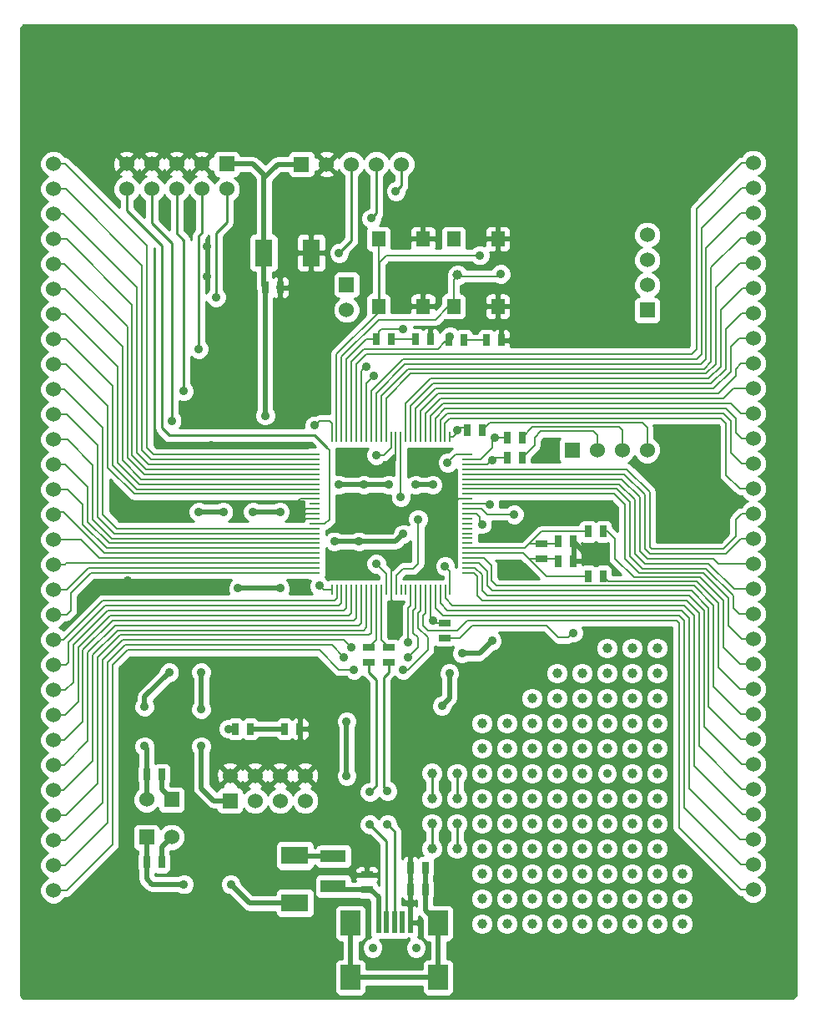
<source format=gtl>
G04 (created by PCBNEW (2013-07-07 BZR 4022)-stable) date 2015/08/01 18:05:42*
%MOIN*%
G04 Gerber Fmt 3.4, Leading zero omitted, Abs format*
%FSLAX34Y34*%
G01*
G70*
G90*
G04 APERTURE LIST*
%ADD10C,0.00590551*%
%ADD11R,0.0197X0.0906*%
%ADD12R,0.0787X0.0984*%
%ADD13C,0.0354*%
%ADD14R,0.0551181X0.0590551*%
%ADD15R,0.0709X0.1063*%
%ADD16R,0.1063X0.0709*%
%ADD17R,0.1X0.05*%
%ADD18R,0.025X0.045*%
%ADD19R,0.045X0.025*%
%ADD20R,0.06X0.06*%
%ADD21C,0.06*%
%ADD22C,0.177165*%
%ADD23R,0.01X0.04*%
%ADD24R,0.04X0.01*%
%ADD25C,0.0393701*%
%ADD26C,0.035*%
%ADD27C,0.01*%
%ADD28C,0.007*%
%ADD29C,0.02*%
G04 APERTURE END LIST*
G54D10*
G54D11*
X32873Y-43937D03*
X33188Y-43937D03*
X33503Y-43937D03*
X33818Y-43937D03*
X34133Y-43937D03*
G54D12*
X31751Y-43976D03*
X31751Y-46141D03*
X35255Y-43976D03*
X35255Y-46141D03*
G54D13*
X32637Y-44960D03*
X34369Y-44960D03*
G54D14*
X32874Y-16663D03*
X32874Y-19360D03*
X34645Y-19360D03*
X34645Y-16663D03*
X35866Y-16663D03*
X35866Y-19360D03*
X37637Y-19360D03*
X37637Y-16663D03*
G54D15*
X30177Y-17224D03*
X28287Y-17224D03*
G54D16*
X29527Y-41279D03*
X29527Y-43169D03*
G54D17*
X31062Y-41309D03*
X31062Y-42509D03*
G54D18*
X34345Y-20669D03*
X34945Y-20669D03*
X32770Y-20669D03*
X33370Y-20669D03*
X37180Y-20708D03*
X37780Y-20708D03*
X35684Y-20708D03*
X36284Y-20708D03*
X40054Y-28740D03*
X40654Y-28740D03*
X40054Y-29527D03*
X40654Y-29527D03*
G54D19*
X39370Y-29433D03*
X39370Y-28833D03*
G54D18*
X34748Y-41751D03*
X34148Y-41751D03*
X27160Y-36220D03*
X27760Y-36220D03*
X34748Y-42618D03*
X34148Y-42618D03*
G54D19*
X32401Y-42642D03*
X32401Y-42042D03*
G54D18*
X29129Y-36220D03*
X29729Y-36220D03*
X24200Y-41540D03*
X23600Y-41540D03*
G54D19*
X33267Y-32967D03*
X33267Y-33567D03*
X32480Y-32967D03*
X32480Y-33567D03*
G54D18*
X23600Y-38040D03*
X24200Y-38040D03*
X28341Y-18602D03*
X28941Y-18602D03*
G54D20*
X26803Y-13673D03*
G54D21*
X26803Y-14673D03*
X25803Y-13673D03*
X25803Y-14673D03*
X24803Y-13673D03*
X24803Y-14673D03*
X23803Y-13673D03*
X23803Y-14673D03*
X22803Y-13673D03*
X22803Y-14673D03*
G54D20*
X29791Y-13681D03*
G54D21*
X30791Y-13681D03*
X31791Y-13681D03*
X32791Y-13681D03*
X33791Y-13681D03*
G54D20*
X26944Y-39082D03*
G54D21*
X26944Y-38082D03*
X27944Y-39082D03*
X27944Y-38082D03*
X28944Y-39082D03*
X28944Y-38082D03*
X29944Y-39082D03*
X29944Y-38082D03*
G54D20*
X40600Y-25100D03*
G54D21*
X41600Y-25100D03*
X42600Y-25100D03*
X43600Y-25100D03*
G54D20*
X43602Y-19511D03*
G54D21*
X43602Y-18511D03*
X43602Y-17511D03*
X43602Y-16511D03*
X19881Y-13665D03*
X19881Y-14665D03*
X19881Y-23665D03*
X19881Y-16665D03*
X19881Y-25665D03*
X19881Y-18665D03*
X19881Y-27665D03*
X19881Y-20665D03*
X19881Y-29665D03*
X19881Y-22665D03*
X19881Y-31665D03*
X19881Y-24665D03*
X19881Y-33665D03*
X19881Y-26665D03*
X19881Y-35665D03*
X19881Y-28665D03*
X19881Y-37665D03*
X19881Y-30665D03*
X19881Y-39665D03*
X19881Y-32665D03*
X19881Y-34665D03*
X19881Y-36665D03*
X19881Y-38665D03*
X19881Y-40665D03*
X19881Y-15665D03*
X19881Y-17665D03*
X19881Y-19665D03*
X19881Y-21665D03*
X19881Y-41665D03*
X19881Y-42665D03*
X47834Y-42633D03*
X47834Y-41633D03*
X47834Y-32633D03*
X47834Y-39633D03*
X47834Y-30633D03*
X47834Y-37633D03*
X47834Y-28633D03*
X47834Y-35633D03*
X47834Y-26633D03*
X47834Y-33633D03*
X47834Y-24633D03*
X47834Y-31633D03*
X47834Y-22633D03*
X47834Y-29633D03*
X47834Y-20633D03*
X47834Y-27633D03*
X47834Y-18633D03*
X47834Y-25633D03*
X47834Y-16633D03*
X47834Y-23633D03*
X47834Y-21633D03*
X47834Y-19633D03*
X47834Y-17633D03*
X47834Y-15633D03*
X47834Y-40633D03*
X47834Y-38633D03*
X47834Y-36633D03*
X47834Y-34633D03*
X47834Y-14633D03*
X47834Y-13633D03*
G54D20*
X24600Y-39040D03*
G54D21*
X23600Y-39040D03*
G54D20*
X23600Y-40540D03*
G54D21*
X24600Y-40540D03*
G54D22*
X19881Y-9448D03*
X19881Y-45669D03*
X48228Y-9448D03*
X48228Y-45669D03*
G54D23*
X31008Y-24580D03*
X35728Y-24580D03*
X35528Y-24580D03*
X35338Y-24580D03*
X35138Y-24580D03*
X34938Y-24580D03*
X34748Y-24580D03*
X34548Y-24580D03*
X34348Y-24580D03*
X34158Y-24580D03*
X33958Y-24580D03*
X33758Y-24580D03*
X33558Y-24580D03*
X33368Y-24580D03*
X33168Y-24580D03*
X32968Y-24580D03*
X32778Y-24580D03*
X32578Y-24580D03*
X32378Y-24580D03*
X32188Y-24580D03*
X31988Y-24580D03*
X31788Y-24580D03*
X31598Y-24580D03*
X31398Y-24580D03*
X31198Y-24580D03*
G54D24*
X36418Y-25270D03*
X36418Y-29990D03*
X36418Y-29790D03*
X36418Y-29600D03*
X36418Y-29400D03*
X36418Y-29200D03*
X36418Y-29010D03*
X36418Y-28810D03*
X36418Y-28610D03*
X36418Y-28420D03*
X36418Y-28220D03*
X36418Y-28020D03*
X36418Y-27820D03*
X36418Y-27630D03*
X36418Y-27430D03*
X36418Y-27230D03*
X36418Y-27040D03*
X36418Y-26840D03*
X36418Y-26640D03*
X36418Y-26450D03*
X36418Y-26250D03*
X36418Y-26050D03*
X36418Y-25860D03*
X36418Y-25660D03*
X36418Y-25460D03*
X30318Y-25270D03*
X30318Y-25470D03*
X30318Y-25660D03*
X30318Y-25860D03*
X30318Y-26060D03*
X30318Y-26250D03*
X30318Y-26450D03*
X30318Y-26650D03*
X30318Y-26840D03*
X30318Y-27040D03*
X30318Y-27240D03*
X30318Y-27440D03*
X30318Y-27630D03*
X30318Y-27830D03*
X30318Y-28030D03*
X30318Y-28220D03*
X30318Y-28420D03*
X30318Y-28620D03*
X30318Y-28810D03*
X30318Y-29010D03*
X30318Y-29210D03*
X30318Y-29400D03*
X30318Y-29600D03*
X30318Y-29800D03*
X30318Y-29990D03*
G54D23*
X31008Y-30680D03*
X31208Y-30680D03*
X31398Y-30680D03*
X31598Y-30680D03*
X31798Y-30680D03*
X31988Y-30680D03*
X32188Y-30680D03*
X32388Y-30680D03*
X32578Y-30680D03*
X32778Y-30680D03*
X32978Y-30680D03*
X33178Y-30680D03*
X33368Y-30680D03*
X33568Y-30680D03*
X33768Y-30680D03*
X33958Y-30680D03*
X34158Y-30680D03*
X34358Y-30680D03*
X34548Y-30680D03*
X34748Y-30680D03*
X34948Y-30680D03*
X35138Y-30680D03*
X35338Y-30680D03*
X35538Y-30680D03*
X35728Y-30680D03*
G54D19*
X35500Y-32000D03*
X35500Y-32600D03*
G54D18*
X38000Y-25400D03*
X38600Y-25400D03*
X38000Y-24600D03*
X38600Y-24600D03*
X36400Y-24300D03*
X37000Y-24300D03*
G54D20*
X31594Y-18496D03*
G54D21*
X31594Y-19496D03*
G54D18*
X41835Y-30118D03*
X41235Y-30118D03*
X41835Y-28346D03*
X41235Y-28346D03*
G54D25*
X43000Y-33000D03*
X43000Y-35000D03*
X43000Y-34000D03*
X42000Y-33000D03*
X42000Y-34000D03*
X42000Y-35000D03*
X42000Y-36000D03*
X42000Y-37000D03*
G54D26*
X42000Y-38000D03*
G54D25*
X42000Y-39000D03*
X42000Y-40000D03*
X42000Y-41000D03*
X42000Y-42000D03*
X42000Y-43000D03*
X42000Y-44000D03*
X43000Y-44000D03*
X44000Y-44000D03*
X44000Y-43000D03*
X44000Y-42000D03*
X44000Y-41000D03*
X44000Y-40000D03*
X44000Y-39000D03*
X44000Y-38000D03*
X44000Y-37000D03*
X44000Y-36000D03*
X44000Y-35000D03*
X44000Y-34000D03*
X44000Y-33000D03*
X43000Y-42000D03*
X43000Y-43000D03*
X43000Y-41000D03*
X43000Y-40000D03*
X43000Y-39000D03*
X43000Y-38000D03*
X43000Y-37000D03*
X43000Y-36000D03*
X41000Y-36000D03*
X40000Y-36000D03*
X38000Y-37000D03*
X39000Y-37000D03*
X40000Y-37000D03*
X41000Y-37000D03*
X41000Y-38000D03*
X40000Y-38000D03*
X39000Y-38000D03*
X38000Y-38000D03*
X38000Y-39000D03*
X39000Y-39000D03*
X40000Y-39000D03*
X41000Y-39000D03*
X41000Y-40000D03*
X40000Y-40000D03*
X39000Y-40000D03*
X38000Y-40000D03*
X38000Y-41000D03*
X39000Y-41000D03*
X40000Y-41000D03*
X41000Y-41000D03*
X41000Y-42000D03*
X40000Y-42000D03*
X39000Y-42000D03*
X38000Y-42000D03*
X39000Y-43000D03*
X40000Y-43000D03*
X41000Y-43000D03*
X41000Y-44000D03*
X40000Y-44000D03*
X39000Y-44000D03*
X38000Y-43000D03*
X38000Y-44000D03*
X37000Y-44000D03*
X37000Y-43000D03*
X37000Y-42000D03*
X37000Y-41000D03*
X37000Y-40000D03*
X37000Y-39000D03*
X37000Y-38000D03*
X37000Y-37000D03*
X37000Y-36000D03*
X38000Y-36000D03*
X39000Y-36000D03*
X39000Y-35000D03*
X40000Y-35000D03*
X40000Y-34000D03*
X41000Y-35000D03*
X41000Y-34000D03*
X45000Y-42000D03*
X45000Y-43000D03*
X45000Y-44000D03*
G54D26*
X31299Y-17224D03*
X37401Y-25492D03*
X37500Y-24606D03*
X36023Y-24311D03*
X33562Y-14763D03*
X26377Y-18996D03*
X32578Y-15846D03*
X25688Y-21062D03*
X25098Y-22736D03*
X24606Y-23917D03*
X34055Y-32775D03*
X31791Y-32972D03*
X31496Y-33366D03*
X34055Y-33366D03*
X32677Y-22145D03*
X32381Y-21751D03*
X35728Y-20570D03*
X33858Y-20275D03*
X35866Y-16663D03*
G54D25*
X36023Y-18110D03*
G54D26*
X37755Y-18070D03*
X36909Y-17322D03*
X33858Y-33858D03*
X31889Y-33858D03*
X35039Y-31889D03*
X33228Y-38700D03*
X33228Y-40039D03*
X32519Y-40039D03*
X32519Y-38740D03*
X40649Y-32381D03*
X25098Y-42421D03*
X26968Y-42421D03*
X37007Y-28051D03*
X34448Y-27854D03*
X33759Y-26968D03*
X35400Y-35300D03*
X35700Y-34000D03*
X36200Y-33200D03*
X37400Y-32700D03*
X37303Y-27263D03*
G54D25*
X35000Y-37992D03*
X36000Y-38000D03*
X36000Y-39000D03*
X36000Y-40000D03*
X36000Y-41000D03*
X35000Y-41000D03*
X35000Y-40000D03*
X35000Y-39000D03*
G54D26*
X30314Y-24114D03*
X31594Y-35925D03*
X31594Y-38090D03*
X27263Y-30610D03*
X28937Y-30610D03*
X31102Y-28740D03*
X26870Y-36220D03*
X25787Y-33956D03*
X25787Y-35433D03*
X25787Y-36909D03*
X35039Y-26476D03*
X34350Y-26476D03*
X33267Y-26476D03*
X32283Y-26476D03*
X31299Y-26476D03*
X28937Y-27559D03*
X27854Y-27559D03*
X33858Y-28444D03*
X32086Y-28740D03*
X35629Y-25590D03*
X32775Y-25295D03*
X35531Y-29724D03*
X32775Y-29625D03*
X30511Y-30511D03*
X23523Y-36909D03*
X23523Y-35334D03*
X24507Y-33956D03*
X25688Y-27559D03*
X26673Y-27559D03*
X28346Y-23720D03*
X38287Y-27657D03*
X35629Y-36259D03*
X34291Y-36771D03*
X24291Y-15787D03*
X27007Y-17874D03*
X26023Y-18149D03*
X27559Y-16043D03*
X27657Y-14665D03*
X25275Y-15787D03*
X26023Y-16968D03*
X23346Y-15393D03*
X22834Y-30314D03*
G54D25*
X37000Y-45000D03*
X38000Y-45000D03*
X39000Y-45000D03*
X40000Y-45000D03*
X41000Y-45000D03*
X42000Y-45000D03*
X43000Y-45000D03*
X44000Y-45000D03*
G54D26*
X32185Y-27559D03*
X39173Y-20570D03*
X40846Y-18110D03*
X37795Y-15748D03*
X34842Y-15846D03*
X30019Y-18602D03*
X28941Y-18602D03*
X24507Y-30610D03*
X26181Y-24901D03*
X25885Y-30610D03*
X29724Y-30708D03*
X30019Y-34055D03*
X33562Y-31988D03*
X38779Y-29921D03*
X46062Y-24803D03*
X39665Y-25098D03*
X39960Y-27362D03*
X41633Y-27362D03*
X44783Y-26082D03*
X18897Y-43700D03*
X18897Y-41732D03*
X18897Y-39370D03*
X18897Y-37401D03*
X18897Y-35433D03*
X18897Y-33464D03*
X18897Y-31496D03*
X18897Y-29133D03*
X18897Y-27165D03*
X18897Y-25196D03*
X18897Y-23228D03*
X18897Y-21259D03*
X18897Y-19291D03*
X18897Y-17322D03*
X18897Y-15354D03*
X18897Y-13385D03*
X18897Y-11417D03*
X21653Y-8661D03*
X23622Y-8661D03*
X25590Y-8661D03*
X27559Y-8661D03*
X29527Y-8661D03*
X31496Y-8661D03*
X33464Y-8661D03*
X37401Y-8661D03*
X39370Y-8661D03*
X41338Y-8661D03*
X43307Y-8661D03*
X44881Y-8661D03*
X46850Y-8661D03*
X48818Y-10236D03*
X48818Y-12204D03*
X48818Y-14173D03*
X48818Y-16141D03*
X48818Y-18110D03*
X48818Y-20078D03*
X48818Y-22047D03*
X48818Y-24015D03*
X48818Y-25984D03*
X48818Y-27952D03*
X48818Y-29921D03*
X48818Y-31889D03*
X48818Y-33858D03*
X48818Y-35826D03*
X48818Y-37795D03*
X48818Y-39763D03*
X48818Y-41732D03*
X48818Y-43700D03*
X37401Y-45669D03*
X39370Y-45669D03*
X41338Y-45669D03*
X43307Y-45669D03*
X45275Y-45669D03*
X29921Y-45669D03*
X27952Y-45669D03*
X25984Y-45669D03*
X24015Y-45669D03*
X22047Y-45669D03*
X33272Y-25787D03*
X34542Y-25787D03*
X41417Y-29173D03*
X29625Y-27657D03*
X33366Y-29625D03*
G54D27*
X31791Y-13681D02*
X31791Y-16732D01*
X31791Y-16732D02*
X31299Y-17224D01*
G54D28*
X30318Y-28030D02*
X30729Y-28030D01*
X30905Y-27854D02*
X30905Y-25098D01*
X30729Y-28030D02*
X30905Y-27854D01*
X30905Y-25098D02*
X30807Y-25000D01*
G54D27*
X24507Y-24507D02*
X30314Y-24507D01*
X22803Y-15519D02*
X24212Y-16929D01*
X24212Y-16929D02*
X24212Y-24212D01*
X24212Y-24212D02*
X24507Y-24507D01*
X22803Y-14673D02*
X22803Y-15519D01*
X30314Y-24507D02*
X30807Y-25000D01*
G54D28*
X43503Y-29035D02*
X43700Y-29232D01*
X43700Y-29232D02*
X46751Y-29232D01*
X46751Y-29232D02*
X47350Y-28633D01*
X47350Y-28633D02*
X47834Y-28633D01*
X43503Y-26870D02*
X43503Y-29035D01*
X42684Y-26050D02*
X43503Y-26870D01*
X36418Y-26050D02*
X42684Y-26050D01*
X46653Y-29035D02*
X43772Y-29035D01*
X43700Y-28963D02*
X43772Y-29035D01*
X46653Y-29035D02*
X47145Y-28543D01*
X47145Y-28543D02*
X47145Y-27854D01*
X47145Y-27854D02*
X47366Y-27633D01*
X47834Y-27633D02*
X47366Y-27633D01*
X42789Y-25860D02*
X36418Y-25860D01*
X42789Y-25860D02*
X43700Y-26771D01*
X43700Y-26771D02*
X43700Y-28963D01*
X38000Y-25400D02*
X37493Y-25400D01*
X37493Y-25400D02*
X37401Y-25492D01*
X36418Y-25660D02*
X37232Y-25660D01*
X37232Y-25660D02*
X37401Y-25492D01*
X37500Y-24606D02*
X37993Y-24606D01*
X37993Y-24606D02*
X38000Y-24600D01*
X36418Y-25460D02*
X36940Y-25460D01*
X37401Y-24704D02*
X37500Y-24606D01*
X37401Y-25000D02*
X37401Y-24704D01*
X36940Y-25460D02*
X37401Y-25000D01*
X36023Y-24311D02*
X36134Y-24200D01*
X36300Y-24200D02*
X36400Y-24300D01*
X36134Y-24200D02*
X36300Y-24200D01*
X35728Y-24580D02*
X35852Y-24580D01*
X36023Y-24409D02*
X36023Y-24311D01*
X35852Y-24580D02*
X36023Y-24409D01*
X46555Y-23818D02*
X35728Y-23818D01*
X35528Y-24019D02*
X35728Y-23818D01*
X47834Y-26633D02*
X47303Y-26633D01*
X46751Y-26082D02*
X47303Y-26633D01*
X46751Y-24015D02*
X46751Y-26082D01*
X46555Y-23818D02*
X46751Y-24015D01*
X35528Y-24019D02*
X35528Y-24580D01*
X35629Y-23622D02*
X46653Y-23622D01*
X35629Y-23622D02*
X35338Y-23913D01*
X35338Y-24580D02*
X35338Y-23913D01*
X47385Y-25633D02*
X47834Y-25633D01*
X46948Y-25196D02*
X47385Y-25633D01*
X46948Y-23917D02*
X46948Y-25196D01*
X46653Y-23622D02*
X46948Y-23917D01*
X46751Y-23425D02*
X35531Y-23425D01*
X46751Y-23425D02*
X47145Y-23818D01*
X47145Y-23818D02*
X47145Y-24409D01*
X47145Y-24409D02*
X47370Y-24633D01*
X35138Y-24580D02*
X35138Y-23818D01*
X47370Y-24633D02*
X47834Y-24633D01*
X35138Y-23818D02*
X35531Y-23425D01*
G54D27*
X33791Y-13681D02*
X33791Y-14535D01*
X33791Y-14535D02*
X33562Y-14763D01*
X26803Y-14673D02*
X26803Y-16011D01*
X26377Y-16437D02*
X26377Y-18996D01*
X26803Y-16011D02*
X26377Y-16437D01*
G54D28*
X30318Y-29010D02*
X22022Y-29010D01*
X22022Y-29010D02*
X21062Y-28051D01*
X21062Y-28051D02*
X21062Y-27263D01*
X21062Y-27263D02*
X20464Y-26665D01*
X20464Y-26665D02*
X19881Y-26665D01*
G54D27*
X32791Y-13681D02*
X32791Y-15633D01*
X32791Y-15633D02*
X32578Y-15846D01*
X25803Y-16421D02*
X25688Y-16535D01*
X25688Y-16535D02*
X25688Y-21062D01*
X25803Y-14673D02*
X25803Y-16421D01*
G54D28*
X30318Y-29210D02*
X21927Y-29210D01*
X21927Y-29210D02*
X20275Y-27559D01*
X20275Y-27559D02*
X19988Y-27559D01*
X19988Y-27559D02*
X19881Y-27665D01*
X30318Y-29400D02*
X21723Y-29400D01*
X21723Y-29400D02*
X20988Y-28665D01*
X20988Y-28665D02*
X19881Y-28665D01*
G54D27*
X24803Y-16437D02*
X25098Y-16732D01*
X25098Y-16732D02*
X25098Y-22736D01*
X24803Y-16437D02*
X24803Y-14673D01*
G54D28*
X30318Y-29600D02*
X20399Y-29600D01*
X20399Y-29600D02*
X20334Y-29665D01*
X20334Y-29665D02*
X19881Y-29665D01*
G54D27*
X23803Y-14673D02*
X23803Y-16027D01*
X24606Y-16830D02*
X24606Y-23917D01*
X23803Y-16027D02*
X24606Y-16830D01*
G54D28*
X30318Y-29800D02*
X30315Y-29803D01*
X30315Y-29803D02*
X21279Y-29803D01*
X20417Y-30665D02*
X19881Y-30665D01*
X21279Y-29803D02*
X20417Y-30665D01*
X30318Y-29990D02*
X21387Y-29990D01*
X21387Y-29990D02*
X20570Y-30807D01*
X20570Y-30807D02*
X20570Y-31496D01*
X20570Y-31496D02*
X20401Y-31665D01*
X20401Y-31665D02*
X19881Y-31665D01*
X31102Y-31102D02*
X21850Y-31102D01*
X31208Y-30680D02*
X31208Y-30996D01*
X31208Y-30996D02*
X31102Y-31102D01*
X20287Y-32665D02*
X19881Y-32665D01*
X21850Y-31102D02*
X20287Y-32665D01*
X21948Y-31299D02*
X31299Y-31299D01*
X31398Y-31200D02*
X31299Y-31299D01*
X21948Y-31299D02*
X20472Y-32775D01*
X20472Y-32775D02*
X20472Y-33562D01*
X20472Y-33562D02*
X20370Y-33665D01*
X19881Y-33665D02*
X20370Y-33665D01*
X31398Y-31200D02*
X31398Y-30680D01*
X45374Y-30708D02*
X37401Y-30708D01*
X36884Y-29600D02*
X37204Y-29921D01*
X37204Y-29921D02*
X37204Y-30511D01*
X37204Y-30511D02*
X37401Y-30708D01*
X45374Y-30708D02*
X46062Y-31397D01*
X46062Y-31397D02*
X46062Y-35334D01*
X46062Y-35334D02*
X47362Y-36633D01*
X47834Y-36633D02*
X47362Y-36633D01*
X36884Y-29600D02*
X36418Y-29600D01*
X37598Y-30511D02*
X45472Y-30511D01*
X37077Y-29400D02*
X37374Y-29697D01*
X37374Y-29697D02*
X37374Y-30288D01*
X37374Y-30288D02*
X37598Y-30511D01*
X36418Y-29400D02*
X37077Y-29400D01*
X47346Y-35633D02*
X47834Y-35633D01*
X46259Y-34547D02*
X47346Y-35633D01*
X46259Y-31299D02*
X46259Y-34547D01*
X45472Y-30511D02*
X46259Y-31299D01*
X46850Y-31003D02*
X45846Y-30000D01*
X46850Y-31003D02*
X46850Y-32086D01*
X46850Y-32086D02*
X47397Y-32633D01*
X47834Y-32633D02*
X47397Y-32633D01*
X45846Y-30000D02*
X43287Y-30000D01*
X42293Y-26840D02*
X42716Y-27263D01*
X42716Y-27263D02*
X42716Y-29429D01*
X42716Y-29429D02*
X43287Y-30000D01*
X36418Y-26840D02*
X42293Y-26840D01*
X45964Y-29822D02*
X43405Y-29822D01*
X42388Y-26640D02*
X42913Y-27165D01*
X42913Y-27165D02*
X42913Y-29330D01*
X42913Y-29330D02*
X43405Y-29822D01*
X45964Y-29822D02*
X47047Y-30905D01*
X47047Y-30905D02*
X47047Y-31397D01*
X47047Y-31397D02*
X47283Y-31633D01*
X47834Y-31633D02*
X47283Y-31633D01*
X42388Y-26640D02*
X36418Y-26640D01*
X30318Y-25860D02*
X23596Y-25860D01*
X23596Y-25860D02*
X23031Y-25295D01*
X23031Y-25295D02*
X23031Y-19291D01*
X23031Y-19291D02*
X20405Y-16665D01*
X20405Y-16665D02*
X19881Y-16665D01*
X30318Y-26060D02*
X23501Y-26060D01*
X23501Y-26060D02*
X22834Y-25393D01*
X22834Y-25393D02*
X22834Y-20177D01*
X22834Y-20177D02*
X20322Y-17665D01*
X20322Y-17665D02*
X19881Y-17665D01*
X31496Y-31496D02*
X22047Y-31496D01*
X31598Y-31394D02*
X31496Y-31496D01*
X22047Y-31496D02*
X20669Y-32874D01*
X20669Y-32874D02*
X20669Y-34350D01*
X20669Y-34350D02*
X20354Y-34665D01*
X19881Y-34665D02*
X20354Y-34665D01*
X31598Y-31394D02*
X31598Y-30680D01*
X22145Y-31692D02*
X31692Y-31692D01*
X31798Y-31587D02*
X31692Y-31692D01*
X22145Y-31692D02*
X20866Y-32972D01*
X20866Y-32972D02*
X20866Y-35137D01*
X20866Y-35137D02*
X20338Y-35665D01*
X19881Y-35665D02*
X20338Y-35665D01*
X31798Y-31587D02*
X31798Y-30680D01*
X31496Y-32677D02*
X22637Y-32677D01*
X34055Y-32775D02*
X34055Y-31397D01*
X34158Y-30680D02*
X34158Y-31294D01*
X31791Y-32972D02*
X31496Y-32677D01*
X22637Y-32677D02*
X21850Y-33464D01*
X21850Y-33464D02*
X21850Y-39173D01*
X21850Y-39173D02*
X20358Y-40665D01*
X20358Y-40665D02*
X19881Y-40665D01*
X34158Y-31294D02*
X34055Y-31397D01*
X22736Y-32874D02*
X31003Y-32874D01*
X34055Y-33366D02*
X34448Y-32972D01*
X34448Y-32972D02*
X34448Y-32578D01*
X34358Y-31389D02*
X34251Y-31496D01*
X34251Y-31496D02*
X34251Y-32381D01*
X34251Y-32381D02*
X34448Y-32578D01*
X34358Y-30680D02*
X34358Y-31389D01*
X20342Y-41665D02*
X19881Y-41665D01*
X22047Y-39960D02*
X20342Y-41665D01*
X22047Y-33562D02*
X22047Y-39960D01*
X22736Y-32874D02*
X22047Y-33562D01*
X31496Y-33366D02*
X31003Y-32874D01*
X41835Y-30118D02*
X42059Y-30341D01*
X42059Y-30341D02*
X45597Y-30341D01*
X47330Y-34633D02*
X47834Y-34633D01*
X46456Y-33759D02*
X47330Y-34633D01*
X46456Y-31200D02*
X46456Y-33759D01*
X45597Y-30341D02*
X46456Y-31200D01*
X45722Y-30171D02*
X43071Y-30171D01*
X46653Y-31102D02*
X46653Y-32972D01*
X45722Y-30171D02*
X46653Y-31102D01*
X46653Y-32972D02*
X47314Y-33633D01*
X42027Y-28346D02*
X42322Y-28641D01*
X47834Y-33633D02*
X47314Y-33633D01*
X42322Y-29422D02*
X43071Y-30171D01*
X42322Y-28641D02*
X42322Y-29422D01*
X42027Y-28346D02*
X41835Y-28346D01*
X41835Y-28346D02*
X41929Y-28346D01*
X32378Y-22444D02*
X32677Y-22145D01*
X32378Y-24580D02*
X32378Y-22444D01*
X32188Y-21945D02*
X32381Y-21751D01*
X32188Y-24580D02*
X32188Y-21945D01*
X32778Y-30680D02*
X32778Y-32669D01*
X32778Y-32669D02*
X32480Y-32967D01*
X32978Y-30680D02*
X32978Y-32678D01*
X32978Y-32678D02*
X33267Y-32967D01*
X45374Y-21259D02*
X32381Y-21259D01*
X31988Y-21653D02*
X32381Y-21259D01*
X45374Y-21259D02*
X45570Y-21062D01*
X45570Y-21062D02*
X45570Y-15452D01*
X45570Y-15452D02*
X47389Y-13633D01*
X47834Y-13633D02*
X47389Y-13633D01*
X31988Y-21653D02*
X31988Y-24580D01*
G54D27*
X35531Y-20767D02*
X35625Y-20767D01*
G54D28*
X31788Y-21558D02*
X32283Y-21062D01*
X32283Y-21062D02*
X35236Y-21062D01*
X35236Y-21062D02*
X35531Y-20767D01*
X31788Y-24580D02*
X31788Y-21558D01*
G54D27*
X35625Y-20767D02*
X35684Y-20708D01*
G54D28*
X35728Y-20570D02*
X35684Y-20614D01*
X35684Y-20614D02*
X35684Y-20708D01*
X32770Y-20669D02*
X32874Y-20566D01*
X32874Y-20566D02*
X32874Y-20374D01*
X32874Y-20374D02*
X32984Y-20263D01*
X32984Y-20263D02*
X33846Y-20263D01*
X33846Y-20263D02*
X33858Y-20275D01*
X31598Y-21453D02*
X32381Y-20669D01*
X31598Y-24580D02*
X31598Y-21453D01*
X32381Y-20669D02*
X32770Y-20669D01*
X36023Y-18149D02*
X36023Y-18110D01*
X35866Y-18307D02*
X36023Y-18149D01*
X35866Y-19360D02*
X35866Y-18307D01*
X37677Y-18149D02*
X37755Y-18070D01*
X36023Y-18149D02*
X37677Y-18149D01*
X32874Y-19881D02*
X35137Y-19881D01*
X31398Y-21357D02*
X32874Y-19881D01*
X35137Y-19881D02*
X35659Y-19360D01*
X35866Y-19360D02*
X35659Y-19360D01*
X31398Y-21357D02*
X31398Y-24580D01*
X31198Y-21262D02*
X32874Y-19586D01*
X32874Y-17618D02*
X32874Y-16663D01*
X36909Y-17322D02*
X33169Y-17322D01*
X33169Y-17322D02*
X32874Y-17618D01*
G54D27*
X32874Y-17618D02*
X32874Y-19360D01*
G54D28*
X31198Y-24580D02*
X31198Y-21262D01*
X32874Y-19586D02*
X32874Y-19360D01*
X30318Y-25270D02*
X23892Y-25270D01*
X23892Y-25270D02*
X23622Y-25000D01*
X23622Y-25000D02*
X23622Y-16929D01*
X23622Y-16929D02*
X20358Y-13665D01*
X20358Y-13665D02*
X19881Y-13665D01*
X30318Y-25470D02*
X23797Y-25470D01*
X23797Y-25470D02*
X23425Y-25098D01*
X23425Y-25098D02*
X23425Y-17716D01*
X23425Y-17716D02*
X20374Y-14665D01*
X20374Y-14665D02*
X19881Y-14665D01*
X30318Y-25660D02*
X23692Y-25660D01*
X23692Y-25660D02*
X23228Y-25196D01*
X23228Y-25196D02*
X23228Y-18602D01*
X23228Y-18602D02*
X20291Y-15665D01*
X20291Y-15665D02*
X19881Y-15665D01*
X30511Y-33070D02*
X22834Y-33070D01*
X31889Y-33858D02*
X31299Y-33858D01*
X31299Y-33858D02*
X30511Y-33070D01*
X34842Y-32578D02*
X34842Y-33070D01*
X22834Y-33070D02*
X22244Y-33661D01*
X22244Y-33661D02*
X22244Y-40846D01*
X22244Y-40846D02*
X20425Y-42665D01*
X19881Y-42665D02*
X20425Y-42665D01*
X34548Y-31495D02*
X34548Y-30680D01*
X34448Y-31594D02*
X34448Y-32185D01*
X34548Y-31495D02*
X34448Y-31594D01*
X34448Y-32185D02*
X34842Y-32578D01*
X34842Y-33070D02*
X34055Y-33858D01*
X34055Y-33858D02*
X33858Y-33858D01*
X44783Y-31889D02*
X36417Y-31889D01*
X34748Y-31590D02*
X34645Y-31692D01*
X34645Y-31692D02*
X34645Y-32086D01*
X34645Y-32086D02*
X34842Y-32283D01*
X34842Y-32283D02*
X36023Y-32283D01*
X36023Y-32283D02*
X36417Y-31889D01*
X44783Y-31889D02*
X44881Y-31988D01*
X44881Y-31988D02*
X44881Y-40157D01*
X44881Y-40157D02*
X47358Y-42633D01*
X47834Y-42633D02*
X47358Y-42633D01*
X34748Y-31590D02*
X34748Y-30680D01*
X35039Y-31889D02*
X35149Y-32000D01*
X35149Y-32000D02*
X35500Y-32000D01*
X34948Y-30680D02*
X34948Y-31798D01*
X34948Y-31798D02*
X35039Y-31889D01*
X44881Y-31692D02*
X35433Y-31692D01*
X35138Y-31397D02*
X35433Y-31692D01*
X44881Y-31692D02*
X45078Y-31889D01*
X45078Y-31889D02*
X45078Y-39370D01*
X45078Y-39370D02*
X47342Y-41633D01*
X47834Y-41633D02*
X47342Y-41633D01*
X35138Y-31397D02*
X35138Y-30680D01*
X35629Y-31496D02*
X44980Y-31496D01*
X35338Y-31204D02*
X35629Y-31496D01*
X44980Y-31496D02*
X45275Y-31791D01*
X45275Y-31791D02*
X45275Y-38582D01*
X45275Y-38582D02*
X47326Y-40633D01*
X47834Y-40633D02*
X47326Y-40633D01*
X35338Y-31204D02*
X35338Y-30680D01*
X45078Y-31299D02*
X35826Y-31299D01*
X45472Y-37696D02*
X47409Y-39633D01*
X47834Y-39633D02*
X47409Y-39633D01*
X35538Y-31010D02*
X35538Y-30680D01*
X35538Y-31010D02*
X35826Y-31299D01*
X45472Y-31692D02*
X45472Y-37696D01*
X45078Y-31299D02*
X45472Y-31692D01*
X45177Y-31102D02*
X37007Y-31102D01*
X36683Y-29990D02*
X36811Y-30118D01*
X36811Y-30118D02*
X36811Y-30905D01*
X36811Y-30905D02*
X37007Y-31102D01*
X45177Y-31102D02*
X45669Y-31594D01*
X45669Y-31594D02*
X45669Y-36909D01*
X45669Y-36909D02*
X47393Y-38633D01*
X47834Y-38633D02*
X47393Y-38633D01*
X36683Y-29990D02*
X36418Y-29990D01*
X37204Y-30905D02*
X45275Y-30905D01*
X36724Y-29790D02*
X37007Y-30074D01*
X37007Y-30074D02*
X37007Y-30708D01*
X37007Y-30708D02*
X37204Y-30905D01*
X45275Y-30905D02*
X45866Y-31496D01*
X45866Y-31496D02*
X45866Y-36122D01*
X45866Y-36122D02*
X47377Y-37633D01*
X47834Y-37633D02*
X47377Y-37633D01*
X36724Y-29790D02*
X36418Y-29790D01*
X43110Y-29232D02*
X43503Y-29625D01*
X43503Y-29625D02*
X46062Y-29625D01*
X46062Y-29625D02*
X47070Y-30633D01*
X47070Y-30633D02*
X47834Y-30633D01*
X36418Y-26450D02*
X42494Y-26450D01*
X43110Y-27066D02*
X43110Y-29232D01*
X42494Y-26450D02*
X43110Y-27066D01*
X46259Y-29429D02*
X43602Y-29429D01*
X42589Y-26250D02*
X43307Y-26968D01*
X43307Y-26968D02*
X43307Y-29133D01*
X43307Y-29133D02*
X43602Y-29429D01*
X46259Y-29429D02*
X46464Y-29633D01*
X47834Y-29633D02*
X46464Y-29633D01*
X42589Y-26250D02*
X36418Y-26250D01*
X35433Y-23228D02*
X46948Y-23228D01*
X34938Y-23723D02*
X35433Y-23228D01*
X46948Y-23228D02*
X47354Y-23633D01*
X47834Y-23633D02*
X47354Y-23633D01*
X34938Y-23723D02*
X34938Y-24580D01*
X46653Y-23031D02*
X35334Y-23031D01*
X34748Y-23618D02*
X35334Y-23031D01*
X34748Y-24580D02*
X34748Y-23618D01*
X47051Y-22633D02*
X47834Y-22633D01*
X46653Y-23031D02*
X47051Y-22633D01*
X35236Y-22834D02*
X46456Y-22834D01*
X46456Y-22834D02*
X47145Y-22145D01*
X47145Y-22145D02*
X47145Y-21850D01*
X47145Y-21850D02*
X47362Y-21633D01*
X34548Y-24580D02*
X34548Y-23522D01*
X47362Y-21633D02*
X47834Y-21633D01*
X34548Y-23522D02*
X35236Y-22834D01*
X46259Y-22637D02*
X35137Y-22637D01*
X46259Y-22637D02*
X46948Y-21948D01*
X46948Y-21948D02*
X46948Y-20964D01*
X46948Y-20964D02*
X47279Y-20633D01*
X47834Y-20633D02*
X47279Y-20633D01*
X34348Y-23427D02*
X34348Y-24580D01*
X34348Y-23427D02*
X35137Y-22637D01*
X35039Y-22440D02*
X46161Y-22440D01*
X46161Y-22440D02*
X46751Y-21850D01*
X46751Y-21850D02*
X46751Y-20275D01*
X46751Y-20275D02*
X47393Y-19633D01*
X47834Y-19633D02*
X47393Y-19633D01*
X34158Y-23322D02*
X34158Y-24580D01*
X34158Y-23322D02*
X35039Y-22440D01*
X46062Y-22244D02*
X34940Y-22244D01*
X33958Y-23226D02*
X34940Y-22244D01*
X46062Y-22244D02*
X46555Y-21751D01*
X46555Y-21751D02*
X46555Y-19488D01*
X46555Y-19488D02*
X47409Y-18633D01*
X47834Y-18633D02*
X47409Y-18633D01*
X33958Y-23226D02*
X33958Y-24580D01*
X30318Y-28220D02*
X22413Y-28220D01*
X22413Y-28220D02*
X21850Y-27657D01*
X21850Y-27657D02*
X21850Y-24212D01*
X21850Y-24212D02*
X20303Y-22665D01*
X20303Y-22665D02*
X19881Y-22665D01*
X30318Y-28420D02*
X22318Y-28420D01*
X22318Y-28420D02*
X21653Y-27755D01*
X21653Y-27755D02*
X21653Y-24901D01*
X21653Y-24901D02*
X20417Y-23665D01*
X20417Y-23665D02*
X19881Y-23665D01*
X30318Y-28620D02*
X22223Y-28620D01*
X22223Y-28620D02*
X21456Y-27854D01*
X21456Y-27854D02*
X21456Y-25688D01*
X21456Y-25688D02*
X20433Y-24665D01*
X20433Y-24665D02*
X19881Y-24665D01*
X30318Y-28810D02*
X22117Y-28810D01*
X22117Y-28810D02*
X21259Y-27952D01*
X21259Y-27952D02*
X21259Y-26574D01*
X21259Y-26574D02*
X20350Y-25665D01*
X20350Y-25665D02*
X19881Y-25665D01*
X31889Y-31889D02*
X22244Y-31889D01*
X21062Y-33070D02*
X21062Y-35925D01*
X21062Y-35925D02*
X20322Y-36665D01*
X19881Y-36665D02*
X20322Y-36665D01*
X31988Y-31791D02*
X31988Y-30680D01*
X31988Y-31791D02*
X31889Y-31889D01*
X22244Y-31889D02*
X21062Y-33070D01*
X22342Y-32086D02*
X32086Y-32086D01*
X32188Y-31985D02*
X32086Y-32086D01*
X22342Y-32086D02*
X21259Y-33169D01*
X21259Y-33169D02*
X21259Y-36712D01*
X21259Y-36712D02*
X20307Y-37665D01*
X19881Y-37665D02*
X20307Y-37665D01*
X32188Y-31985D02*
X32188Y-30680D01*
X32283Y-32283D02*
X22440Y-32283D01*
X32388Y-32178D02*
X32283Y-32283D01*
X22440Y-32283D02*
X21456Y-33267D01*
X21456Y-33267D02*
X21456Y-37500D01*
X21456Y-37500D02*
X20291Y-38665D01*
X19881Y-38665D02*
X20291Y-38665D01*
X32388Y-32178D02*
X32388Y-30680D01*
X22539Y-32480D02*
X32480Y-32480D01*
X32578Y-32382D02*
X32480Y-32480D01*
X22539Y-32480D02*
X21653Y-33366D01*
X21653Y-33366D02*
X21653Y-38385D01*
X21653Y-38385D02*
X20374Y-39665D01*
X19881Y-39665D02*
X20374Y-39665D01*
X32578Y-32382D02*
X32578Y-30680D01*
X33168Y-23032D02*
X34153Y-22047D01*
X34153Y-22047D02*
X45964Y-22047D01*
X45964Y-22047D02*
X46358Y-21653D01*
X46358Y-21653D02*
X46358Y-18602D01*
X46358Y-18602D02*
X47326Y-17633D01*
X47326Y-17633D02*
X47834Y-17633D01*
X33168Y-24580D02*
X33168Y-23032D01*
X45866Y-21850D02*
X34055Y-21850D01*
X32968Y-22937D02*
X34055Y-21850D01*
X45866Y-21850D02*
X46161Y-21555D01*
X46161Y-21555D02*
X46161Y-17814D01*
X46161Y-17814D02*
X47342Y-16633D01*
X47834Y-16633D02*
X47342Y-16633D01*
X32968Y-22937D02*
X32968Y-24580D01*
X32778Y-22832D02*
X33929Y-21680D01*
X33929Y-21680D02*
X45740Y-21680D01*
X45964Y-21456D02*
X45964Y-17027D01*
X45964Y-17027D02*
X47358Y-15633D01*
X47358Y-15633D02*
X47834Y-15633D01*
X45740Y-21680D02*
X45964Y-21456D01*
X32778Y-24580D02*
X32778Y-22832D01*
X33858Y-21456D02*
X45570Y-21456D01*
X45570Y-21456D02*
X45767Y-21259D01*
X45767Y-21259D02*
X45767Y-16240D01*
X45767Y-16240D02*
X47374Y-14633D01*
X32578Y-22736D02*
X33858Y-21456D01*
X47834Y-14633D02*
X47374Y-14633D01*
X32578Y-22736D02*
X32578Y-24580D01*
X30318Y-26250D02*
X23396Y-26250D01*
X23396Y-26250D02*
X22637Y-25492D01*
X22637Y-25492D02*
X22637Y-20964D01*
X22637Y-20964D02*
X20338Y-18665D01*
X20338Y-18665D02*
X19881Y-18665D01*
X30318Y-26450D02*
X23301Y-26450D01*
X23301Y-26450D02*
X22440Y-25590D01*
X22440Y-25590D02*
X22440Y-21751D01*
X22440Y-21751D02*
X20354Y-19665D01*
X20354Y-19665D02*
X19881Y-19665D01*
X30318Y-26650D02*
X23205Y-26650D01*
X23205Y-26650D02*
X22244Y-25688D01*
X22244Y-25688D02*
X22244Y-22539D01*
X22244Y-22539D02*
X20370Y-20665D01*
X20370Y-20665D02*
X19881Y-20665D01*
X30318Y-26840D02*
X23100Y-26840D01*
X23100Y-26840D02*
X22047Y-25787D01*
X22047Y-25787D02*
X22047Y-23326D01*
X22047Y-23326D02*
X20385Y-21665D01*
X20385Y-21665D02*
X19881Y-21665D01*
G54D27*
X33503Y-43937D02*
X33503Y-40314D01*
X33070Y-38543D02*
X33228Y-38700D01*
X33267Y-33956D02*
X33267Y-33567D01*
X33267Y-33956D02*
X33070Y-34153D01*
X33070Y-34153D02*
X33070Y-38543D01*
X33228Y-40039D02*
X33503Y-40314D01*
X32775Y-34251D02*
X32775Y-38484D01*
X33188Y-43937D02*
X33188Y-40708D01*
X32480Y-33956D02*
X32480Y-33567D01*
X32480Y-33956D02*
X32775Y-34251D01*
X32519Y-40039D02*
X33188Y-40708D01*
X32775Y-38484D02*
X32519Y-38740D01*
G54D28*
X41235Y-28346D02*
X39370Y-28346D01*
X39370Y-28346D02*
X38882Y-28833D01*
X41141Y-28346D02*
X41235Y-28346D01*
X39370Y-28833D02*
X39960Y-28833D01*
X39960Y-28833D02*
X40054Y-28740D01*
X36418Y-29010D02*
X38705Y-29010D01*
X38705Y-29010D02*
X38882Y-28833D01*
X38882Y-28833D02*
X39370Y-28833D01*
X38882Y-29433D02*
X39566Y-30118D01*
X39566Y-30118D02*
X41235Y-30118D01*
X39370Y-29433D02*
X39960Y-29433D01*
X39960Y-29433D02*
X40054Y-29527D01*
X36418Y-29200D02*
X38649Y-29200D01*
X38882Y-29433D02*
X39370Y-29433D01*
X38649Y-29200D02*
X38882Y-29433D01*
G54D29*
X27760Y-36220D02*
X29129Y-36220D01*
G54D28*
X36284Y-20708D02*
X37180Y-20708D01*
X43600Y-25100D02*
X43600Y-24200D01*
X37300Y-24000D02*
X43400Y-24000D01*
X43400Y-24000D02*
X43600Y-24200D01*
X37300Y-24000D02*
X37000Y-24300D01*
X33370Y-20669D02*
X34345Y-20669D01*
X35500Y-32600D02*
X36100Y-32600D01*
X40452Y-32578D02*
X40649Y-32381D01*
X40059Y-32578D02*
X40452Y-32578D01*
X39566Y-32086D02*
X40059Y-32578D01*
X36614Y-32086D02*
X39566Y-32086D01*
X36100Y-32600D02*
X36614Y-32086D01*
X41600Y-25100D02*
X41600Y-24500D01*
X39359Y-24340D02*
X41440Y-24340D01*
X41440Y-24340D02*
X41600Y-24500D01*
X39100Y-24900D02*
X38600Y-25400D01*
X39100Y-24600D02*
X39359Y-24340D01*
X39100Y-24900D02*
X39100Y-24600D01*
X42600Y-25100D02*
X42600Y-24300D01*
X39029Y-24170D02*
X42470Y-24170D01*
X42470Y-24170D02*
X42600Y-24300D01*
X39029Y-24170D02*
X38600Y-24600D01*
G54D29*
X29527Y-43169D02*
X27716Y-43169D01*
X23600Y-42202D02*
X23600Y-41540D01*
X23818Y-42421D02*
X23600Y-42202D01*
X25098Y-42421D02*
X23818Y-42421D01*
X27716Y-43169D02*
X26968Y-42421D01*
X23600Y-40540D02*
X23600Y-41540D01*
X31062Y-41309D02*
X29518Y-41309D01*
X29518Y-41309D02*
X29488Y-41279D01*
X32401Y-42642D02*
X31196Y-42642D01*
X31196Y-42642D02*
X31062Y-42509D01*
X32873Y-43937D02*
X32873Y-42947D01*
X32873Y-42947D02*
X32583Y-42657D01*
X31751Y-46141D02*
X35255Y-46141D01*
X31751Y-43976D02*
X31751Y-46141D01*
X35255Y-43976D02*
X35255Y-46141D01*
X34748Y-42618D02*
X34748Y-43469D01*
X34748Y-43469D02*
X35255Y-43976D01*
X34748Y-41751D02*
X34748Y-42618D01*
G54D28*
X36418Y-27630D02*
X36784Y-27630D01*
X36909Y-27952D02*
X37007Y-28051D01*
X36909Y-27755D02*
X36909Y-27952D01*
X36784Y-27630D02*
X36909Y-27755D01*
X34251Y-29822D02*
X34448Y-29625D01*
X33568Y-30680D02*
X33568Y-30112D01*
X33858Y-29822D02*
X34251Y-29822D01*
X33568Y-30112D02*
X33858Y-29822D01*
X34448Y-29625D02*
X34448Y-27854D01*
X33759Y-24582D02*
X33758Y-24580D01*
X33759Y-26968D02*
X33759Y-24582D01*
G54D29*
X35700Y-35000D02*
X35400Y-35300D01*
X35700Y-34000D02*
X35700Y-35000D01*
X36900Y-33200D02*
X36200Y-33200D01*
X37400Y-32700D02*
X36900Y-33200D01*
G54D28*
X36418Y-27230D02*
X37270Y-27230D01*
X37270Y-27230D02*
X37303Y-27263D01*
G54D27*
X36000Y-39000D02*
X36000Y-38000D01*
X36000Y-41000D02*
X36000Y-40000D01*
X35000Y-40000D02*
X35000Y-41000D01*
X35000Y-39000D02*
X35000Y-37992D01*
G54D28*
X30610Y-23917D02*
X30511Y-23917D01*
X30610Y-23917D02*
X30905Y-23917D01*
X30905Y-23917D02*
X31008Y-24019D01*
X31008Y-24580D02*
X31008Y-24019D01*
X30511Y-23917D02*
X30314Y-24114D01*
G54D29*
X31594Y-35925D02*
X31594Y-38090D01*
X27263Y-30610D02*
X28937Y-30610D01*
X31102Y-28740D02*
X32086Y-28740D01*
X26870Y-36220D02*
X27160Y-36220D01*
X26287Y-39082D02*
X25787Y-38582D01*
X26287Y-39082D02*
X26944Y-39082D01*
X25787Y-35433D02*
X25787Y-33956D01*
X25787Y-38582D02*
X25787Y-37992D01*
X25787Y-37992D02*
X25787Y-36909D01*
X24600Y-40540D02*
X24200Y-40940D01*
X24200Y-40940D02*
X24200Y-41540D01*
X24600Y-39040D02*
X24200Y-38640D01*
X24200Y-38640D02*
X24200Y-38040D01*
X32283Y-26476D02*
X33267Y-26476D01*
X34350Y-26476D02*
X35039Y-26476D01*
X31299Y-26476D02*
X32283Y-26476D01*
X27854Y-27559D02*
X28937Y-27559D01*
X32086Y-28740D02*
X33562Y-28740D01*
X33562Y-28740D02*
X33858Y-28444D01*
G54D28*
X36418Y-25270D02*
X35949Y-25270D01*
X35949Y-25270D02*
X35629Y-25590D01*
X33368Y-24580D02*
X33368Y-24998D01*
X33368Y-24998D02*
X33070Y-25295D01*
X33070Y-25295D02*
X32775Y-25295D01*
X35728Y-30680D02*
X35728Y-29921D01*
X35728Y-29921D02*
X35531Y-29724D01*
X32775Y-29625D02*
X33178Y-30028D01*
X33178Y-30028D02*
X33178Y-30680D01*
X31008Y-30680D02*
X30680Y-30680D01*
X30680Y-30680D02*
X30511Y-30511D01*
G54D29*
X28341Y-18602D02*
X28341Y-23715D01*
X23600Y-36985D02*
X23600Y-38040D01*
X23523Y-36909D02*
X23600Y-36985D01*
X23523Y-34940D02*
X23523Y-35334D01*
X24507Y-33956D02*
X23523Y-34940D01*
X26673Y-27559D02*
X25688Y-27559D01*
X28341Y-23715D02*
X28346Y-23720D01*
X28287Y-17224D02*
X28287Y-18547D01*
X28287Y-18547D02*
X28341Y-18602D01*
X29791Y-13681D02*
X28838Y-13681D01*
X28838Y-13681D02*
X28287Y-14232D01*
X28287Y-17224D02*
X28287Y-14232D01*
X28287Y-14232D02*
X28287Y-14114D01*
X27846Y-13673D02*
X26803Y-13673D01*
X28287Y-14114D02*
X27846Y-13673D01*
X23600Y-39040D02*
X23600Y-38040D01*
G54D28*
X36977Y-27430D02*
X37204Y-27657D01*
X37204Y-27657D02*
X38287Y-27657D01*
X36977Y-27430D02*
X36418Y-27430D01*
X26023Y-18149D02*
X26023Y-16968D01*
X27007Y-16594D02*
X27007Y-17874D01*
X27559Y-14763D02*
X27559Y-16043D01*
X27657Y-14665D02*
X27559Y-14763D01*
X27559Y-16043D02*
X27007Y-16594D01*
X24507Y-30610D02*
X23129Y-30610D01*
X23129Y-30610D02*
X22834Y-30314D01*
G54D27*
X38000Y-45000D02*
X37000Y-45000D01*
X40000Y-45000D02*
X39000Y-45000D01*
X42000Y-45000D02*
X41000Y-45000D01*
X44000Y-45000D02*
X43000Y-45000D01*
G54D28*
X39173Y-20570D02*
X40452Y-20570D01*
X39035Y-20708D02*
X39173Y-20570D01*
X37780Y-20708D02*
X39035Y-20708D01*
X40846Y-20177D02*
X40846Y-18110D01*
X40452Y-20570D02*
X40846Y-20177D01*
X37637Y-16663D02*
X37637Y-15905D01*
X37637Y-15905D02*
X37795Y-15748D01*
X34645Y-16663D02*
X34645Y-16043D01*
X34645Y-16043D02*
X34842Y-15846D01*
X30177Y-17224D02*
X30177Y-18444D01*
X30177Y-18444D02*
X30019Y-18602D01*
X24507Y-30610D02*
X25885Y-30610D01*
X33368Y-30680D02*
X33368Y-31793D01*
X29729Y-34345D02*
X29729Y-36220D01*
X30019Y-34055D02*
X29729Y-34345D01*
X33368Y-31793D02*
X33562Y-31988D01*
G54D27*
X46062Y-24803D02*
X44783Y-26082D01*
X41633Y-27362D02*
X39960Y-27362D01*
X19881Y-9448D02*
X18897Y-10433D01*
X18897Y-41732D02*
X18897Y-43700D01*
X18897Y-37401D02*
X18897Y-39370D01*
X18897Y-33464D02*
X18897Y-35433D01*
X18897Y-29133D02*
X18897Y-31496D01*
X18897Y-25196D02*
X18897Y-27165D01*
X18897Y-21259D02*
X18897Y-23228D01*
X18897Y-17322D02*
X18897Y-19291D01*
X18897Y-13385D02*
X18897Y-15354D01*
X18897Y-10433D02*
X18897Y-11417D01*
X20669Y-8661D02*
X19881Y-9448D01*
X21653Y-8661D02*
X20669Y-8661D01*
X25590Y-8661D02*
X23622Y-8661D01*
X29527Y-8661D02*
X27559Y-8661D01*
X33464Y-8661D02*
X31496Y-8661D01*
X39370Y-8661D02*
X37401Y-8661D01*
X43307Y-8661D02*
X41338Y-8661D01*
X46850Y-8661D02*
X44881Y-8661D01*
X48228Y-45669D02*
X48818Y-45078D01*
X48818Y-10039D02*
X48228Y-9448D01*
X48818Y-10236D02*
X48818Y-10039D01*
X48818Y-14173D02*
X48818Y-12204D01*
X48818Y-18110D02*
X48818Y-16141D01*
X48818Y-22047D02*
X48818Y-20078D01*
X48818Y-25984D02*
X48818Y-24015D01*
X48818Y-29921D02*
X48818Y-27952D01*
X48818Y-33858D02*
X48818Y-31889D01*
X48818Y-37795D02*
X48818Y-35826D01*
X48818Y-41732D02*
X48818Y-39763D01*
X48818Y-45078D02*
X48818Y-43700D01*
X37401Y-45669D02*
X39370Y-45669D01*
X41338Y-45669D02*
X43307Y-45669D01*
X45275Y-45669D02*
X48228Y-45669D01*
X19881Y-45669D02*
X22047Y-45669D01*
X27952Y-45669D02*
X29921Y-45669D01*
X24015Y-45669D02*
X25984Y-45669D01*
G54D28*
X33558Y-24580D02*
X33558Y-25501D01*
X33558Y-25501D02*
X33272Y-25787D01*
X36418Y-27040D02*
X35741Y-27040D01*
X35629Y-26929D02*
X35741Y-27040D01*
X35629Y-26377D02*
X35629Y-26929D01*
X35039Y-25787D02*
X35629Y-26377D01*
X35039Y-25787D02*
X34542Y-25787D01*
G54D29*
X40654Y-28740D02*
X41087Y-29173D01*
X41087Y-29173D02*
X41417Y-29173D01*
G54D28*
X30318Y-27040D02*
X29750Y-27040D01*
X29625Y-27165D02*
X29625Y-27657D01*
X29750Y-27040D02*
X29625Y-27165D01*
X30318Y-27440D02*
X29842Y-27440D01*
X29842Y-27440D02*
X29625Y-27657D01*
X30318Y-27630D02*
X29652Y-27630D01*
X29799Y-27830D02*
X29625Y-27657D01*
X29799Y-27830D02*
X30318Y-27830D01*
X29652Y-27630D02*
X29625Y-27657D01*
X33368Y-30680D02*
X33368Y-29627D01*
X33368Y-29627D02*
X33366Y-29625D01*
G54D29*
X34148Y-42618D02*
X34148Y-41751D01*
X34133Y-43937D02*
X34133Y-42632D01*
X34133Y-42632D02*
X34148Y-42618D01*
G54D10*
G36*
X23503Y-15795D02*
X23103Y-15395D01*
X23103Y-15144D01*
X23114Y-15139D01*
X23269Y-14985D01*
X23303Y-14903D01*
X23336Y-14984D01*
X23491Y-15139D01*
X23503Y-15144D01*
X23503Y-15795D01*
X23503Y-15795D01*
G37*
G54D27*
X23503Y-15795D02*
X23103Y-15395D01*
X23103Y-15144D01*
X23114Y-15139D01*
X23269Y-14985D01*
X23303Y-14903D01*
X23336Y-14984D01*
X23491Y-15139D01*
X23503Y-15144D01*
X23503Y-15795D01*
G54D10*
G36*
X24503Y-16303D02*
X24103Y-15903D01*
X24103Y-15144D01*
X24114Y-15139D01*
X24269Y-14985D01*
X24303Y-14903D01*
X24336Y-14984D01*
X24491Y-15139D01*
X24503Y-15144D01*
X24503Y-16303D01*
X24503Y-16303D01*
G37*
G54D27*
X24503Y-16303D02*
X24103Y-15903D01*
X24103Y-15144D01*
X24114Y-15139D01*
X24269Y-14985D01*
X24303Y-14903D01*
X24336Y-14984D01*
X24491Y-15139D01*
X24503Y-15144D01*
X24503Y-16303D01*
G54D10*
G36*
X25503Y-16296D02*
X25476Y-16323D01*
X25411Y-16420D01*
X25388Y-16535D01*
X25388Y-16684D01*
X25375Y-16617D01*
X25310Y-16520D01*
X25103Y-16312D01*
X25103Y-15144D01*
X25114Y-15139D01*
X25269Y-14985D01*
X25303Y-14903D01*
X25336Y-14984D01*
X25491Y-15139D01*
X25503Y-15144D01*
X25503Y-16296D01*
X25503Y-16296D01*
G37*
G54D27*
X25503Y-16296D02*
X25476Y-16323D01*
X25411Y-16420D01*
X25388Y-16535D01*
X25388Y-16684D01*
X25375Y-16617D01*
X25310Y-16520D01*
X25103Y-16312D01*
X25103Y-15144D01*
X25114Y-15139D01*
X25269Y-14985D01*
X25303Y-14903D01*
X25336Y-14984D01*
X25491Y-15139D01*
X25503Y-15144D01*
X25503Y-16296D01*
G54D10*
G36*
X26077Y-18695D02*
X26017Y-18755D01*
X25988Y-18824D01*
X25988Y-16659D01*
X26015Y-16633D01*
X26015Y-16633D01*
X26077Y-16539D01*
X26077Y-18695D01*
X26077Y-18695D01*
G37*
G54D27*
X26077Y-18695D02*
X26017Y-18755D01*
X25988Y-18824D01*
X25988Y-16659D01*
X26015Y-16633D01*
X26015Y-16633D01*
X26077Y-16539D01*
X26077Y-18695D01*
G54D10*
G36*
X26997Y-30275D02*
X26903Y-30369D01*
X26838Y-30525D01*
X26838Y-30694D01*
X26889Y-30817D01*
X21850Y-30817D01*
X21850Y-30817D01*
X21741Y-30839D01*
X21648Y-30900D01*
X21648Y-30900D01*
X20272Y-32277D01*
X20193Y-32199D01*
X20112Y-32165D01*
X20193Y-32131D01*
X20347Y-31977D01*
X20359Y-31950D01*
X20401Y-31950D01*
X20401Y-31950D01*
X20401Y-31950D01*
X20492Y-31932D01*
X20510Y-31928D01*
X20510Y-31928D01*
X20603Y-31866D01*
X20772Y-31697D01*
X20772Y-31697D01*
X20772Y-31697D01*
X20834Y-31605D01*
X20855Y-31496D01*
X20855Y-31496D01*
X20855Y-31496D01*
X20855Y-30925D01*
X21505Y-30275D01*
X26997Y-30275D01*
X26997Y-30275D01*
G37*
G54D27*
X26997Y-30275D02*
X26903Y-30369D01*
X26838Y-30525D01*
X26838Y-30694D01*
X26889Y-30817D01*
X21850Y-30817D01*
X21850Y-30817D01*
X21741Y-30839D01*
X21648Y-30900D01*
X21648Y-30900D01*
X20272Y-32277D01*
X20193Y-32199D01*
X20112Y-32165D01*
X20193Y-32131D01*
X20347Y-31977D01*
X20359Y-31950D01*
X20401Y-31950D01*
X20401Y-31950D01*
X20401Y-31950D01*
X20492Y-31932D01*
X20510Y-31928D01*
X20510Y-31928D01*
X20603Y-31866D01*
X20772Y-31697D01*
X20772Y-31697D01*
X20772Y-31697D01*
X20834Y-31605D01*
X20855Y-31496D01*
X20855Y-31496D01*
X20855Y-31496D01*
X20855Y-30925D01*
X21505Y-30275D01*
X26997Y-30275D01*
G54D10*
G36*
X29914Y-27830D02*
X29906Y-27838D01*
X29877Y-27909D01*
X29868Y-27918D01*
X29868Y-27930D01*
X29868Y-27930D01*
X29868Y-27930D01*
X29868Y-27935D01*
X29138Y-27935D01*
X29177Y-27919D01*
X29297Y-27800D01*
X29361Y-27643D01*
X29362Y-27474D01*
X29297Y-27318D01*
X29178Y-27198D01*
X29021Y-27134D01*
X28852Y-27133D01*
X28696Y-27198D01*
X28686Y-27209D01*
X28105Y-27209D01*
X28095Y-27198D01*
X27939Y-27134D01*
X27770Y-27133D01*
X27613Y-27198D01*
X27494Y-27317D01*
X27429Y-27474D01*
X27429Y-27643D01*
X27493Y-27799D01*
X27613Y-27919D01*
X27653Y-27935D01*
X26874Y-27935D01*
X26913Y-27919D01*
X27033Y-27800D01*
X27098Y-27643D01*
X27098Y-27474D01*
X27033Y-27318D01*
X26914Y-27198D01*
X26758Y-27134D01*
X26589Y-27133D01*
X26432Y-27198D01*
X26422Y-27209D01*
X25940Y-27209D01*
X25930Y-27198D01*
X25773Y-27134D01*
X25604Y-27133D01*
X25448Y-27198D01*
X25328Y-27317D01*
X25264Y-27474D01*
X25263Y-27643D01*
X25328Y-27799D01*
X25447Y-27919D01*
X25487Y-27935D01*
X22531Y-27935D01*
X22135Y-27539D01*
X22135Y-26278D01*
X22899Y-27042D01*
X22899Y-27042D01*
X22991Y-27104D01*
X23100Y-27125D01*
X23100Y-27125D01*
X23100Y-27125D01*
X29870Y-27125D01*
X29868Y-27128D01*
X29868Y-27140D01*
X29868Y-27140D01*
X29868Y-27140D01*
X29868Y-27240D01*
X29868Y-27340D01*
X29868Y-27340D01*
X29868Y-27341D01*
X29868Y-27353D01*
X29877Y-27362D01*
X29906Y-27432D01*
X29909Y-27435D01*
X29906Y-27439D01*
X29870Y-27526D01*
X29868Y-27528D01*
X29868Y-27531D01*
X29868Y-27531D01*
X29868Y-27535D01*
X29868Y-27540D01*
X29868Y-27540D01*
X29868Y-27543D01*
X29870Y-27545D01*
X29906Y-27632D01*
X29909Y-27635D01*
X29906Y-27639D01*
X29877Y-27709D01*
X29868Y-27718D01*
X29868Y-27730D01*
X29868Y-27730D01*
X29868Y-27731D01*
X29868Y-27743D01*
X29877Y-27752D01*
X29906Y-27822D01*
X29914Y-27830D01*
X29914Y-27830D01*
G37*
G54D27*
X29914Y-27830D02*
X29906Y-27838D01*
X29877Y-27909D01*
X29868Y-27918D01*
X29868Y-27930D01*
X29868Y-27930D01*
X29868Y-27930D01*
X29868Y-27935D01*
X29138Y-27935D01*
X29177Y-27919D01*
X29297Y-27800D01*
X29361Y-27643D01*
X29362Y-27474D01*
X29297Y-27318D01*
X29178Y-27198D01*
X29021Y-27134D01*
X28852Y-27133D01*
X28696Y-27198D01*
X28686Y-27209D01*
X28105Y-27209D01*
X28095Y-27198D01*
X27939Y-27134D01*
X27770Y-27133D01*
X27613Y-27198D01*
X27494Y-27317D01*
X27429Y-27474D01*
X27429Y-27643D01*
X27493Y-27799D01*
X27613Y-27919D01*
X27653Y-27935D01*
X26874Y-27935D01*
X26913Y-27919D01*
X27033Y-27800D01*
X27098Y-27643D01*
X27098Y-27474D01*
X27033Y-27318D01*
X26914Y-27198D01*
X26758Y-27134D01*
X26589Y-27133D01*
X26432Y-27198D01*
X26422Y-27209D01*
X25940Y-27209D01*
X25930Y-27198D01*
X25773Y-27134D01*
X25604Y-27133D01*
X25448Y-27198D01*
X25328Y-27317D01*
X25264Y-27474D01*
X25263Y-27643D01*
X25328Y-27799D01*
X25447Y-27919D01*
X25487Y-27935D01*
X22531Y-27935D01*
X22135Y-27539D01*
X22135Y-26278D01*
X22899Y-27042D01*
X22899Y-27042D01*
X22991Y-27104D01*
X23100Y-27125D01*
X23100Y-27125D01*
X23100Y-27125D01*
X29870Y-27125D01*
X29868Y-27128D01*
X29868Y-27140D01*
X29868Y-27140D01*
X29868Y-27140D01*
X29868Y-27240D01*
X29868Y-27340D01*
X29868Y-27340D01*
X29868Y-27341D01*
X29868Y-27353D01*
X29877Y-27362D01*
X29906Y-27432D01*
X29909Y-27435D01*
X29906Y-27439D01*
X29870Y-27526D01*
X29868Y-27528D01*
X29868Y-27531D01*
X29868Y-27531D01*
X29868Y-27535D01*
X29868Y-27540D01*
X29868Y-27540D01*
X29868Y-27543D01*
X29870Y-27545D01*
X29906Y-27632D01*
X29909Y-27635D01*
X29906Y-27639D01*
X29877Y-27709D01*
X29868Y-27718D01*
X29868Y-27730D01*
X29868Y-27730D01*
X29868Y-27731D01*
X29868Y-27743D01*
X29877Y-27752D01*
X29906Y-27822D01*
X29914Y-27830D01*
G54D10*
G36*
X30216Y-30817D02*
X29311Y-30817D01*
X29361Y-30695D01*
X29362Y-30526D01*
X29297Y-30369D01*
X29203Y-30275D01*
X30032Y-30275D01*
X30068Y-30290D01*
X30143Y-30290D01*
X30086Y-30426D01*
X30086Y-30595D01*
X30151Y-30752D01*
X30216Y-30817D01*
X30216Y-30817D01*
G37*
G54D27*
X30216Y-30817D02*
X29311Y-30817D01*
X29361Y-30695D01*
X29362Y-30526D01*
X29297Y-30369D01*
X29203Y-30275D01*
X30032Y-30275D01*
X30068Y-30290D01*
X30143Y-30290D01*
X30086Y-30426D01*
X30086Y-30595D01*
X30151Y-30752D01*
X30216Y-30817D01*
G54D10*
G36*
X30353Y-24970D02*
X30068Y-24970D01*
X30032Y-24985D01*
X24010Y-24985D01*
X23907Y-24881D01*
X23907Y-17047D01*
X23912Y-17053D01*
X23912Y-24212D01*
X23935Y-24327D01*
X24000Y-24424D01*
X24295Y-24720D01*
X24393Y-24785D01*
X24507Y-24807D01*
X30190Y-24807D01*
X30353Y-24970D01*
X30353Y-24970D01*
G37*
G54D27*
X30353Y-24970D02*
X30068Y-24970D01*
X30032Y-24985D01*
X24010Y-24985D01*
X23907Y-24881D01*
X23907Y-17047D01*
X23912Y-17053D01*
X23912Y-24212D01*
X23935Y-24327D01*
X24000Y-24424D01*
X24295Y-24720D01*
X24393Y-24785D01*
X24507Y-24807D01*
X30190Y-24807D01*
X30353Y-24970D01*
G54D10*
G36*
X33474Y-26102D02*
X33352Y-26051D01*
X33183Y-26051D01*
X33027Y-26115D01*
X33016Y-26126D01*
X32534Y-26126D01*
X32524Y-26116D01*
X32368Y-26051D01*
X32199Y-26051D01*
X32043Y-26115D01*
X32032Y-26126D01*
X31550Y-26126D01*
X31540Y-26116D01*
X31384Y-26051D01*
X31215Y-26051D01*
X31190Y-26061D01*
X31190Y-25098D01*
X31177Y-25030D01*
X31197Y-25030D01*
X31297Y-25030D01*
X31297Y-25030D01*
X31298Y-25030D01*
X31397Y-25030D01*
X31497Y-25030D01*
X31497Y-25030D01*
X31498Y-25030D01*
X31597Y-25030D01*
X31697Y-25030D01*
X31697Y-25030D01*
X31787Y-25030D01*
X31887Y-25030D01*
X31887Y-25030D01*
X31888Y-25030D01*
X31987Y-25030D01*
X32087Y-25030D01*
X32087Y-25030D01*
X32088Y-25030D01*
X32187Y-25030D01*
X32287Y-25030D01*
X32287Y-25030D01*
X32377Y-25030D01*
X32439Y-25030D01*
X32415Y-25054D01*
X32350Y-25210D01*
X32350Y-25379D01*
X32415Y-25535D01*
X32534Y-25655D01*
X32690Y-25720D01*
X32859Y-25720D01*
X33016Y-25655D01*
X33096Y-25575D01*
X33161Y-25562D01*
X33179Y-25558D01*
X33179Y-25558D01*
X33272Y-25496D01*
X33474Y-25294D01*
X33474Y-26102D01*
X33474Y-26102D01*
G37*
G54D27*
X33474Y-26102D02*
X33352Y-26051D01*
X33183Y-26051D01*
X33027Y-26115D01*
X33016Y-26126D01*
X32534Y-26126D01*
X32524Y-26116D01*
X32368Y-26051D01*
X32199Y-26051D01*
X32043Y-26115D01*
X32032Y-26126D01*
X31550Y-26126D01*
X31540Y-26116D01*
X31384Y-26051D01*
X31215Y-26051D01*
X31190Y-26061D01*
X31190Y-25098D01*
X31177Y-25030D01*
X31197Y-25030D01*
X31297Y-25030D01*
X31297Y-25030D01*
X31298Y-25030D01*
X31397Y-25030D01*
X31497Y-25030D01*
X31497Y-25030D01*
X31498Y-25030D01*
X31597Y-25030D01*
X31697Y-25030D01*
X31697Y-25030D01*
X31787Y-25030D01*
X31887Y-25030D01*
X31887Y-25030D01*
X31888Y-25030D01*
X31987Y-25030D01*
X32087Y-25030D01*
X32087Y-25030D01*
X32088Y-25030D01*
X32187Y-25030D01*
X32287Y-25030D01*
X32287Y-25030D01*
X32377Y-25030D01*
X32439Y-25030D01*
X32415Y-25054D01*
X32350Y-25210D01*
X32350Y-25379D01*
X32415Y-25535D01*
X32534Y-25655D01*
X32690Y-25720D01*
X32859Y-25720D01*
X33016Y-25655D01*
X33096Y-25575D01*
X33161Y-25562D01*
X33179Y-25558D01*
X33179Y-25558D01*
X33272Y-25496D01*
X33474Y-25294D01*
X33474Y-26102D01*
G54D10*
G36*
X33873Y-31176D02*
X33853Y-31196D01*
X33791Y-31288D01*
X33788Y-31306D01*
X33770Y-31397D01*
X33770Y-31397D01*
X33770Y-32459D01*
X33695Y-32534D01*
X33648Y-32645D01*
X33634Y-32630D01*
X33542Y-32592D01*
X33443Y-32592D01*
X33295Y-32592D01*
X33263Y-32560D01*
X33263Y-31130D01*
X33277Y-31130D01*
X33277Y-31130D01*
X33280Y-31130D01*
X33282Y-31128D01*
X33369Y-31092D01*
X33373Y-31089D01*
X33376Y-31092D01*
X33446Y-31121D01*
X33455Y-31130D01*
X33468Y-31130D01*
X33468Y-31130D01*
X33468Y-31130D01*
X33567Y-31130D01*
X33667Y-31130D01*
X33667Y-31130D01*
X33668Y-31130D01*
X33767Y-31130D01*
X33867Y-31130D01*
X33867Y-31130D01*
X33873Y-31130D01*
X33873Y-31176D01*
X33873Y-31176D01*
G37*
G54D27*
X33873Y-31176D02*
X33853Y-31196D01*
X33791Y-31288D01*
X33788Y-31306D01*
X33770Y-31397D01*
X33770Y-31397D01*
X33770Y-32459D01*
X33695Y-32534D01*
X33648Y-32645D01*
X33634Y-32630D01*
X33542Y-32592D01*
X33443Y-32592D01*
X33295Y-32592D01*
X33263Y-32560D01*
X33263Y-31130D01*
X33277Y-31130D01*
X33277Y-31130D01*
X33280Y-31130D01*
X33282Y-31128D01*
X33369Y-31092D01*
X33373Y-31089D01*
X33376Y-31092D01*
X33446Y-31121D01*
X33455Y-31130D01*
X33468Y-31130D01*
X33468Y-31130D01*
X33468Y-31130D01*
X33567Y-31130D01*
X33667Y-31130D01*
X33667Y-31130D01*
X33668Y-31130D01*
X33767Y-31130D01*
X33867Y-31130D01*
X33867Y-31130D01*
X33873Y-31130D01*
X33873Y-31176D01*
G54D10*
G36*
X34163Y-29507D02*
X34133Y-29537D01*
X33858Y-29537D01*
X33749Y-29559D01*
X33656Y-29621D01*
X33656Y-29621D01*
X33408Y-29869D01*
X33379Y-29826D01*
X33379Y-29826D01*
X33200Y-29647D01*
X33200Y-29541D01*
X33136Y-29385D01*
X33016Y-29265D01*
X32860Y-29201D01*
X32691Y-29200D01*
X32535Y-29265D01*
X32415Y-29384D01*
X32350Y-29541D01*
X32350Y-29710D01*
X32415Y-29866D01*
X32534Y-29986D01*
X32690Y-30050D01*
X32797Y-30051D01*
X32893Y-30146D01*
X32893Y-30230D01*
X32878Y-30230D01*
X32878Y-30230D01*
X32878Y-30230D01*
X32778Y-30230D01*
X32678Y-30230D01*
X32678Y-30230D01*
X32678Y-30230D01*
X32578Y-30230D01*
X32478Y-30230D01*
X32478Y-30230D01*
X32388Y-30230D01*
X32288Y-30230D01*
X32288Y-30230D01*
X32288Y-30230D01*
X32188Y-30230D01*
X32088Y-30230D01*
X32088Y-30230D01*
X32088Y-30230D01*
X31988Y-30230D01*
X31888Y-30230D01*
X31888Y-30230D01*
X31798Y-30230D01*
X31698Y-30230D01*
X31698Y-30230D01*
X31698Y-30230D01*
X31598Y-30230D01*
X31498Y-30230D01*
X31498Y-30230D01*
X31498Y-30230D01*
X31398Y-30230D01*
X31298Y-30230D01*
X31298Y-30230D01*
X31208Y-30230D01*
X31108Y-30230D01*
X31108Y-30230D01*
X31108Y-30230D01*
X31008Y-30230D01*
X30908Y-30230D01*
X30854Y-30253D01*
X30752Y-30151D01*
X30744Y-30148D01*
X30768Y-30090D01*
X30768Y-29991D01*
X30768Y-29891D01*
X30768Y-29891D01*
X30768Y-29801D01*
X30768Y-29701D01*
X30767Y-29700D01*
X30768Y-29700D01*
X30768Y-29601D01*
X30768Y-29501D01*
X30767Y-29500D01*
X30768Y-29500D01*
X30768Y-29401D01*
X30768Y-29301D01*
X30768Y-29301D01*
X30768Y-29211D01*
X30768Y-29111D01*
X30767Y-29110D01*
X30768Y-29110D01*
X30768Y-29011D01*
X30768Y-29006D01*
X30861Y-29100D01*
X31017Y-29165D01*
X31186Y-29165D01*
X31342Y-29100D01*
X31353Y-29090D01*
X31835Y-29090D01*
X31845Y-29100D01*
X32001Y-29165D01*
X32170Y-29165D01*
X32327Y-29100D01*
X32337Y-29090D01*
X33562Y-29090D01*
X33696Y-29063D01*
X33696Y-29063D01*
X33810Y-28987D01*
X33928Y-28869D01*
X33942Y-28869D01*
X34098Y-28805D01*
X34163Y-28740D01*
X34163Y-29507D01*
X34163Y-29507D01*
G37*
G54D27*
X34163Y-29507D02*
X34133Y-29537D01*
X33858Y-29537D01*
X33749Y-29559D01*
X33656Y-29621D01*
X33656Y-29621D01*
X33408Y-29869D01*
X33379Y-29826D01*
X33379Y-29826D01*
X33200Y-29647D01*
X33200Y-29541D01*
X33136Y-29385D01*
X33016Y-29265D01*
X32860Y-29201D01*
X32691Y-29200D01*
X32535Y-29265D01*
X32415Y-29384D01*
X32350Y-29541D01*
X32350Y-29710D01*
X32415Y-29866D01*
X32534Y-29986D01*
X32690Y-30050D01*
X32797Y-30051D01*
X32893Y-30146D01*
X32893Y-30230D01*
X32878Y-30230D01*
X32878Y-30230D01*
X32878Y-30230D01*
X32778Y-30230D01*
X32678Y-30230D01*
X32678Y-30230D01*
X32678Y-30230D01*
X32578Y-30230D01*
X32478Y-30230D01*
X32478Y-30230D01*
X32388Y-30230D01*
X32288Y-30230D01*
X32288Y-30230D01*
X32288Y-30230D01*
X32188Y-30230D01*
X32088Y-30230D01*
X32088Y-30230D01*
X32088Y-30230D01*
X31988Y-30230D01*
X31888Y-30230D01*
X31888Y-30230D01*
X31798Y-30230D01*
X31698Y-30230D01*
X31698Y-30230D01*
X31698Y-30230D01*
X31598Y-30230D01*
X31498Y-30230D01*
X31498Y-30230D01*
X31498Y-30230D01*
X31398Y-30230D01*
X31298Y-30230D01*
X31298Y-30230D01*
X31208Y-30230D01*
X31108Y-30230D01*
X31108Y-30230D01*
X31108Y-30230D01*
X31008Y-30230D01*
X30908Y-30230D01*
X30854Y-30253D01*
X30752Y-30151D01*
X30744Y-30148D01*
X30768Y-30090D01*
X30768Y-29991D01*
X30768Y-29891D01*
X30768Y-29891D01*
X30768Y-29801D01*
X30768Y-29701D01*
X30767Y-29700D01*
X30768Y-29700D01*
X30768Y-29601D01*
X30768Y-29501D01*
X30767Y-29500D01*
X30768Y-29500D01*
X30768Y-29401D01*
X30768Y-29301D01*
X30768Y-29301D01*
X30768Y-29211D01*
X30768Y-29111D01*
X30767Y-29110D01*
X30768Y-29110D01*
X30768Y-29011D01*
X30768Y-29006D01*
X30861Y-29100D01*
X31017Y-29165D01*
X31186Y-29165D01*
X31342Y-29100D01*
X31353Y-29090D01*
X31835Y-29090D01*
X31845Y-29100D01*
X32001Y-29165D01*
X32170Y-29165D01*
X32327Y-29100D01*
X32337Y-29090D01*
X33562Y-29090D01*
X33696Y-29063D01*
X33696Y-29063D01*
X33810Y-28987D01*
X33928Y-28869D01*
X33942Y-28869D01*
X34098Y-28805D01*
X34163Y-28740D01*
X34163Y-29507D01*
G54D10*
G36*
X36009Y-27035D02*
X36006Y-27038D01*
X35969Y-27126D01*
X35968Y-27128D01*
X35968Y-27140D01*
X35968Y-27140D01*
X35968Y-27230D01*
X35968Y-27330D01*
X35968Y-27330D01*
X35968Y-27330D01*
X35968Y-27430D01*
X35968Y-27530D01*
X35968Y-27530D01*
X35968Y-27530D01*
X35968Y-27630D01*
X35968Y-27730D01*
X35968Y-27730D01*
X35968Y-27820D01*
X35968Y-27920D01*
X35968Y-27920D01*
X35968Y-27920D01*
X35968Y-28020D01*
X35968Y-28120D01*
X35968Y-28120D01*
X35968Y-28120D01*
X35968Y-28220D01*
X35968Y-28320D01*
X35968Y-28320D01*
X35968Y-28320D01*
X35968Y-28420D01*
X35968Y-28520D01*
X35968Y-28520D01*
X35968Y-28610D01*
X35968Y-28710D01*
X35968Y-28710D01*
X35968Y-28710D01*
X35968Y-28810D01*
X35968Y-28910D01*
X35968Y-28910D01*
X35968Y-28910D01*
X35968Y-29010D01*
X35968Y-29110D01*
X35968Y-29110D01*
X35968Y-29200D01*
X35968Y-29300D01*
X35968Y-29300D01*
X35968Y-29300D01*
X35968Y-29400D01*
X35968Y-29500D01*
X35968Y-29500D01*
X35968Y-29500D01*
X35968Y-29600D01*
X35968Y-29700D01*
X35968Y-29700D01*
X35968Y-29777D01*
X35956Y-29759D01*
X35956Y-29640D01*
X35892Y-29483D01*
X35772Y-29364D01*
X35616Y-29299D01*
X35447Y-29299D01*
X35291Y-29363D01*
X35171Y-29483D01*
X35106Y-29639D01*
X35106Y-29808D01*
X35170Y-29964D01*
X35290Y-30084D01*
X35443Y-30147D01*
X35443Y-30230D01*
X35438Y-30230D01*
X35438Y-30230D01*
X35438Y-30230D01*
X35338Y-30230D01*
X35238Y-30230D01*
X35238Y-30230D01*
X35238Y-30230D01*
X35138Y-30230D01*
X35038Y-30230D01*
X35038Y-30230D01*
X34948Y-30230D01*
X34848Y-30230D01*
X34848Y-30230D01*
X34848Y-30230D01*
X34748Y-30230D01*
X34648Y-30230D01*
X34648Y-30230D01*
X34648Y-30230D01*
X34548Y-30230D01*
X34448Y-30230D01*
X34448Y-30230D01*
X34358Y-30230D01*
X34258Y-30230D01*
X34258Y-30230D01*
X34258Y-30230D01*
X34158Y-30230D01*
X34058Y-30230D01*
X34058Y-30230D01*
X34058Y-30230D01*
X33958Y-30230D01*
X33858Y-30230D01*
X33858Y-30230D01*
X33853Y-30230D01*
X33976Y-30107D01*
X34251Y-30107D01*
X34251Y-30107D01*
X34251Y-30107D01*
X34342Y-30089D01*
X34361Y-30086D01*
X34361Y-30086D01*
X34453Y-30024D01*
X34650Y-29827D01*
X34650Y-29827D01*
X34650Y-29827D01*
X34712Y-29735D01*
X34712Y-29735D01*
X34722Y-29680D01*
X34733Y-29625D01*
X34733Y-29625D01*
X34733Y-29625D01*
X34733Y-28170D01*
X34808Y-28095D01*
X34873Y-27939D01*
X34873Y-27770D01*
X34809Y-27613D01*
X34689Y-27494D01*
X34533Y-27429D01*
X34364Y-27429D01*
X34208Y-27493D01*
X34088Y-27613D01*
X34023Y-27769D01*
X34023Y-27938D01*
X34081Y-28077D01*
X33943Y-28019D01*
X33774Y-28019D01*
X33617Y-28084D01*
X33498Y-28203D01*
X33433Y-28359D01*
X33433Y-28374D01*
X33418Y-28390D01*
X32337Y-28390D01*
X32327Y-28380D01*
X32171Y-28315D01*
X32002Y-28315D01*
X31846Y-28379D01*
X31835Y-28390D01*
X31353Y-28390D01*
X31343Y-28380D01*
X31187Y-28315D01*
X31018Y-28315D01*
X30861Y-28379D01*
X30768Y-28473D01*
X30768Y-28421D01*
X30768Y-28321D01*
X30767Y-28320D01*
X30768Y-28320D01*
X30768Y-28307D01*
X30820Y-28297D01*
X30838Y-28294D01*
X30838Y-28294D01*
X30930Y-28232D01*
X31107Y-28055D01*
X31107Y-28055D01*
X31107Y-28055D01*
X31168Y-27963D01*
X31168Y-27963D01*
X31190Y-27854D01*
X31190Y-26891D01*
X31214Y-26901D01*
X31383Y-26901D01*
X31539Y-26836D01*
X31550Y-26826D01*
X32032Y-26826D01*
X32042Y-26836D01*
X32198Y-26901D01*
X32367Y-26901D01*
X32523Y-26836D01*
X32534Y-26826D01*
X33016Y-26826D01*
X33026Y-26836D01*
X33182Y-26901D01*
X33334Y-26901D01*
X33334Y-27052D01*
X33399Y-27208D01*
X33518Y-27328D01*
X33674Y-27393D01*
X33844Y-27393D01*
X34000Y-27329D01*
X34119Y-27209D01*
X34184Y-27053D01*
X34184Y-26884D01*
X34176Y-26864D01*
X34265Y-26901D01*
X34434Y-26901D01*
X34590Y-26836D01*
X34601Y-26826D01*
X34788Y-26826D01*
X34798Y-26836D01*
X34954Y-26901D01*
X35123Y-26901D01*
X35279Y-26836D01*
X35399Y-26717D01*
X35464Y-26561D01*
X35464Y-26392D01*
X35399Y-26235D01*
X35280Y-26116D01*
X35124Y-26051D01*
X34955Y-26051D01*
X34798Y-26115D01*
X34788Y-26126D01*
X34601Y-26126D01*
X34591Y-26116D01*
X34435Y-26051D01*
X34266Y-26051D01*
X34109Y-26115D01*
X34044Y-26180D01*
X34044Y-25030D01*
X34057Y-25030D01*
X34057Y-25030D01*
X34058Y-25030D01*
X34157Y-25030D01*
X34257Y-25030D01*
X34257Y-25030D01*
X34347Y-25030D01*
X34447Y-25030D01*
X34447Y-25030D01*
X34448Y-25030D01*
X34547Y-25030D01*
X34647Y-25030D01*
X34647Y-25030D01*
X34648Y-25030D01*
X34747Y-25030D01*
X34847Y-25030D01*
X34847Y-25030D01*
X34937Y-25030D01*
X35037Y-25030D01*
X35037Y-25030D01*
X35038Y-25030D01*
X35137Y-25030D01*
X35237Y-25030D01*
X35237Y-25030D01*
X35238Y-25030D01*
X35337Y-25030D01*
X35437Y-25030D01*
X35437Y-25030D01*
X35527Y-25030D01*
X35627Y-25030D01*
X35627Y-25030D01*
X35628Y-25030D01*
X35727Y-25030D01*
X35805Y-25030D01*
X35748Y-25069D01*
X35651Y-25165D01*
X35545Y-25165D01*
X35389Y-25230D01*
X35269Y-25349D01*
X35204Y-25505D01*
X35204Y-25674D01*
X35269Y-25830D01*
X35388Y-25950D01*
X35545Y-26015D01*
X35714Y-26015D01*
X35870Y-25951D01*
X35968Y-25853D01*
X35968Y-25860D01*
X35968Y-25960D01*
X35968Y-25960D01*
X35968Y-26050D01*
X35968Y-26150D01*
X35968Y-26150D01*
X35968Y-26150D01*
X35968Y-26250D01*
X35968Y-26350D01*
X35968Y-26350D01*
X35968Y-26350D01*
X35968Y-26450D01*
X35968Y-26550D01*
X35968Y-26550D01*
X35968Y-26640D01*
X35968Y-26740D01*
X35968Y-26740D01*
X35968Y-26740D01*
X35968Y-26840D01*
X35968Y-26940D01*
X35968Y-26940D01*
X35968Y-26941D01*
X35968Y-26953D01*
X35977Y-26962D01*
X36006Y-27032D01*
X36009Y-27035D01*
X36009Y-27035D01*
G37*
G54D27*
X36009Y-27035D02*
X36006Y-27038D01*
X35969Y-27126D01*
X35968Y-27128D01*
X35968Y-27140D01*
X35968Y-27140D01*
X35968Y-27230D01*
X35968Y-27330D01*
X35968Y-27330D01*
X35968Y-27330D01*
X35968Y-27430D01*
X35968Y-27530D01*
X35968Y-27530D01*
X35968Y-27530D01*
X35968Y-27630D01*
X35968Y-27730D01*
X35968Y-27730D01*
X35968Y-27820D01*
X35968Y-27920D01*
X35968Y-27920D01*
X35968Y-27920D01*
X35968Y-28020D01*
X35968Y-28120D01*
X35968Y-28120D01*
X35968Y-28120D01*
X35968Y-28220D01*
X35968Y-28320D01*
X35968Y-28320D01*
X35968Y-28320D01*
X35968Y-28420D01*
X35968Y-28520D01*
X35968Y-28520D01*
X35968Y-28610D01*
X35968Y-28710D01*
X35968Y-28710D01*
X35968Y-28710D01*
X35968Y-28810D01*
X35968Y-28910D01*
X35968Y-28910D01*
X35968Y-28910D01*
X35968Y-29010D01*
X35968Y-29110D01*
X35968Y-29110D01*
X35968Y-29200D01*
X35968Y-29300D01*
X35968Y-29300D01*
X35968Y-29300D01*
X35968Y-29400D01*
X35968Y-29500D01*
X35968Y-29500D01*
X35968Y-29500D01*
X35968Y-29600D01*
X35968Y-29700D01*
X35968Y-29700D01*
X35968Y-29777D01*
X35956Y-29759D01*
X35956Y-29640D01*
X35892Y-29483D01*
X35772Y-29364D01*
X35616Y-29299D01*
X35447Y-29299D01*
X35291Y-29363D01*
X35171Y-29483D01*
X35106Y-29639D01*
X35106Y-29808D01*
X35170Y-29964D01*
X35290Y-30084D01*
X35443Y-30147D01*
X35443Y-30230D01*
X35438Y-30230D01*
X35438Y-30230D01*
X35438Y-30230D01*
X35338Y-30230D01*
X35238Y-30230D01*
X35238Y-30230D01*
X35238Y-30230D01*
X35138Y-30230D01*
X35038Y-30230D01*
X35038Y-30230D01*
X34948Y-30230D01*
X34848Y-30230D01*
X34848Y-30230D01*
X34848Y-30230D01*
X34748Y-30230D01*
X34648Y-30230D01*
X34648Y-30230D01*
X34648Y-30230D01*
X34548Y-30230D01*
X34448Y-30230D01*
X34448Y-30230D01*
X34358Y-30230D01*
X34258Y-30230D01*
X34258Y-30230D01*
X34258Y-30230D01*
X34158Y-30230D01*
X34058Y-30230D01*
X34058Y-30230D01*
X34058Y-30230D01*
X33958Y-30230D01*
X33858Y-30230D01*
X33858Y-30230D01*
X33853Y-30230D01*
X33976Y-30107D01*
X34251Y-30107D01*
X34251Y-30107D01*
X34251Y-30107D01*
X34342Y-30089D01*
X34361Y-30086D01*
X34361Y-30086D01*
X34453Y-30024D01*
X34650Y-29827D01*
X34650Y-29827D01*
X34650Y-29827D01*
X34712Y-29735D01*
X34712Y-29735D01*
X34722Y-29680D01*
X34733Y-29625D01*
X34733Y-29625D01*
X34733Y-29625D01*
X34733Y-28170D01*
X34808Y-28095D01*
X34873Y-27939D01*
X34873Y-27770D01*
X34809Y-27613D01*
X34689Y-27494D01*
X34533Y-27429D01*
X34364Y-27429D01*
X34208Y-27493D01*
X34088Y-27613D01*
X34023Y-27769D01*
X34023Y-27938D01*
X34081Y-28077D01*
X33943Y-28019D01*
X33774Y-28019D01*
X33617Y-28084D01*
X33498Y-28203D01*
X33433Y-28359D01*
X33433Y-28374D01*
X33418Y-28390D01*
X32337Y-28390D01*
X32327Y-28380D01*
X32171Y-28315D01*
X32002Y-28315D01*
X31846Y-28379D01*
X31835Y-28390D01*
X31353Y-28390D01*
X31343Y-28380D01*
X31187Y-28315D01*
X31018Y-28315D01*
X30861Y-28379D01*
X30768Y-28473D01*
X30768Y-28421D01*
X30768Y-28321D01*
X30767Y-28320D01*
X30768Y-28320D01*
X30768Y-28307D01*
X30820Y-28297D01*
X30838Y-28294D01*
X30838Y-28294D01*
X30930Y-28232D01*
X31107Y-28055D01*
X31107Y-28055D01*
X31107Y-28055D01*
X31168Y-27963D01*
X31168Y-27963D01*
X31190Y-27854D01*
X31190Y-26891D01*
X31214Y-26901D01*
X31383Y-26901D01*
X31539Y-26836D01*
X31550Y-26826D01*
X32032Y-26826D01*
X32042Y-26836D01*
X32198Y-26901D01*
X32367Y-26901D01*
X32523Y-26836D01*
X32534Y-26826D01*
X33016Y-26826D01*
X33026Y-26836D01*
X33182Y-26901D01*
X33334Y-26901D01*
X33334Y-27052D01*
X33399Y-27208D01*
X33518Y-27328D01*
X33674Y-27393D01*
X33844Y-27393D01*
X34000Y-27329D01*
X34119Y-27209D01*
X34184Y-27053D01*
X34184Y-26884D01*
X34176Y-26864D01*
X34265Y-26901D01*
X34434Y-26901D01*
X34590Y-26836D01*
X34601Y-26826D01*
X34788Y-26826D01*
X34798Y-26836D01*
X34954Y-26901D01*
X35123Y-26901D01*
X35279Y-26836D01*
X35399Y-26717D01*
X35464Y-26561D01*
X35464Y-26392D01*
X35399Y-26235D01*
X35280Y-26116D01*
X35124Y-26051D01*
X34955Y-26051D01*
X34798Y-26115D01*
X34788Y-26126D01*
X34601Y-26126D01*
X34591Y-26116D01*
X34435Y-26051D01*
X34266Y-26051D01*
X34109Y-26115D01*
X34044Y-26180D01*
X34044Y-25030D01*
X34057Y-25030D01*
X34057Y-25030D01*
X34058Y-25030D01*
X34157Y-25030D01*
X34257Y-25030D01*
X34257Y-25030D01*
X34347Y-25030D01*
X34447Y-25030D01*
X34447Y-25030D01*
X34448Y-25030D01*
X34547Y-25030D01*
X34647Y-25030D01*
X34647Y-25030D01*
X34648Y-25030D01*
X34747Y-25030D01*
X34847Y-25030D01*
X34847Y-25030D01*
X34937Y-25030D01*
X35037Y-25030D01*
X35037Y-25030D01*
X35038Y-25030D01*
X35137Y-25030D01*
X35237Y-25030D01*
X35237Y-25030D01*
X35238Y-25030D01*
X35337Y-25030D01*
X35437Y-25030D01*
X35437Y-25030D01*
X35527Y-25030D01*
X35627Y-25030D01*
X35627Y-25030D01*
X35628Y-25030D01*
X35727Y-25030D01*
X35805Y-25030D01*
X35748Y-25069D01*
X35651Y-25165D01*
X35545Y-25165D01*
X35389Y-25230D01*
X35269Y-25349D01*
X35204Y-25505D01*
X35204Y-25674D01*
X35269Y-25830D01*
X35388Y-25950D01*
X35545Y-26015D01*
X35714Y-26015D01*
X35870Y-25951D01*
X35968Y-25853D01*
X35968Y-25860D01*
X35968Y-25960D01*
X35968Y-25960D01*
X35968Y-26050D01*
X35968Y-26150D01*
X35968Y-26150D01*
X35968Y-26150D01*
X35968Y-26250D01*
X35968Y-26350D01*
X35968Y-26350D01*
X35968Y-26350D01*
X35968Y-26450D01*
X35968Y-26550D01*
X35968Y-26550D01*
X35968Y-26640D01*
X35968Y-26740D01*
X35968Y-26740D01*
X35968Y-26740D01*
X35968Y-26840D01*
X35968Y-26940D01*
X35968Y-26940D01*
X35968Y-26941D01*
X35968Y-26953D01*
X35977Y-26962D01*
X36006Y-27032D01*
X36009Y-27035D01*
G54D10*
G36*
X39272Y-30226D02*
X37716Y-30226D01*
X37659Y-30170D01*
X37659Y-29697D01*
X37659Y-29697D01*
X37659Y-29697D01*
X37638Y-29588D01*
X37576Y-29496D01*
X37576Y-29496D01*
X37565Y-29485D01*
X38531Y-29485D01*
X38681Y-29635D01*
X38681Y-29635D01*
X39272Y-30226D01*
X39272Y-30226D01*
G37*
G54D27*
X39272Y-30226D02*
X37716Y-30226D01*
X37659Y-30170D01*
X37659Y-29697D01*
X37659Y-29697D01*
X37659Y-29697D01*
X37638Y-29588D01*
X37576Y-29496D01*
X37576Y-29496D01*
X37565Y-29485D01*
X38531Y-29485D01*
X38681Y-29635D01*
X38681Y-29635D01*
X39272Y-30226D01*
G54D10*
G36*
X40122Y-25575D02*
X38975Y-25575D01*
X38975Y-25575D01*
X38975Y-25428D01*
X39301Y-25101D01*
X39301Y-25101D01*
X39301Y-25101D01*
X39363Y-25009D01*
X39363Y-25009D01*
X39385Y-24900D01*
X39385Y-24718D01*
X39478Y-24625D01*
X40121Y-24625D01*
X40088Y-24658D01*
X40050Y-24750D01*
X40049Y-24849D01*
X40049Y-25449D01*
X40087Y-25541D01*
X40122Y-25575D01*
X40122Y-25575D01*
G37*
G54D27*
X40122Y-25575D02*
X38975Y-25575D01*
X38975Y-25575D01*
X38975Y-25428D01*
X39301Y-25101D01*
X39301Y-25101D01*
X39301Y-25101D01*
X39363Y-25009D01*
X39363Y-25009D01*
X39385Y-24900D01*
X39385Y-24718D01*
X39478Y-24625D01*
X40121Y-24625D01*
X40088Y-24658D01*
X40050Y-24750D01*
X40049Y-24849D01*
X40049Y-25449D01*
X40087Y-25541D01*
X40122Y-25575D01*
G54D10*
G36*
X42431Y-28347D02*
X42229Y-28144D01*
X42210Y-28132D01*
X42210Y-28071D01*
X42172Y-27980D01*
X42102Y-27909D01*
X42010Y-27871D01*
X41910Y-27871D01*
X41660Y-27871D01*
X41569Y-27909D01*
X41535Y-27942D01*
X41502Y-27909D01*
X41410Y-27871D01*
X41310Y-27871D01*
X41060Y-27871D01*
X40969Y-27909D01*
X40898Y-27979D01*
X40864Y-28061D01*
X39370Y-28061D01*
X39261Y-28083D01*
X39168Y-28144D01*
X39168Y-28144D01*
X38681Y-28632D01*
X38681Y-28632D01*
X38587Y-28725D01*
X36868Y-28725D01*
X36868Y-28711D01*
X36867Y-28710D01*
X36868Y-28710D01*
X36868Y-28611D01*
X36868Y-28511D01*
X36868Y-28511D01*
X36868Y-28453D01*
X36922Y-28476D01*
X37092Y-28476D01*
X37248Y-28411D01*
X37367Y-28292D01*
X37432Y-28136D01*
X37432Y-27967D01*
X37422Y-27942D01*
X37971Y-27942D01*
X38046Y-28017D01*
X38202Y-28082D01*
X38371Y-28082D01*
X38527Y-28017D01*
X38647Y-27898D01*
X38712Y-27742D01*
X38712Y-27573D01*
X38647Y-27417D01*
X38528Y-27297D01*
X38372Y-27232D01*
X38203Y-27232D01*
X38046Y-27296D01*
X37971Y-27372D01*
X37718Y-27372D01*
X37728Y-27348D01*
X37728Y-27179D01*
X37705Y-27125D01*
X42175Y-27125D01*
X42431Y-27381D01*
X42431Y-28347D01*
X42431Y-28347D01*
G37*
G54D27*
X42431Y-28347D02*
X42229Y-28144D01*
X42210Y-28132D01*
X42210Y-28071D01*
X42172Y-27980D01*
X42102Y-27909D01*
X42010Y-27871D01*
X41910Y-27871D01*
X41660Y-27871D01*
X41569Y-27909D01*
X41535Y-27942D01*
X41502Y-27909D01*
X41410Y-27871D01*
X41310Y-27871D01*
X41060Y-27871D01*
X40969Y-27909D01*
X40898Y-27979D01*
X40864Y-28061D01*
X39370Y-28061D01*
X39261Y-28083D01*
X39168Y-28144D01*
X39168Y-28144D01*
X38681Y-28632D01*
X38681Y-28632D01*
X38587Y-28725D01*
X36868Y-28725D01*
X36868Y-28711D01*
X36867Y-28710D01*
X36868Y-28710D01*
X36868Y-28611D01*
X36868Y-28511D01*
X36868Y-28511D01*
X36868Y-28453D01*
X36922Y-28476D01*
X37092Y-28476D01*
X37248Y-28411D01*
X37367Y-28292D01*
X37432Y-28136D01*
X37432Y-27967D01*
X37422Y-27942D01*
X37971Y-27942D01*
X38046Y-28017D01*
X38202Y-28082D01*
X38371Y-28082D01*
X38527Y-28017D01*
X38647Y-27898D01*
X38712Y-27742D01*
X38712Y-27573D01*
X38647Y-27417D01*
X38528Y-27297D01*
X38372Y-27232D01*
X38203Y-27232D01*
X38046Y-27296D01*
X37971Y-27372D01*
X37718Y-27372D01*
X37728Y-27348D01*
X37728Y-27179D01*
X37705Y-27125D01*
X42175Y-27125D01*
X42431Y-27381D01*
X42431Y-28347D01*
G54D10*
G36*
X42553Y-30056D02*
X42210Y-30056D01*
X42210Y-29843D01*
X42172Y-29751D01*
X42102Y-29681D01*
X42010Y-29643D01*
X41910Y-29643D01*
X41660Y-29643D01*
X41569Y-29681D01*
X41535Y-29714D01*
X41502Y-29681D01*
X41410Y-29643D01*
X41310Y-29643D01*
X41060Y-29643D01*
X41029Y-29656D01*
X41029Y-29656D01*
X41029Y-29640D01*
X40966Y-29577D01*
X40704Y-29577D01*
X40704Y-29585D01*
X40604Y-29585D01*
X40604Y-29577D01*
X40596Y-29577D01*
X40596Y-29477D01*
X40604Y-29477D01*
X40604Y-29152D01*
X40604Y-29115D01*
X40604Y-28790D01*
X40596Y-28790D01*
X40596Y-28690D01*
X40604Y-28690D01*
X40604Y-28682D01*
X40704Y-28682D01*
X40704Y-28690D01*
X40712Y-28690D01*
X40712Y-28790D01*
X40704Y-28790D01*
X40704Y-29115D01*
X40704Y-29152D01*
X40704Y-29477D01*
X40966Y-29477D01*
X41029Y-29415D01*
X41029Y-29352D01*
X41029Y-29252D01*
X40991Y-29160D01*
X40964Y-29133D01*
X40991Y-29106D01*
X41029Y-29015D01*
X41029Y-28915D01*
X41029Y-28852D01*
X40966Y-28790D01*
X40985Y-28790D01*
X41060Y-28821D01*
X41159Y-28821D01*
X41409Y-28821D01*
X41501Y-28783D01*
X41535Y-28750D01*
X41568Y-28783D01*
X41660Y-28821D01*
X41759Y-28821D01*
X42009Y-28821D01*
X42037Y-28809D01*
X42037Y-29422D01*
X42037Y-29422D01*
X42055Y-29513D01*
X42059Y-29531D01*
X42121Y-29624D01*
X42553Y-30056D01*
X42553Y-30056D01*
G37*
G54D27*
X42553Y-30056D02*
X42210Y-30056D01*
X42210Y-29843D01*
X42172Y-29751D01*
X42102Y-29681D01*
X42010Y-29643D01*
X41910Y-29643D01*
X41660Y-29643D01*
X41569Y-29681D01*
X41535Y-29714D01*
X41502Y-29681D01*
X41410Y-29643D01*
X41310Y-29643D01*
X41060Y-29643D01*
X41029Y-29656D01*
X41029Y-29656D01*
X41029Y-29640D01*
X40966Y-29577D01*
X40704Y-29577D01*
X40704Y-29585D01*
X40604Y-29585D01*
X40604Y-29577D01*
X40596Y-29577D01*
X40596Y-29477D01*
X40604Y-29477D01*
X40604Y-29152D01*
X40604Y-29115D01*
X40604Y-28790D01*
X40596Y-28790D01*
X40596Y-28690D01*
X40604Y-28690D01*
X40604Y-28682D01*
X40704Y-28682D01*
X40704Y-28690D01*
X40712Y-28690D01*
X40712Y-28790D01*
X40704Y-28790D01*
X40704Y-29115D01*
X40704Y-29152D01*
X40704Y-29477D01*
X40966Y-29477D01*
X41029Y-29415D01*
X41029Y-29352D01*
X41029Y-29252D01*
X40991Y-29160D01*
X40964Y-29133D01*
X40991Y-29106D01*
X41029Y-29015D01*
X41029Y-28915D01*
X41029Y-28852D01*
X40966Y-28790D01*
X40985Y-28790D01*
X41060Y-28821D01*
X41159Y-28821D01*
X41409Y-28821D01*
X41501Y-28783D01*
X41535Y-28750D01*
X41568Y-28783D01*
X41660Y-28821D01*
X41759Y-28821D01*
X42009Y-28821D01*
X42037Y-28809D01*
X42037Y-29422D01*
X42037Y-29422D01*
X42055Y-29513D01*
X42059Y-29531D01*
X42121Y-29624D01*
X42553Y-30056D01*
G54D10*
G36*
X47604Y-27133D02*
X47523Y-27167D01*
X47368Y-27321D01*
X47356Y-27350D01*
X47257Y-27370D01*
X47164Y-27432D01*
X47164Y-27432D01*
X46944Y-27652D01*
X46882Y-27745D01*
X46878Y-27763D01*
X46860Y-27854D01*
X46860Y-27854D01*
X46860Y-28425D01*
X46535Y-28750D01*
X43985Y-28750D01*
X43985Y-26771D01*
X43964Y-26662D01*
X43964Y-26662D01*
X43902Y-26570D01*
X43902Y-26570D01*
X42991Y-25659D01*
X42898Y-25597D01*
X42880Y-25593D01*
X42856Y-25589D01*
X42856Y-25589D01*
X42911Y-25566D01*
X43065Y-25411D01*
X43099Y-25330D01*
X43133Y-25411D01*
X43288Y-25565D01*
X43490Y-25649D01*
X43708Y-25650D01*
X43911Y-25566D01*
X44065Y-25411D01*
X44149Y-25209D01*
X44150Y-24991D01*
X44066Y-24788D01*
X43911Y-24634D01*
X43885Y-24622D01*
X43885Y-24200D01*
X43865Y-24103D01*
X46437Y-24103D01*
X46466Y-24133D01*
X46466Y-26082D01*
X46466Y-26082D01*
X46485Y-26173D01*
X46488Y-26191D01*
X46550Y-26284D01*
X47101Y-26835D01*
X47101Y-26835D01*
X47194Y-26897D01*
X47303Y-26918D01*
X47303Y-26918D01*
X47303Y-26918D01*
X47357Y-26918D01*
X47368Y-26945D01*
X47522Y-27099D01*
X47604Y-27133D01*
X47604Y-27133D01*
G37*
G54D27*
X47604Y-27133D02*
X47523Y-27167D01*
X47368Y-27321D01*
X47356Y-27350D01*
X47257Y-27370D01*
X47164Y-27432D01*
X47164Y-27432D01*
X46944Y-27652D01*
X46882Y-27745D01*
X46878Y-27763D01*
X46860Y-27854D01*
X46860Y-27854D01*
X46860Y-28425D01*
X46535Y-28750D01*
X43985Y-28750D01*
X43985Y-26771D01*
X43964Y-26662D01*
X43964Y-26662D01*
X43902Y-26570D01*
X43902Y-26570D01*
X42991Y-25659D01*
X42898Y-25597D01*
X42880Y-25593D01*
X42856Y-25589D01*
X42856Y-25589D01*
X42911Y-25566D01*
X43065Y-25411D01*
X43099Y-25330D01*
X43133Y-25411D01*
X43288Y-25565D01*
X43490Y-25649D01*
X43708Y-25650D01*
X43911Y-25566D01*
X44065Y-25411D01*
X44149Y-25209D01*
X44150Y-24991D01*
X44066Y-24788D01*
X43911Y-24634D01*
X43885Y-24622D01*
X43885Y-24200D01*
X43865Y-24103D01*
X46437Y-24103D01*
X46466Y-24133D01*
X46466Y-26082D01*
X46466Y-26082D01*
X46485Y-26173D01*
X46488Y-26191D01*
X46550Y-26284D01*
X47101Y-26835D01*
X47101Y-26835D01*
X47194Y-26897D01*
X47303Y-26918D01*
X47303Y-26918D01*
X47303Y-26918D01*
X47357Y-26918D01*
X47368Y-26945D01*
X47522Y-27099D01*
X47604Y-27133D01*
G54D10*
G36*
X49533Y-46852D02*
X49411Y-46974D01*
X48384Y-46974D01*
X48384Y-42524D01*
X48301Y-42322D01*
X48146Y-42167D01*
X48064Y-42133D01*
X48145Y-42100D01*
X48300Y-41945D01*
X48384Y-41743D01*
X48384Y-41524D01*
X48301Y-41322D01*
X48146Y-41167D01*
X48064Y-41133D01*
X48145Y-41100D01*
X48300Y-40945D01*
X48384Y-40743D01*
X48384Y-40524D01*
X48301Y-40322D01*
X48146Y-40167D01*
X48064Y-40133D01*
X48145Y-40100D01*
X48300Y-39945D01*
X48384Y-39743D01*
X48384Y-39524D01*
X48301Y-39322D01*
X48146Y-39167D01*
X48064Y-39133D01*
X48145Y-39100D01*
X48300Y-38945D01*
X48384Y-38743D01*
X48384Y-38524D01*
X48301Y-38322D01*
X48146Y-38167D01*
X48064Y-38133D01*
X48145Y-38100D01*
X48300Y-37945D01*
X48384Y-37743D01*
X48384Y-37524D01*
X48301Y-37322D01*
X48146Y-37167D01*
X48064Y-37133D01*
X48145Y-37100D01*
X48300Y-36945D01*
X48384Y-36743D01*
X48384Y-36524D01*
X48301Y-36322D01*
X48146Y-36167D01*
X48064Y-36133D01*
X48145Y-36100D01*
X48300Y-35945D01*
X48384Y-35743D01*
X48384Y-35524D01*
X48301Y-35322D01*
X48146Y-35167D01*
X48064Y-35133D01*
X48145Y-35100D01*
X48300Y-34945D01*
X48384Y-34743D01*
X48384Y-34524D01*
X48301Y-34322D01*
X48146Y-34167D01*
X48064Y-34133D01*
X48145Y-34100D01*
X48300Y-33945D01*
X48384Y-33743D01*
X48384Y-33524D01*
X48301Y-33322D01*
X48146Y-33167D01*
X48064Y-33133D01*
X48145Y-33100D01*
X48300Y-32945D01*
X48384Y-32743D01*
X48384Y-32524D01*
X48301Y-32322D01*
X48146Y-32167D01*
X48064Y-32133D01*
X48145Y-32100D01*
X48300Y-31945D01*
X48384Y-31743D01*
X48384Y-31524D01*
X48301Y-31322D01*
X48146Y-31167D01*
X48064Y-31133D01*
X48145Y-31100D01*
X48300Y-30945D01*
X48384Y-30743D01*
X48384Y-30524D01*
X48301Y-30322D01*
X48146Y-30167D01*
X48064Y-30133D01*
X48145Y-30100D01*
X48300Y-29945D01*
X48384Y-29743D01*
X48384Y-29524D01*
X48301Y-29322D01*
X48146Y-29167D01*
X48064Y-29133D01*
X48145Y-29100D01*
X48300Y-28945D01*
X48384Y-28743D01*
X48384Y-28524D01*
X48301Y-28322D01*
X48146Y-28167D01*
X48064Y-28133D01*
X48145Y-28100D01*
X48300Y-27945D01*
X48384Y-27743D01*
X48384Y-27524D01*
X48301Y-27322D01*
X48146Y-27167D01*
X48064Y-27133D01*
X48145Y-27100D01*
X48300Y-26945D01*
X48384Y-26743D01*
X48384Y-26524D01*
X48301Y-26322D01*
X48146Y-26167D01*
X48064Y-26133D01*
X48145Y-26100D01*
X48300Y-25945D01*
X48384Y-25743D01*
X48384Y-25524D01*
X48301Y-25322D01*
X48146Y-25167D01*
X48064Y-25133D01*
X48145Y-25100D01*
X48300Y-24945D01*
X48384Y-24743D01*
X48384Y-24524D01*
X48301Y-24322D01*
X48146Y-24167D01*
X48064Y-24133D01*
X48145Y-24100D01*
X48300Y-23945D01*
X48384Y-23743D01*
X48384Y-23524D01*
X48301Y-23322D01*
X48146Y-23167D01*
X48064Y-23133D01*
X48145Y-23100D01*
X48300Y-22945D01*
X48384Y-22743D01*
X48384Y-22524D01*
X48301Y-22322D01*
X48146Y-22167D01*
X48064Y-22133D01*
X48145Y-22100D01*
X48300Y-21945D01*
X48384Y-21743D01*
X48384Y-21524D01*
X48301Y-21322D01*
X48146Y-21167D01*
X48064Y-21133D01*
X48145Y-21100D01*
X48300Y-20945D01*
X48384Y-20743D01*
X48384Y-20524D01*
X48301Y-20322D01*
X48146Y-20167D01*
X48064Y-20133D01*
X48145Y-20100D01*
X48300Y-19945D01*
X48384Y-19743D01*
X48384Y-19524D01*
X48301Y-19322D01*
X48146Y-19167D01*
X48064Y-19133D01*
X48145Y-19100D01*
X48300Y-18945D01*
X48384Y-18743D01*
X48384Y-18524D01*
X48301Y-18322D01*
X48146Y-18167D01*
X48064Y-18133D01*
X48145Y-18100D01*
X48300Y-17945D01*
X48384Y-17743D01*
X48384Y-17524D01*
X48301Y-17322D01*
X48146Y-17167D01*
X48064Y-17133D01*
X48145Y-17100D01*
X48300Y-16945D01*
X48384Y-16743D01*
X48384Y-16524D01*
X48301Y-16322D01*
X48146Y-16167D01*
X48064Y-16133D01*
X48145Y-16100D01*
X48300Y-15945D01*
X48384Y-15743D01*
X48384Y-15524D01*
X48301Y-15322D01*
X48146Y-15167D01*
X48064Y-15133D01*
X48145Y-15100D01*
X48300Y-14945D01*
X48384Y-14743D01*
X48384Y-14524D01*
X48301Y-14322D01*
X48146Y-14167D01*
X48064Y-14133D01*
X48145Y-14100D01*
X48300Y-13945D01*
X48384Y-13743D01*
X48384Y-13524D01*
X48301Y-13322D01*
X48146Y-13167D01*
X47944Y-13083D01*
X47725Y-13083D01*
X47523Y-13167D01*
X47368Y-13321D01*
X47354Y-13355D01*
X47280Y-13370D01*
X47188Y-13432D01*
X47188Y-13432D01*
X45369Y-15251D01*
X45307Y-15343D01*
X45303Y-15361D01*
X45285Y-15452D01*
X45285Y-15452D01*
X45285Y-20944D01*
X45255Y-20974D01*
X44152Y-20974D01*
X44152Y-18402D01*
X44068Y-18200D01*
X43914Y-18045D01*
X43832Y-18011D01*
X43913Y-17978D01*
X44068Y-17823D01*
X44152Y-17621D01*
X44152Y-17402D01*
X44068Y-17200D01*
X43914Y-17045D01*
X43832Y-17011D01*
X43913Y-16978D01*
X44068Y-16823D01*
X44152Y-16621D01*
X44152Y-16402D01*
X44068Y-16200D01*
X43914Y-16045D01*
X43712Y-15961D01*
X43493Y-15961D01*
X43291Y-16045D01*
X43136Y-16199D01*
X43052Y-16401D01*
X43052Y-16620D01*
X43135Y-16822D01*
X43290Y-16977D01*
X43372Y-17011D01*
X43291Y-17045D01*
X43136Y-17199D01*
X43052Y-17401D01*
X43052Y-17620D01*
X43135Y-17822D01*
X43290Y-17977D01*
X43372Y-18011D01*
X43291Y-18045D01*
X43136Y-18199D01*
X43052Y-18401D01*
X43052Y-18620D01*
X43135Y-18822D01*
X43274Y-18961D01*
X43252Y-18961D01*
X43160Y-18999D01*
X43090Y-19070D01*
X43052Y-19161D01*
X43052Y-19261D01*
X43052Y-19861D01*
X43090Y-19953D01*
X43160Y-20023D01*
X43252Y-20061D01*
X43351Y-20061D01*
X43951Y-20061D01*
X44043Y-20023D01*
X44114Y-19953D01*
X44152Y-19861D01*
X44152Y-19762D01*
X44152Y-19162D01*
X44114Y-19070D01*
X44044Y-18999D01*
X43952Y-18961D01*
X43930Y-18961D01*
X44068Y-18823D01*
X44152Y-18621D01*
X44152Y-18402D01*
X44152Y-20974D01*
X38163Y-20974D01*
X38163Y-19705D01*
X38163Y-19015D01*
X38125Y-18923D01*
X38055Y-18853D01*
X37963Y-18815D01*
X37863Y-18814D01*
X37750Y-18814D01*
X37687Y-18877D01*
X37687Y-19310D01*
X38100Y-19310D01*
X38163Y-19247D01*
X38163Y-19015D01*
X38163Y-19705D01*
X38163Y-19472D01*
X38100Y-19410D01*
X37687Y-19410D01*
X37687Y-19843D01*
X37750Y-19905D01*
X37863Y-19905D01*
X37963Y-19905D01*
X38055Y-19867D01*
X38125Y-19796D01*
X38163Y-19705D01*
X38163Y-20974D01*
X38155Y-20974D01*
X38155Y-20884D01*
X38155Y-20533D01*
X38155Y-20433D01*
X38117Y-20341D01*
X38046Y-20271D01*
X37954Y-20233D01*
X37892Y-20233D01*
X37830Y-20296D01*
X37830Y-20658D01*
X38092Y-20658D01*
X38155Y-20596D01*
X38155Y-20533D01*
X38155Y-20884D01*
X38155Y-20821D01*
X38092Y-20758D01*
X37830Y-20758D01*
X37830Y-20766D01*
X37730Y-20766D01*
X37730Y-20758D01*
X37722Y-20758D01*
X37722Y-20658D01*
X37730Y-20658D01*
X37730Y-20296D01*
X37667Y-20233D01*
X37605Y-20233D01*
X37587Y-20241D01*
X37587Y-19843D01*
X37587Y-19410D01*
X37587Y-19310D01*
X37587Y-18877D01*
X37525Y-18814D01*
X37411Y-18814D01*
X37312Y-18815D01*
X37220Y-18853D01*
X37150Y-18923D01*
X37112Y-19015D01*
X37112Y-19247D01*
X37174Y-19310D01*
X37587Y-19310D01*
X37587Y-19410D01*
X37174Y-19410D01*
X37112Y-19472D01*
X37112Y-19705D01*
X37150Y-19796D01*
X37220Y-19867D01*
X37312Y-19905D01*
X37411Y-19905D01*
X37525Y-19905D01*
X37587Y-19843D01*
X37587Y-20241D01*
X37513Y-20271D01*
X37480Y-20305D01*
X37447Y-20271D01*
X37355Y-20233D01*
X37255Y-20233D01*
X37005Y-20233D01*
X36913Y-20271D01*
X36843Y-20341D01*
X36809Y-20423D01*
X36654Y-20423D01*
X36621Y-20342D01*
X36551Y-20271D01*
X36459Y-20233D01*
X36359Y-20233D01*
X36109Y-20233D01*
X36026Y-20268D01*
X35969Y-20210D01*
X35813Y-20145D01*
X35644Y-20145D01*
X35487Y-20210D01*
X35432Y-20265D01*
X35417Y-20271D01*
X35347Y-20341D01*
X35320Y-20406D01*
X35320Y-20394D01*
X35282Y-20302D01*
X35212Y-20232D01*
X35120Y-20194D01*
X35058Y-20194D01*
X34995Y-20256D01*
X34995Y-20619D01*
X35003Y-20619D01*
X35003Y-20719D01*
X34995Y-20719D01*
X34995Y-20727D01*
X34895Y-20727D01*
X34895Y-20719D01*
X34887Y-20719D01*
X34887Y-20619D01*
X34895Y-20619D01*
X34895Y-20256D01*
X34833Y-20194D01*
X34771Y-20194D01*
X34679Y-20232D01*
X34645Y-20265D01*
X34612Y-20232D01*
X34520Y-20194D01*
X34421Y-20194D01*
X34283Y-20194D01*
X34283Y-20191D01*
X34273Y-20166D01*
X35137Y-20166D01*
X35137Y-20166D01*
X35137Y-20166D01*
X35228Y-20148D01*
X35246Y-20145D01*
X35246Y-20145D01*
X35339Y-20083D01*
X35524Y-19898D01*
X35540Y-19905D01*
X35640Y-19905D01*
X36191Y-19905D01*
X36283Y-19867D01*
X36353Y-19797D01*
X36391Y-19705D01*
X36391Y-19606D01*
X36391Y-19015D01*
X36353Y-18923D01*
X36283Y-18853D01*
X36191Y-18815D01*
X36151Y-18814D01*
X36151Y-18541D01*
X36276Y-18489D01*
X36331Y-18434D01*
X37523Y-18434D01*
X37670Y-18495D01*
X37840Y-18495D01*
X37996Y-18431D01*
X38115Y-18311D01*
X38180Y-18155D01*
X38180Y-17986D01*
X38163Y-17944D01*
X38163Y-17008D01*
X38163Y-16318D01*
X38125Y-16226D01*
X38055Y-16156D01*
X37963Y-16118D01*
X37863Y-16118D01*
X37750Y-16118D01*
X37687Y-16180D01*
X37687Y-16613D01*
X38100Y-16613D01*
X38163Y-16550D01*
X38163Y-16318D01*
X38163Y-17008D01*
X38163Y-16775D01*
X38100Y-16713D01*
X37687Y-16713D01*
X37687Y-17146D01*
X37750Y-17208D01*
X37863Y-17208D01*
X37963Y-17208D01*
X38055Y-17170D01*
X38125Y-17100D01*
X38163Y-17008D01*
X38163Y-17944D01*
X38116Y-17830D01*
X37996Y-17710D01*
X37840Y-17645D01*
X37671Y-17645D01*
X37515Y-17710D01*
X37395Y-17829D01*
X37381Y-17864D01*
X36405Y-17864D01*
X36402Y-17857D01*
X36277Y-17731D01*
X36112Y-17663D01*
X35935Y-17663D01*
X35770Y-17731D01*
X35645Y-17856D01*
X35576Y-18020D01*
X35576Y-18198D01*
X35594Y-18241D01*
X35581Y-18307D01*
X35581Y-18307D01*
X35581Y-18814D01*
X35541Y-18814D01*
X35449Y-18852D01*
X35378Y-18923D01*
X35340Y-19015D01*
X35340Y-19114D01*
X35340Y-19276D01*
X35171Y-19445D01*
X35171Y-19015D01*
X35133Y-18923D01*
X35063Y-18853D01*
X34971Y-18815D01*
X34871Y-18814D01*
X34758Y-18814D01*
X34695Y-18877D01*
X34695Y-19310D01*
X35108Y-19310D01*
X35171Y-19247D01*
X35171Y-19015D01*
X35171Y-19445D01*
X35157Y-19459D01*
X35108Y-19410D01*
X34695Y-19410D01*
X34695Y-19418D01*
X34595Y-19418D01*
X34595Y-19410D01*
X34595Y-19310D01*
X34595Y-18877D01*
X34533Y-18814D01*
X34419Y-18814D01*
X34320Y-18815D01*
X34228Y-18853D01*
X34158Y-18923D01*
X34120Y-19015D01*
X34120Y-19247D01*
X34182Y-19310D01*
X34595Y-19310D01*
X34595Y-19410D01*
X34182Y-19410D01*
X34120Y-19472D01*
X34120Y-19596D01*
X33399Y-19596D01*
X33399Y-19015D01*
X33361Y-18923D01*
X33291Y-18853D01*
X33199Y-18815D01*
X33174Y-18814D01*
X33174Y-17721D01*
X33287Y-17607D01*
X36593Y-17607D01*
X36668Y-17682D01*
X36824Y-17747D01*
X36993Y-17747D01*
X37149Y-17683D01*
X37269Y-17563D01*
X37334Y-17407D01*
X37334Y-17238D01*
X37322Y-17208D01*
X37411Y-17208D01*
X37525Y-17208D01*
X37587Y-17146D01*
X37587Y-16713D01*
X37587Y-16613D01*
X37587Y-16180D01*
X37525Y-16118D01*
X37411Y-16118D01*
X37312Y-16118D01*
X37220Y-16156D01*
X37150Y-16226D01*
X37112Y-16318D01*
X37112Y-16550D01*
X37174Y-16613D01*
X37587Y-16613D01*
X37587Y-16713D01*
X37174Y-16713D01*
X37112Y-16775D01*
X37112Y-16946D01*
X36994Y-16897D01*
X36825Y-16897D01*
X36669Y-16962D01*
X36593Y-17037D01*
X36379Y-17037D01*
X36391Y-17008D01*
X36391Y-16909D01*
X36391Y-16318D01*
X36353Y-16226D01*
X36283Y-16156D01*
X36191Y-16118D01*
X36092Y-16118D01*
X35541Y-16118D01*
X35449Y-16156D01*
X35378Y-16226D01*
X35340Y-16318D01*
X35340Y-16417D01*
X35340Y-17008D01*
X35352Y-17037D01*
X35159Y-17037D01*
X35171Y-17008D01*
X35171Y-16318D01*
X35133Y-16226D01*
X35063Y-16156D01*
X34971Y-16118D01*
X34871Y-16118D01*
X34758Y-16118D01*
X34695Y-16180D01*
X34695Y-16613D01*
X35108Y-16613D01*
X35171Y-16550D01*
X35171Y-16318D01*
X35171Y-17008D01*
X35171Y-16775D01*
X35108Y-16713D01*
X34695Y-16713D01*
X34695Y-16721D01*
X34595Y-16721D01*
X34595Y-16713D01*
X34595Y-16613D01*
X34595Y-16180D01*
X34533Y-16118D01*
X34419Y-16118D01*
X34320Y-16118D01*
X34228Y-16156D01*
X34158Y-16226D01*
X34120Y-16318D01*
X34120Y-16550D01*
X34182Y-16613D01*
X34595Y-16613D01*
X34595Y-16713D01*
X34182Y-16713D01*
X34120Y-16775D01*
X34120Y-17008D01*
X34132Y-17037D01*
X33387Y-17037D01*
X33399Y-17008D01*
X33399Y-16909D01*
X33399Y-16318D01*
X33361Y-16226D01*
X33291Y-16156D01*
X33199Y-16118D01*
X33100Y-16118D01*
X32908Y-16118D01*
X32938Y-16087D01*
X33003Y-15931D01*
X33003Y-15845D01*
X33068Y-15748D01*
X33091Y-15633D01*
X33091Y-15633D01*
X33091Y-14152D01*
X33102Y-14147D01*
X33257Y-13993D01*
X33291Y-13911D01*
X33324Y-13992D01*
X33479Y-14147D01*
X33491Y-14152D01*
X33491Y-14338D01*
X33478Y-14338D01*
X33322Y-14403D01*
X33202Y-14522D01*
X33138Y-14678D01*
X33137Y-14847D01*
X33202Y-15004D01*
X33321Y-15123D01*
X33478Y-15188D01*
X33647Y-15188D01*
X33803Y-15124D01*
X33923Y-15004D01*
X33987Y-14848D01*
X33987Y-14763D01*
X34003Y-14747D01*
X34003Y-14747D01*
X34068Y-14650D01*
X34091Y-14535D01*
X34091Y-14535D01*
X34091Y-14152D01*
X34102Y-14147D01*
X34257Y-13993D01*
X34341Y-13790D01*
X34341Y-13572D01*
X34257Y-13369D01*
X34103Y-13215D01*
X33901Y-13131D01*
X33682Y-13131D01*
X33480Y-13214D01*
X33325Y-13369D01*
X33291Y-13450D01*
X33257Y-13369D01*
X33103Y-13215D01*
X32901Y-13131D01*
X32682Y-13131D01*
X32480Y-13214D01*
X32325Y-13369D01*
X32291Y-13450D01*
X32257Y-13369D01*
X32103Y-13215D01*
X31901Y-13131D01*
X31682Y-13131D01*
X31480Y-13214D01*
X31325Y-13369D01*
X31293Y-13444D01*
X31272Y-13393D01*
X31177Y-13365D01*
X31106Y-13436D01*
X31106Y-13295D01*
X31079Y-13199D01*
X30873Y-13126D01*
X30654Y-13137D01*
X30503Y-13199D01*
X30476Y-13295D01*
X30791Y-13610D01*
X31106Y-13295D01*
X31106Y-13436D01*
X30862Y-13681D01*
X31177Y-13996D01*
X31272Y-13968D01*
X31292Y-13913D01*
X31324Y-13992D01*
X31479Y-14147D01*
X31491Y-14152D01*
X31491Y-16608D01*
X31299Y-16799D01*
X31215Y-16799D01*
X31106Y-16844D01*
X31106Y-14067D01*
X30791Y-13751D01*
X30476Y-14067D01*
X30503Y-14162D01*
X30709Y-14235D01*
X30928Y-14224D01*
X31079Y-14162D01*
X31106Y-14067D01*
X31106Y-16844D01*
X31058Y-16863D01*
X30939Y-16983D01*
X30874Y-17139D01*
X30874Y-17308D01*
X30938Y-17464D01*
X31058Y-17584D01*
X31214Y-17649D01*
X31383Y-17649D01*
X31539Y-17584D01*
X31659Y-17465D01*
X31724Y-17309D01*
X31724Y-17223D01*
X32003Y-16944D01*
X32003Y-16944D01*
X32068Y-16847D01*
X32091Y-16732D01*
X32091Y-16732D01*
X32091Y-14152D01*
X32102Y-14147D01*
X32257Y-13993D01*
X32291Y-13911D01*
X32324Y-13992D01*
X32479Y-14147D01*
X32491Y-14152D01*
X32491Y-15422D01*
X32338Y-15485D01*
X32218Y-15605D01*
X32153Y-15761D01*
X32153Y-15930D01*
X32218Y-16086D01*
X32337Y-16206D01*
X32386Y-16226D01*
X32348Y-16318D01*
X32348Y-16417D01*
X32348Y-17008D01*
X32386Y-17100D01*
X32456Y-17170D01*
X32548Y-17208D01*
X32589Y-17208D01*
X32589Y-17542D01*
X32574Y-17618D01*
X32574Y-18814D01*
X32548Y-18814D01*
X32456Y-18852D01*
X32386Y-18923D01*
X32348Y-19015D01*
X32348Y-19114D01*
X32348Y-19705D01*
X32349Y-19707D01*
X32144Y-19912D01*
X32144Y-19387D01*
X32061Y-19184D01*
X31922Y-19046D01*
X31943Y-19046D01*
X32035Y-19008D01*
X32106Y-18937D01*
X32144Y-18846D01*
X32144Y-18746D01*
X32144Y-18146D01*
X32106Y-18054D01*
X32036Y-17984D01*
X31944Y-17946D01*
X31844Y-17946D01*
X31244Y-17946D01*
X31153Y-17983D01*
X31082Y-18054D01*
X31044Y-18146D01*
X31044Y-18245D01*
X31044Y-18845D01*
X31082Y-18937D01*
X31152Y-19007D01*
X31244Y-19046D01*
X31266Y-19046D01*
X31128Y-19184D01*
X31044Y-19386D01*
X31044Y-19604D01*
X31127Y-19807D01*
X31282Y-19962D01*
X31484Y-20045D01*
X31703Y-20046D01*
X31905Y-19962D01*
X32060Y-19808D01*
X32144Y-19605D01*
X32144Y-19387D01*
X32144Y-19912D01*
X30996Y-21060D01*
X30934Y-21153D01*
X30931Y-21171D01*
X30913Y-21262D01*
X30913Y-21262D01*
X30913Y-23633D01*
X30905Y-23632D01*
X30905Y-23632D01*
X30781Y-23632D01*
X30781Y-17706D01*
X30781Y-16742D01*
X30781Y-16642D01*
X30743Y-16551D01*
X30673Y-16480D01*
X30581Y-16442D01*
X30289Y-16442D01*
X30227Y-16505D01*
X30227Y-17174D01*
X30719Y-17174D01*
X30781Y-17111D01*
X30781Y-16742D01*
X30781Y-17706D01*
X30781Y-17336D01*
X30719Y-17274D01*
X30227Y-17274D01*
X30227Y-17943D01*
X30289Y-18005D01*
X30581Y-18005D01*
X30673Y-17967D01*
X30743Y-17897D01*
X30781Y-17805D01*
X30781Y-17706D01*
X30781Y-23632D01*
X30610Y-23632D01*
X30511Y-23632D01*
X30511Y-23632D01*
X30457Y-23643D01*
X30402Y-23654D01*
X30350Y-23689D01*
X30350Y-23689D01*
X30230Y-23689D01*
X30127Y-23731D01*
X30127Y-17943D01*
X30127Y-17274D01*
X30127Y-17174D01*
X30127Y-16505D01*
X30064Y-16442D01*
X29773Y-16442D01*
X29681Y-16480D01*
X29610Y-16551D01*
X29572Y-16642D01*
X29572Y-16742D01*
X29572Y-17111D01*
X29635Y-17174D01*
X30127Y-17174D01*
X30127Y-17274D01*
X29635Y-17274D01*
X29572Y-17336D01*
X29572Y-17706D01*
X29572Y-17805D01*
X29610Y-17897D01*
X29681Y-17967D01*
X29773Y-18005D01*
X30064Y-18005D01*
X30127Y-17943D01*
X30127Y-23731D01*
X30074Y-23753D01*
X29954Y-23873D01*
X29890Y-24029D01*
X29889Y-24198D01*
X29893Y-24207D01*
X29316Y-24207D01*
X29316Y-18777D01*
X29316Y-18426D01*
X29316Y-18327D01*
X29278Y-18235D01*
X29208Y-18165D01*
X29116Y-18127D01*
X29054Y-18127D01*
X28991Y-18189D01*
X28991Y-18552D01*
X29254Y-18552D01*
X29316Y-18489D01*
X29316Y-18426D01*
X29316Y-18777D01*
X29316Y-18714D01*
X29254Y-18652D01*
X28991Y-18652D01*
X28991Y-19014D01*
X29054Y-19077D01*
X29116Y-19077D01*
X29208Y-19039D01*
X29278Y-18969D01*
X29316Y-18877D01*
X29316Y-18777D01*
X29316Y-24207D01*
X24916Y-24207D01*
X24966Y-24158D01*
X25031Y-24002D01*
X25031Y-23833D01*
X24966Y-23676D01*
X24906Y-23616D01*
X24906Y-23116D01*
X25013Y-23161D01*
X25182Y-23161D01*
X25338Y-23096D01*
X25458Y-22977D01*
X25523Y-22821D01*
X25523Y-22652D01*
X25458Y-22495D01*
X25398Y-22435D01*
X25398Y-21373D01*
X25447Y-21423D01*
X25604Y-21487D01*
X25773Y-21488D01*
X25929Y-21423D01*
X26049Y-21304D01*
X26113Y-21147D01*
X26114Y-20978D01*
X26049Y-20822D01*
X25988Y-20761D01*
X25988Y-19167D01*
X26017Y-19236D01*
X26136Y-19356D01*
X26293Y-19420D01*
X26462Y-19421D01*
X26618Y-19356D01*
X26738Y-19237D01*
X26802Y-19080D01*
X26803Y-18911D01*
X26738Y-18755D01*
X26677Y-18695D01*
X26677Y-16561D01*
X27015Y-16223D01*
X27015Y-16223D01*
X27080Y-16126D01*
X27103Y-16011D01*
X27103Y-16011D01*
X27103Y-15144D01*
X27114Y-15139D01*
X27269Y-14985D01*
X27353Y-14783D01*
X27353Y-14564D01*
X27269Y-14362D01*
X27131Y-14223D01*
X27152Y-14223D01*
X27244Y-14185D01*
X27314Y-14115D01*
X27353Y-14023D01*
X27701Y-14023D01*
X27937Y-14259D01*
X27937Y-16442D01*
X27883Y-16442D01*
X27791Y-16480D01*
X27720Y-16551D01*
X27682Y-16642D01*
X27682Y-16742D01*
X27682Y-17805D01*
X27720Y-17897D01*
X27790Y-17967D01*
X27882Y-18005D01*
X27937Y-18005D01*
X27937Y-18547D01*
X27963Y-18681D01*
X27966Y-18685D01*
X27966Y-18876D01*
X27991Y-18937D01*
X27991Y-23474D01*
X27986Y-23479D01*
X27921Y-23635D01*
X27921Y-23804D01*
X27985Y-23960D01*
X28105Y-24080D01*
X28261Y-24145D01*
X28430Y-24145D01*
X28586Y-24080D01*
X28706Y-23961D01*
X28771Y-23805D01*
X28771Y-23636D01*
X28706Y-23480D01*
X28691Y-23464D01*
X28691Y-19046D01*
X28767Y-19077D01*
X28829Y-19077D01*
X28891Y-19014D01*
X28891Y-18652D01*
X28883Y-18652D01*
X28883Y-18552D01*
X28891Y-18552D01*
X28891Y-18189D01*
X28829Y-18127D01*
X28767Y-18127D01*
X28675Y-18165D01*
X28641Y-18198D01*
X28637Y-18194D01*
X28637Y-18005D01*
X28691Y-18005D01*
X28783Y-17967D01*
X28853Y-17897D01*
X28891Y-17805D01*
X28891Y-17706D01*
X28891Y-16643D01*
X28853Y-16551D01*
X28783Y-16481D01*
X28691Y-16442D01*
X28637Y-16442D01*
X28637Y-14377D01*
X28983Y-14031D01*
X29241Y-14031D01*
X29279Y-14122D01*
X29349Y-14192D01*
X29441Y-14231D01*
X29540Y-14231D01*
X30140Y-14231D01*
X30232Y-14193D01*
X30303Y-14122D01*
X30341Y-14031D01*
X30341Y-13977D01*
X30405Y-13996D01*
X30720Y-13681D01*
X30405Y-13365D01*
X30341Y-13384D01*
X30341Y-13331D01*
X30303Y-13239D01*
X30233Y-13169D01*
X30141Y-13131D01*
X30041Y-13131D01*
X29441Y-13131D01*
X29349Y-13169D01*
X29279Y-13239D01*
X29241Y-13331D01*
X28838Y-13331D01*
X28704Y-13357D01*
X28591Y-13433D01*
X28346Y-13678D01*
X28093Y-13425D01*
X27980Y-13349D01*
X27846Y-13323D01*
X27352Y-13323D01*
X27315Y-13231D01*
X27244Y-13161D01*
X27153Y-13123D01*
X27053Y-13123D01*
X26453Y-13123D01*
X26361Y-13161D01*
X26291Y-13231D01*
X26253Y-13323D01*
X26253Y-13376D01*
X26189Y-13358D01*
X26118Y-13428D01*
X26118Y-13287D01*
X26091Y-13191D01*
X25884Y-13118D01*
X25666Y-13129D01*
X25515Y-13191D01*
X25487Y-13287D01*
X25803Y-13602D01*
X26118Y-13287D01*
X26118Y-13428D01*
X25873Y-13673D01*
X26189Y-13988D01*
X26253Y-13970D01*
X26253Y-14022D01*
X26291Y-14114D01*
X26361Y-14185D01*
X26453Y-14223D01*
X26475Y-14223D01*
X26337Y-14361D01*
X26303Y-14443D01*
X26269Y-14362D01*
X26115Y-14207D01*
X26039Y-14175D01*
X26091Y-14154D01*
X26118Y-14059D01*
X25803Y-13743D01*
X25732Y-13814D01*
X25732Y-13673D01*
X25417Y-13358D01*
X25321Y-13385D01*
X25304Y-13433D01*
X25284Y-13385D01*
X25189Y-13358D01*
X25118Y-13428D01*
X25118Y-13287D01*
X25091Y-13191D01*
X24884Y-13118D01*
X24666Y-13129D01*
X24515Y-13191D01*
X24487Y-13287D01*
X24803Y-13602D01*
X25118Y-13287D01*
X25118Y-13428D01*
X24873Y-13673D01*
X25189Y-13988D01*
X25284Y-13961D01*
X25301Y-13912D01*
X25321Y-13961D01*
X25417Y-13988D01*
X25732Y-13673D01*
X25732Y-13814D01*
X25487Y-14059D01*
X25515Y-14154D01*
X25570Y-14174D01*
X25492Y-14206D01*
X25337Y-14361D01*
X25303Y-14443D01*
X25269Y-14362D01*
X25115Y-14207D01*
X25039Y-14175D01*
X25091Y-14154D01*
X25118Y-14059D01*
X24803Y-13743D01*
X24732Y-13814D01*
X24732Y-13673D01*
X24417Y-13358D01*
X24321Y-13385D01*
X24304Y-13433D01*
X24284Y-13385D01*
X24189Y-13358D01*
X24118Y-13428D01*
X24118Y-13287D01*
X24091Y-13191D01*
X23884Y-13118D01*
X23666Y-13129D01*
X23515Y-13191D01*
X23487Y-13287D01*
X23803Y-13602D01*
X24118Y-13287D01*
X24118Y-13428D01*
X23873Y-13673D01*
X24189Y-13988D01*
X24284Y-13961D01*
X24301Y-13912D01*
X24321Y-13961D01*
X24417Y-13988D01*
X24732Y-13673D01*
X24732Y-13814D01*
X24487Y-14059D01*
X24515Y-14154D01*
X24570Y-14174D01*
X24492Y-14206D01*
X24337Y-14361D01*
X24303Y-14443D01*
X24269Y-14362D01*
X24115Y-14207D01*
X24039Y-14175D01*
X24091Y-14154D01*
X24118Y-14059D01*
X23803Y-13743D01*
X23732Y-13814D01*
X23732Y-13673D01*
X23417Y-13358D01*
X23321Y-13385D01*
X23304Y-13433D01*
X23284Y-13385D01*
X23189Y-13358D01*
X23118Y-13428D01*
X23118Y-13287D01*
X23091Y-13191D01*
X22884Y-13118D01*
X22666Y-13129D01*
X22515Y-13191D01*
X22487Y-13287D01*
X22803Y-13602D01*
X23118Y-13287D01*
X23118Y-13428D01*
X22873Y-13673D01*
X23189Y-13988D01*
X23284Y-13961D01*
X23301Y-13912D01*
X23321Y-13961D01*
X23417Y-13988D01*
X23732Y-13673D01*
X23732Y-13814D01*
X23487Y-14059D01*
X23515Y-14154D01*
X23570Y-14174D01*
X23492Y-14206D01*
X23337Y-14361D01*
X23303Y-14443D01*
X23269Y-14362D01*
X23115Y-14207D01*
X23039Y-14175D01*
X23091Y-14154D01*
X23118Y-14059D01*
X22803Y-13743D01*
X22732Y-13814D01*
X22732Y-13673D01*
X22417Y-13358D01*
X22321Y-13385D01*
X22248Y-13591D01*
X22259Y-13809D01*
X22321Y-13961D01*
X22417Y-13988D01*
X22732Y-13673D01*
X22732Y-13814D01*
X22487Y-14059D01*
X22515Y-14154D01*
X22570Y-14174D01*
X22492Y-14206D01*
X22337Y-14361D01*
X22253Y-14563D01*
X22253Y-14782D01*
X22336Y-14984D01*
X22491Y-15139D01*
X22503Y-15144D01*
X22503Y-15407D01*
X20559Y-13463D01*
X20467Y-13402D01*
X20449Y-13398D01*
X20359Y-13380D01*
X20348Y-13354D01*
X20193Y-13199D01*
X19991Y-13115D01*
X19772Y-13115D01*
X19570Y-13198D01*
X19415Y-13353D01*
X19331Y-13555D01*
X19331Y-13774D01*
X19415Y-13976D01*
X19569Y-14131D01*
X19651Y-14165D01*
X19570Y-14198D01*
X19415Y-14353D01*
X19331Y-14555D01*
X19331Y-14774D01*
X19415Y-14976D01*
X19569Y-15131D01*
X19651Y-15165D01*
X19570Y-15198D01*
X19415Y-15353D01*
X19331Y-15555D01*
X19331Y-15774D01*
X19415Y-15976D01*
X19569Y-16131D01*
X19651Y-16165D01*
X19570Y-16198D01*
X19415Y-16353D01*
X19331Y-16555D01*
X19331Y-16774D01*
X19415Y-16976D01*
X19569Y-17131D01*
X19651Y-17165D01*
X19570Y-17198D01*
X19415Y-17353D01*
X19331Y-17555D01*
X19331Y-17774D01*
X19415Y-17976D01*
X19569Y-18131D01*
X19651Y-18165D01*
X19570Y-18198D01*
X19415Y-18353D01*
X19331Y-18555D01*
X19331Y-18774D01*
X19415Y-18976D01*
X19569Y-19131D01*
X19651Y-19165D01*
X19570Y-19198D01*
X19415Y-19353D01*
X19331Y-19555D01*
X19331Y-19774D01*
X19415Y-19976D01*
X19569Y-20131D01*
X19651Y-20165D01*
X19570Y-20198D01*
X19415Y-20353D01*
X19331Y-20555D01*
X19331Y-20774D01*
X19415Y-20976D01*
X19569Y-21131D01*
X19651Y-21165D01*
X19570Y-21198D01*
X19415Y-21353D01*
X19331Y-21555D01*
X19331Y-21774D01*
X19415Y-21976D01*
X19569Y-22131D01*
X19651Y-22165D01*
X19570Y-22198D01*
X19415Y-22353D01*
X19331Y-22555D01*
X19331Y-22774D01*
X19415Y-22976D01*
X19569Y-23131D01*
X19651Y-23165D01*
X19570Y-23198D01*
X19415Y-23353D01*
X19331Y-23555D01*
X19331Y-23774D01*
X19415Y-23976D01*
X19569Y-24131D01*
X19651Y-24165D01*
X19570Y-24198D01*
X19415Y-24353D01*
X19331Y-24555D01*
X19331Y-24774D01*
X19415Y-24976D01*
X19569Y-25131D01*
X19651Y-25165D01*
X19570Y-25198D01*
X19415Y-25353D01*
X19331Y-25555D01*
X19331Y-25774D01*
X19415Y-25976D01*
X19569Y-26131D01*
X19651Y-26165D01*
X19570Y-26198D01*
X19415Y-26353D01*
X19331Y-26555D01*
X19331Y-26774D01*
X19415Y-26976D01*
X19569Y-27131D01*
X19651Y-27165D01*
X19570Y-27198D01*
X19415Y-27353D01*
X19331Y-27555D01*
X19331Y-27774D01*
X19415Y-27976D01*
X19569Y-28131D01*
X19651Y-28165D01*
X19570Y-28198D01*
X19415Y-28353D01*
X19331Y-28555D01*
X19331Y-28774D01*
X19415Y-28976D01*
X19569Y-29131D01*
X19651Y-29165D01*
X19570Y-29198D01*
X19415Y-29353D01*
X19331Y-29555D01*
X19331Y-29774D01*
X19415Y-29976D01*
X19569Y-30131D01*
X19651Y-30165D01*
X19570Y-30198D01*
X19415Y-30353D01*
X19331Y-30555D01*
X19331Y-30774D01*
X19415Y-30976D01*
X19569Y-31131D01*
X19651Y-31165D01*
X19570Y-31198D01*
X19415Y-31353D01*
X19331Y-31555D01*
X19331Y-31774D01*
X19415Y-31976D01*
X19569Y-32131D01*
X19651Y-32165D01*
X19570Y-32198D01*
X19415Y-32353D01*
X19331Y-32555D01*
X19331Y-32774D01*
X19415Y-32976D01*
X19569Y-33131D01*
X19651Y-33165D01*
X19570Y-33198D01*
X19415Y-33353D01*
X19331Y-33555D01*
X19331Y-33774D01*
X19415Y-33976D01*
X19569Y-34131D01*
X19651Y-34165D01*
X19570Y-34198D01*
X19415Y-34353D01*
X19331Y-34555D01*
X19331Y-34774D01*
X19415Y-34976D01*
X19569Y-35131D01*
X19651Y-35165D01*
X19570Y-35198D01*
X19415Y-35353D01*
X19331Y-35555D01*
X19331Y-35774D01*
X19415Y-35976D01*
X19569Y-36131D01*
X19651Y-36165D01*
X19570Y-36198D01*
X19415Y-36353D01*
X19331Y-36555D01*
X19331Y-36774D01*
X19415Y-36976D01*
X19569Y-37131D01*
X19651Y-37165D01*
X19570Y-37198D01*
X19415Y-37353D01*
X19331Y-37555D01*
X19331Y-37774D01*
X19415Y-37976D01*
X19569Y-38131D01*
X19651Y-38165D01*
X19570Y-38198D01*
X19415Y-38353D01*
X19331Y-38555D01*
X19331Y-38774D01*
X19415Y-38976D01*
X19569Y-39131D01*
X19651Y-39165D01*
X19570Y-39198D01*
X19415Y-39353D01*
X19331Y-39555D01*
X19331Y-39774D01*
X19415Y-39976D01*
X19569Y-40131D01*
X19651Y-40165D01*
X19570Y-40198D01*
X19415Y-40353D01*
X19331Y-40555D01*
X19331Y-40774D01*
X19415Y-40976D01*
X19569Y-41131D01*
X19651Y-41165D01*
X19570Y-41198D01*
X19415Y-41353D01*
X19331Y-41555D01*
X19331Y-41774D01*
X19415Y-41976D01*
X19569Y-42131D01*
X19651Y-42165D01*
X19570Y-42198D01*
X19415Y-42353D01*
X19331Y-42555D01*
X19331Y-42774D01*
X19415Y-42976D01*
X19569Y-43131D01*
X19772Y-43215D01*
X19990Y-43215D01*
X20193Y-43131D01*
X20347Y-42977D01*
X20359Y-42950D01*
X20425Y-42950D01*
X20425Y-42950D01*
X20425Y-42950D01*
X20516Y-42932D01*
X20534Y-42928D01*
X20534Y-42928D01*
X20626Y-42866D01*
X22445Y-41047D01*
X22445Y-41047D01*
X22445Y-41047D01*
X22507Y-40955D01*
X22507Y-40955D01*
X22529Y-40846D01*
X22529Y-33779D01*
X22952Y-33355D01*
X30393Y-33355D01*
X31097Y-34059D01*
X31190Y-34121D01*
X31190Y-34121D01*
X31299Y-34143D01*
X31573Y-34143D01*
X31648Y-34218D01*
X31804Y-34283D01*
X31973Y-34283D01*
X32130Y-34218D01*
X32232Y-34116D01*
X32232Y-34116D01*
X32268Y-34168D01*
X32475Y-34376D01*
X32475Y-38315D01*
X32435Y-38315D01*
X32279Y-38379D01*
X32159Y-38499D01*
X32094Y-38655D01*
X32094Y-38824D01*
X32159Y-38980D01*
X32278Y-39100D01*
X32434Y-39165D01*
X32603Y-39165D01*
X32760Y-39100D01*
X32879Y-38981D01*
X32887Y-38961D01*
X32987Y-39060D01*
X33143Y-39125D01*
X33312Y-39125D01*
X33468Y-39061D01*
X33588Y-38941D01*
X33653Y-38785D01*
X33653Y-38616D01*
X33588Y-38460D01*
X33469Y-38340D01*
X33370Y-38299D01*
X33370Y-34277D01*
X33479Y-34168D01*
X33479Y-34168D01*
X33515Y-34116D01*
X33617Y-34218D01*
X33773Y-34283D01*
X33942Y-34283D01*
X34098Y-34218D01*
X34218Y-34099D01*
X34226Y-34080D01*
X34256Y-34059D01*
X35044Y-33272D01*
X35105Y-33179D01*
X35105Y-33179D01*
X35127Y-33070D01*
X35127Y-32931D01*
X35133Y-32936D01*
X35225Y-32974D01*
X35324Y-32975D01*
X35774Y-32975D01*
X35858Y-32940D01*
X35839Y-32958D01*
X35775Y-33115D01*
X35774Y-33284D01*
X35839Y-33440D01*
X35958Y-33560D01*
X36115Y-33624D01*
X36284Y-33625D01*
X36440Y-33560D01*
X36450Y-33550D01*
X36900Y-33550D01*
X37033Y-33523D01*
X37033Y-33523D01*
X37147Y-33447D01*
X37469Y-33125D01*
X37484Y-33125D01*
X37640Y-33060D01*
X37760Y-32941D01*
X37824Y-32784D01*
X37825Y-32615D01*
X37760Y-32459D01*
X37672Y-32371D01*
X39448Y-32371D01*
X39857Y-32780D01*
X39857Y-32780D01*
X39949Y-32842D01*
X40059Y-32863D01*
X40059Y-32863D01*
X40059Y-32863D01*
X40452Y-32863D01*
X40452Y-32863D01*
X40452Y-32863D01*
X40543Y-32845D01*
X40561Y-32842D01*
X40561Y-32842D01*
X40614Y-32806D01*
X40733Y-32806D01*
X40890Y-32742D01*
X41009Y-32622D01*
X41074Y-32466D01*
X41074Y-32297D01*
X41023Y-32174D01*
X44596Y-32174D01*
X44596Y-40157D01*
X44596Y-40157D01*
X44614Y-40248D01*
X44618Y-40266D01*
X44680Y-40359D01*
X47156Y-42835D01*
X47156Y-42835D01*
X47249Y-42897D01*
X47249Y-42897D01*
X47357Y-42918D01*
X47368Y-42945D01*
X47522Y-43099D01*
X47724Y-43183D01*
X47943Y-43183D01*
X48145Y-43100D01*
X48300Y-42945D01*
X48384Y-42743D01*
X48384Y-42524D01*
X48384Y-46974D01*
X47834Y-46974D01*
X45446Y-46974D01*
X45446Y-43911D01*
X45446Y-42911D01*
X45446Y-41911D01*
X45379Y-41747D01*
X45253Y-41621D01*
X45089Y-41553D01*
X44911Y-41553D01*
X44747Y-41620D01*
X44621Y-41746D01*
X44553Y-41910D01*
X44553Y-42088D01*
X44620Y-42252D01*
X44746Y-42378D01*
X44910Y-42446D01*
X45088Y-42446D01*
X45252Y-42379D01*
X45378Y-42253D01*
X45446Y-42089D01*
X45446Y-41911D01*
X45446Y-42911D01*
X45379Y-42747D01*
X45253Y-42621D01*
X45089Y-42553D01*
X44911Y-42553D01*
X44747Y-42620D01*
X44621Y-42746D01*
X44553Y-42910D01*
X44553Y-43088D01*
X44620Y-43252D01*
X44746Y-43378D01*
X44910Y-43446D01*
X45088Y-43446D01*
X45252Y-43379D01*
X45378Y-43253D01*
X45446Y-43089D01*
X45446Y-42911D01*
X45446Y-43911D01*
X45379Y-43747D01*
X45253Y-43621D01*
X45089Y-43553D01*
X44911Y-43553D01*
X44747Y-43620D01*
X44621Y-43746D01*
X44553Y-43910D01*
X44553Y-44088D01*
X44620Y-44252D01*
X44746Y-44378D01*
X44910Y-44446D01*
X45088Y-44446D01*
X45252Y-44379D01*
X45378Y-44253D01*
X45446Y-44089D01*
X45446Y-43911D01*
X45446Y-46974D01*
X44446Y-46974D01*
X44446Y-43911D01*
X44446Y-42911D01*
X44446Y-41911D01*
X44446Y-40911D01*
X44446Y-39911D01*
X44446Y-38911D01*
X44446Y-37911D01*
X44446Y-36911D01*
X44446Y-35911D01*
X44446Y-34911D01*
X44446Y-33911D01*
X44446Y-32911D01*
X44379Y-32747D01*
X44253Y-32621D01*
X44089Y-32553D01*
X43911Y-32553D01*
X43747Y-32620D01*
X43621Y-32746D01*
X43553Y-32910D01*
X43553Y-33088D01*
X43620Y-33252D01*
X43746Y-33378D01*
X43910Y-33446D01*
X44088Y-33446D01*
X44252Y-33379D01*
X44378Y-33253D01*
X44446Y-33089D01*
X44446Y-32911D01*
X44446Y-33911D01*
X44379Y-33747D01*
X44253Y-33621D01*
X44089Y-33553D01*
X43911Y-33553D01*
X43747Y-33620D01*
X43621Y-33746D01*
X43553Y-33910D01*
X43553Y-34088D01*
X43620Y-34252D01*
X43746Y-34378D01*
X43910Y-34446D01*
X44088Y-34446D01*
X44252Y-34379D01*
X44378Y-34253D01*
X44446Y-34089D01*
X44446Y-33911D01*
X44446Y-34911D01*
X44379Y-34747D01*
X44253Y-34621D01*
X44089Y-34553D01*
X43911Y-34553D01*
X43747Y-34620D01*
X43621Y-34746D01*
X43553Y-34910D01*
X43553Y-35088D01*
X43620Y-35252D01*
X43746Y-35378D01*
X43910Y-35446D01*
X44088Y-35446D01*
X44252Y-35379D01*
X44378Y-35253D01*
X44446Y-35089D01*
X44446Y-34911D01*
X44446Y-35911D01*
X44379Y-35747D01*
X44253Y-35621D01*
X44089Y-35553D01*
X43911Y-35553D01*
X43747Y-35620D01*
X43621Y-35746D01*
X43553Y-35910D01*
X43553Y-36088D01*
X43620Y-36252D01*
X43746Y-36378D01*
X43910Y-36446D01*
X44088Y-36446D01*
X44252Y-36379D01*
X44378Y-36253D01*
X44446Y-36089D01*
X44446Y-35911D01*
X44446Y-36911D01*
X44379Y-36747D01*
X44253Y-36621D01*
X44089Y-36553D01*
X43911Y-36553D01*
X43747Y-36620D01*
X43621Y-36746D01*
X43553Y-36910D01*
X43553Y-37088D01*
X43620Y-37252D01*
X43746Y-37378D01*
X43910Y-37446D01*
X44088Y-37446D01*
X44252Y-37379D01*
X44378Y-37253D01*
X44446Y-37089D01*
X44446Y-36911D01*
X44446Y-37911D01*
X44379Y-37747D01*
X44253Y-37621D01*
X44089Y-37553D01*
X43911Y-37553D01*
X43747Y-37620D01*
X43621Y-37746D01*
X43553Y-37910D01*
X43553Y-38088D01*
X43620Y-38252D01*
X43746Y-38378D01*
X43910Y-38446D01*
X44088Y-38446D01*
X44252Y-38379D01*
X44378Y-38253D01*
X44446Y-38089D01*
X44446Y-37911D01*
X44446Y-38911D01*
X44379Y-38747D01*
X44253Y-38621D01*
X44089Y-38553D01*
X43911Y-38553D01*
X43747Y-38620D01*
X43621Y-38746D01*
X43553Y-38910D01*
X43553Y-39088D01*
X43620Y-39252D01*
X43746Y-39378D01*
X43910Y-39446D01*
X44088Y-39446D01*
X44252Y-39379D01*
X44378Y-39253D01*
X44446Y-39089D01*
X44446Y-38911D01*
X44446Y-39911D01*
X44379Y-39747D01*
X44253Y-39621D01*
X44089Y-39553D01*
X43911Y-39553D01*
X43747Y-39620D01*
X43621Y-39746D01*
X43553Y-39910D01*
X43553Y-40088D01*
X43620Y-40252D01*
X43746Y-40378D01*
X43910Y-40446D01*
X44088Y-40446D01*
X44252Y-40379D01*
X44378Y-40253D01*
X44446Y-40089D01*
X44446Y-39911D01*
X44446Y-40911D01*
X44379Y-40747D01*
X44253Y-40621D01*
X44089Y-40553D01*
X43911Y-40553D01*
X43747Y-40620D01*
X43621Y-40746D01*
X43553Y-40910D01*
X43553Y-41088D01*
X43620Y-41252D01*
X43746Y-41378D01*
X43910Y-41446D01*
X44088Y-41446D01*
X44252Y-41379D01*
X44378Y-41253D01*
X44446Y-41089D01*
X44446Y-40911D01*
X44446Y-41911D01*
X44379Y-41747D01*
X44253Y-41621D01*
X44089Y-41553D01*
X43911Y-41553D01*
X43747Y-41620D01*
X43621Y-41746D01*
X43553Y-41910D01*
X43553Y-42088D01*
X43620Y-42252D01*
X43746Y-42378D01*
X43910Y-42446D01*
X44088Y-42446D01*
X44252Y-42379D01*
X44378Y-42253D01*
X44446Y-42089D01*
X44446Y-41911D01*
X44446Y-42911D01*
X44379Y-42747D01*
X44253Y-42621D01*
X44089Y-42553D01*
X43911Y-42553D01*
X43747Y-42620D01*
X43621Y-42746D01*
X43553Y-42910D01*
X43553Y-43088D01*
X43620Y-43252D01*
X43746Y-43378D01*
X43910Y-43446D01*
X44088Y-43446D01*
X44252Y-43379D01*
X44378Y-43253D01*
X44446Y-43089D01*
X44446Y-42911D01*
X44446Y-43911D01*
X44379Y-43747D01*
X44253Y-43621D01*
X44089Y-43553D01*
X43911Y-43553D01*
X43747Y-43620D01*
X43621Y-43746D01*
X43553Y-43910D01*
X43553Y-44088D01*
X43620Y-44252D01*
X43746Y-44378D01*
X43910Y-44446D01*
X44088Y-44446D01*
X44252Y-44379D01*
X44378Y-44253D01*
X44446Y-44089D01*
X44446Y-43911D01*
X44446Y-46974D01*
X43446Y-46974D01*
X43446Y-43911D01*
X43446Y-42911D01*
X43446Y-41911D01*
X43446Y-40911D01*
X43446Y-39911D01*
X43446Y-38911D01*
X43446Y-37911D01*
X43446Y-36911D01*
X43446Y-35911D01*
X43446Y-34911D01*
X43446Y-33911D01*
X43446Y-32911D01*
X43379Y-32747D01*
X43253Y-32621D01*
X43089Y-32553D01*
X42911Y-32553D01*
X42747Y-32620D01*
X42621Y-32746D01*
X42553Y-32910D01*
X42553Y-33088D01*
X42620Y-33252D01*
X42746Y-33378D01*
X42910Y-33446D01*
X43088Y-33446D01*
X43252Y-33379D01*
X43378Y-33253D01*
X43446Y-33089D01*
X43446Y-32911D01*
X43446Y-33911D01*
X43379Y-33747D01*
X43253Y-33621D01*
X43089Y-33553D01*
X42911Y-33553D01*
X42747Y-33620D01*
X42621Y-33746D01*
X42553Y-33910D01*
X42553Y-34088D01*
X42620Y-34252D01*
X42746Y-34378D01*
X42910Y-34446D01*
X43088Y-34446D01*
X43252Y-34379D01*
X43378Y-34253D01*
X43446Y-34089D01*
X43446Y-33911D01*
X43446Y-34911D01*
X43379Y-34747D01*
X43253Y-34621D01*
X43089Y-34553D01*
X42911Y-34553D01*
X42747Y-34620D01*
X42621Y-34746D01*
X42553Y-34910D01*
X42553Y-35088D01*
X42620Y-35252D01*
X42746Y-35378D01*
X42910Y-35446D01*
X43088Y-35446D01*
X43252Y-35379D01*
X43378Y-35253D01*
X43446Y-35089D01*
X43446Y-34911D01*
X43446Y-35911D01*
X43379Y-35747D01*
X43253Y-35621D01*
X43089Y-35553D01*
X42911Y-35553D01*
X42747Y-35620D01*
X42621Y-35746D01*
X42553Y-35910D01*
X42553Y-36088D01*
X42620Y-36252D01*
X42746Y-36378D01*
X42910Y-36446D01*
X43088Y-36446D01*
X43252Y-36379D01*
X43378Y-36253D01*
X43446Y-36089D01*
X43446Y-35911D01*
X43446Y-36911D01*
X43379Y-36747D01*
X43253Y-36621D01*
X43089Y-36553D01*
X42911Y-36553D01*
X42747Y-36620D01*
X42621Y-36746D01*
X42553Y-36910D01*
X42553Y-37088D01*
X42620Y-37252D01*
X42746Y-37378D01*
X42910Y-37446D01*
X43088Y-37446D01*
X43252Y-37379D01*
X43378Y-37253D01*
X43446Y-37089D01*
X43446Y-36911D01*
X43446Y-37911D01*
X43379Y-37747D01*
X43253Y-37621D01*
X43089Y-37553D01*
X42911Y-37553D01*
X42747Y-37620D01*
X42621Y-37746D01*
X42553Y-37910D01*
X42553Y-38088D01*
X42620Y-38252D01*
X42746Y-38378D01*
X42910Y-38446D01*
X43088Y-38446D01*
X43252Y-38379D01*
X43378Y-38253D01*
X43446Y-38089D01*
X43446Y-37911D01*
X43446Y-38911D01*
X43379Y-38747D01*
X43253Y-38621D01*
X43089Y-38553D01*
X42911Y-38553D01*
X42747Y-38620D01*
X42621Y-38746D01*
X42553Y-38910D01*
X42553Y-39088D01*
X42620Y-39252D01*
X42746Y-39378D01*
X42910Y-39446D01*
X43088Y-39446D01*
X43252Y-39379D01*
X43378Y-39253D01*
X43446Y-39089D01*
X43446Y-38911D01*
X43446Y-39911D01*
X43379Y-39747D01*
X43253Y-39621D01*
X43089Y-39553D01*
X42911Y-39553D01*
X42747Y-39620D01*
X42621Y-39746D01*
X42553Y-39910D01*
X42553Y-40088D01*
X42620Y-40252D01*
X42746Y-40378D01*
X42910Y-40446D01*
X43088Y-40446D01*
X43252Y-40379D01*
X43378Y-40253D01*
X43446Y-40089D01*
X43446Y-39911D01*
X43446Y-40911D01*
X43379Y-40747D01*
X43253Y-40621D01*
X43089Y-40553D01*
X42911Y-40553D01*
X42747Y-40620D01*
X42621Y-40746D01*
X42553Y-40910D01*
X42553Y-41088D01*
X42620Y-41252D01*
X42746Y-41378D01*
X42910Y-41446D01*
X43088Y-41446D01*
X43252Y-41379D01*
X43378Y-41253D01*
X43446Y-41089D01*
X43446Y-40911D01*
X43446Y-41911D01*
X43379Y-41747D01*
X43253Y-41621D01*
X43089Y-41553D01*
X42911Y-41553D01*
X42747Y-41620D01*
X42621Y-41746D01*
X42553Y-41910D01*
X42553Y-42088D01*
X42620Y-42252D01*
X42746Y-42378D01*
X42910Y-42446D01*
X43088Y-42446D01*
X43252Y-42379D01*
X43378Y-42253D01*
X43446Y-42089D01*
X43446Y-41911D01*
X43446Y-42911D01*
X43379Y-42747D01*
X43253Y-42621D01*
X43089Y-42553D01*
X42911Y-42553D01*
X42747Y-42620D01*
X42621Y-42746D01*
X42553Y-42910D01*
X42553Y-43088D01*
X42620Y-43252D01*
X42746Y-43378D01*
X42910Y-43446D01*
X43088Y-43446D01*
X43252Y-43379D01*
X43378Y-43253D01*
X43446Y-43089D01*
X43446Y-42911D01*
X43446Y-43911D01*
X43379Y-43747D01*
X43253Y-43621D01*
X43089Y-43553D01*
X42911Y-43553D01*
X42747Y-43620D01*
X42621Y-43746D01*
X42553Y-43910D01*
X42553Y-44088D01*
X42620Y-44252D01*
X42746Y-44378D01*
X42910Y-44446D01*
X43088Y-44446D01*
X43252Y-44379D01*
X43378Y-44253D01*
X43446Y-44089D01*
X43446Y-43911D01*
X43446Y-46974D01*
X42446Y-46974D01*
X42446Y-43911D01*
X42446Y-42911D01*
X42446Y-41911D01*
X42446Y-40911D01*
X42446Y-39911D01*
X42446Y-38911D01*
X42446Y-36911D01*
X42446Y-35911D01*
X42446Y-34911D01*
X42446Y-33911D01*
X42446Y-32911D01*
X42379Y-32747D01*
X42253Y-32621D01*
X42089Y-32553D01*
X41911Y-32553D01*
X41747Y-32620D01*
X41621Y-32746D01*
X41553Y-32910D01*
X41553Y-33088D01*
X41620Y-33252D01*
X41746Y-33378D01*
X41910Y-33446D01*
X42088Y-33446D01*
X42252Y-33379D01*
X42378Y-33253D01*
X42446Y-33089D01*
X42446Y-32911D01*
X42446Y-33911D01*
X42379Y-33747D01*
X42253Y-33621D01*
X42089Y-33553D01*
X41911Y-33553D01*
X41747Y-33620D01*
X41621Y-33746D01*
X41553Y-33910D01*
X41553Y-34088D01*
X41620Y-34252D01*
X41746Y-34378D01*
X41910Y-34446D01*
X42088Y-34446D01*
X42252Y-34379D01*
X42378Y-34253D01*
X42446Y-34089D01*
X42446Y-33911D01*
X42446Y-34911D01*
X42379Y-34747D01*
X42253Y-34621D01*
X42089Y-34553D01*
X41911Y-34553D01*
X41747Y-34620D01*
X41621Y-34746D01*
X41553Y-34910D01*
X41553Y-35088D01*
X41620Y-35252D01*
X41746Y-35378D01*
X41910Y-35446D01*
X42088Y-35446D01*
X42252Y-35379D01*
X42378Y-35253D01*
X42446Y-35089D01*
X42446Y-34911D01*
X42446Y-35911D01*
X42379Y-35747D01*
X42253Y-35621D01*
X42089Y-35553D01*
X41911Y-35553D01*
X41747Y-35620D01*
X41621Y-35746D01*
X41553Y-35910D01*
X41553Y-36088D01*
X41620Y-36252D01*
X41746Y-36378D01*
X41910Y-36446D01*
X42088Y-36446D01*
X42252Y-36379D01*
X42378Y-36253D01*
X42446Y-36089D01*
X42446Y-35911D01*
X42446Y-36911D01*
X42379Y-36747D01*
X42253Y-36621D01*
X42089Y-36553D01*
X41911Y-36553D01*
X41747Y-36620D01*
X41621Y-36746D01*
X41553Y-36910D01*
X41553Y-37088D01*
X41620Y-37252D01*
X41746Y-37378D01*
X41910Y-37446D01*
X42088Y-37446D01*
X42252Y-37379D01*
X42378Y-37253D01*
X42446Y-37089D01*
X42446Y-36911D01*
X42446Y-38911D01*
X42425Y-38858D01*
X42425Y-37915D01*
X42360Y-37759D01*
X42241Y-37639D01*
X42084Y-37575D01*
X41915Y-37574D01*
X41759Y-37639D01*
X41639Y-37758D01*
X41575Y-37915D01*
X41574Y-38084D01*
X41639Y-38240D01*
X41758Y-38360D01*
X41915Y-38424D01*
X42084Y-38425D01*
X42240Y-38360D01*
X42360Y-38241D01*
X42424Y-38084D01*
X42425Y-37915D01*
X42425Y-38858D01*
X42379Y-38747D01*
X42253Y-38621D01*
X42089Y-38553D01*
X41911Y-38553D01*
X41747Y-38620D01*
X41621Y-38746D01*
X41553Y-38910D01*
X41553Y-39088D01*
X41620Y-39252D01*
X41746Y-39378D01*
X41910Y-39446D01*
X42088Y-39446D01*
X42252Y-39379D01*
X42378Y-39253D01*
X42446Y-39089D01*
X42446Y-38911D01*
X42446Y-39911D01*
X42379Y-39747D01*
X42253Y-39621D01*
X42089Y-39553D01*
X41911Y-39553D01*
X41747Y-39620D01*
X41621Y-39746D01*
X41553Y-39910D01*
X41553Y-40088D01*
X41620Y-40252D01*
X41746Y-40378D01*
X41910Y-40446D01*
X42088Y-40446D01*
X42252Y-40379D01*
X42378Y-40253D01*
X42446Y-40089D01*
X42446Y-39911D01*
X42446Y-40911D01*
X42379Y-40747D01*
X42253Y-40621D01*
X42089Y-40553D01*
X41911Y-40553D01*
X41747Y-40620D01*
X41621Y-40746D01*
X41553Y-40910D01*
X41553Y-41088D01*
X41620Y-41252D01*
X41746Y-41378D01*
X41910Y-41446D01*
X42088Y-41446D01*
X42252Y-41379D01*
X42378Y-41253D01*
X42446Y-41089D01*
X42446Y-40911D01*
X42446Y-41911D01*
X42379Y-41747D01*
X42253Y-41621D01*
X42089Y-41553D01*
X41911Y-41553D01*
X41747Y-41620D01*
X41621Y-41746D01*
X41553Y-41910D01*
X41553Y-42088D01*
X41620Y-42252D01*
X41746Y-42378D01*
X41910Y-42446D01*
X42088Y-42446D01*
X42252Y-42379D01*
X42378Y-42253D01*
X42446Y-42089D01*
X42446Y-41911D01*
X42446Y-42911D01*
X42379Y-42747D01*
X42253Y-42621D01*
X42089Y-42553D01*
X41911Y-42553D01*
X41747Y-42620D01*
X41621Y-42746D01*
X41553Y-42910D01*
X41553Y-43088D01*
X41620Y-43252D01*
X41746Y-43378D01*
X41910Y-43446D01*
X42088Y-43446D01*
X42252Y-43379D01*
X42378Y-43253D01*
X42446Y-43089D01*
X42446Y-42911D01*
X42446Y-43911D01*
X42379Y-43747D01*
X42253Y-43621D01*
X42089Y-43553D01*
X41911Y-43553D01*
X41747Y-43620D01*
X41621Y-43746D01*
X41553Y-43910D01*
X41553Y-44088D01*
X41620Y-44252D01*
X41746Y-44378D01*
X41910Y-44446D01*
X42088Y-44446D01*
X42252Y-44379D01*
X42378Y-44253D01*
X42446Y-44089D01*
X42446Y-43911D01*
X42446Y-46974D01*
X41446Y-46974D01*
X41446Y-43911D01*
X41446Y-42911D01*
X41446Y-41911D01*
X41446Y-40911D01*
X41446Y-39911D01*
X41446Y-38911D01*
X41446Y-37911D01*
X41446Y-36911D01*
X41446Y-35911D01*
X41446Y-34911D01*
X41446Y-33911D01*
X41379Y-33747D01*
X41253Y-33621D01*
X41089Y-33553D01*
X40911Y-33553D01*
X40747Y-33620D01*
X40621Y-33746D01*
X40553Y-33910D01*
X40553Y-34088D01*
X40620Y-34252D01*
X40746Y-34378D01*
X40910Y-34446D01*
X41088Y-34446D01*
X41252Y-34379D01*
X41378Y-34253D01*
X41446Y-34089D01*
X41446Y-33911D01*
X41446Y-34911D01*
X41379Y-34747D01*
X41253Y-34621D01*
X41089Y-34553D01*
X40911Y-34553D01*
X40747Y-34620D01*
X40621Y-34746D01*
X40553Y-34910D01*
X40553Y-35088D01*
X40620Y-35252D01*
X40746Y-35378D01*
X40910Y-35446D01*
X41088Y-35446D01*
X41252Y-35379D01*
X41378Y-35253D01*
X41446Y-35089D01*
X41446Y-34911D01*
X41446Y-35911D01*
X41379Y-35747D01*
X41253Y-35621D01*
X41089Y-35553D01*
X40911Y-35553D01*
X40747Y-35620D01*
X40621Y-35746D01*
X40553Y-35910D01*
X40553Y-36088D01*
X40620Y-36252D01*
X40746Y-36378D01*
X40910Y-36446D01*
X41088Y-36446D01*
X41252Y-36379D01*
X41378Y-36253D01*
X41446Y-36089D01*
X41446Y-35911D01*
X41446Y-36911D01*
X41379Y-36747D01*
X41253Y-36621D01*
X41089Y-36553D01*
X40911Y-36553D01*
X40747Y-36620D01*
X40621Y-36746D01*
X40553Y-36910D01*
X40553Y-37088D01*
X40620Y-37252D01*
X40746Y-37378D01*
X40910Y-37446D01*
X41088Y-37446D01*
X41252Y-37379D01*
X41378Y-37253D01*
X41446Y-37089D01*
X41446Y-36911D01*
X41446Y-37911D01*
X41379Y-37747D01*
X41253Y-37621D01*
X41089Y-37553D01*
X40911Y-37553D01*
X40747Y-37620D01*
X40621Y-37746D01*
X40553Y-37910D01*
X40553Y-38088D01*
X40620Y-38252D01*
X40746Y-38378D01*
X40910Y-38446D01*
X41088Y-38446D01*
X41252Y-38379D01*
X41378Y-38253D01*
X41446Y-38089D01*
X41446Y-37911D01*
X41446Y-38911D01*
X41379Y-38747D01*
X41253Y-38621D01*
X41089Y-38553D01*
X40911Y-38553D01*
X40747Y-38620D01*
X40621Y-38746D01*
X40553Y-38910D01*
X40553Y-39088D01*
X40620Y-39252D01*
X40746Y-39378D01*
X40910Y-39446D01*
X41088Y-39446D01*
X41252Y-39379D01*
X41378Y-39253D01*
X41446Y-39089D01*
X41446Y-38911D01*
X41446Y-39911D01*
X41379Y-39747D01*
X41253Y-39621D01*
X41089Y-39553D01*
X40911Y-39553D01*
X40747Y-39620D01*
X40621Y-39746D01*
X40553Y-39910D01*
X40553Y-40088D01*
X40620Y-40252D01*
X40746Y-40378D01*
X40910Y-40446D01*
X41088Y-40446D01*
X41252Y-40379D01*
X41378Y-40253D01*
X41446Y-40089D01*
X41446Y-39911D01*
X41446Y-40911D01*
X41379Y-40747D01*
X41253Y-40621D01*
X41089Y-40553D01*
X40911Y-40553D01*
X40747Y-40620D01*
X40621Y-40746D01*
X40553Y-40910D01*
X40553Y-41088D01*
X40620Y-41252D01*
X40746Y-41378D01*
X40910Y-41446D01*
X41088Y-41446D01*
X41252Y-41379D01*
X41378Y-41253D01*
X41446Y-41089D01*
X41446Y-40911D01*
X41446Y-41911D01*
X41379Y-41747D01*
X41253Y-41621D01*
X41089Y-41553D01*
X40911Y-41553D01*
X40747Y-41620D01*
X40621Y-41746D01*
X40553Y-41910D01*
X40553Y-42088D01*
X40620Y-42252D01*
X40746Y-42378D01*
X40910Y-42446D01*
X41088Y-42446D01*
X41252Y-42379D01*
X41378Y-42253D01*
X41446Y-42089D01*
X41446Y-41911D01*
X41446Y-42911D01*
X41379Y-42747D01*
X41253Y-42621D01*
X41089Y-42553D01*
X40911Y-42553D01*
X40747Y-42620D01*
X40621Y-42746D01*
X40553Y-42910D01*
X40553Y-43088D01*
X40620Y-43252D01*
X40746Y-43378D01*
X40910Y-43446D01*
X41088Y-43446D01*
X41252Y-43379D01*
X41378Y-43253D01*
X41446Y-43089D01*
X41446Y-42911D01*
X41446Y-43911D01*
X41379Y-43747D01*
X41253Y-43621D01*
X41089Y-43553D01*
X40911Y-43553D01*
X40747Y-43620D01*
X40621Y-43746D01*
X40553Y-43910D01*
X40553Y-44088D01*
X40620Y-44252D01*
X40746Y-44378D01*
X40910Y-44446D01*
X41088Y-44446D01*
X41252Y-44379D01*
X41378Y-44253D01*
X41446Y-44089D01*
X41446Y-43911D01*
X41446Y-46974D01*
X40446Y-46974D01*
X40446Y-43911D01*
X40446Y-42911D01*
X40446Y-41911D01*
X40446Y-40911D01*
X40446Y-39911D01*
X40446Y-38911D01*
X40446Y-37911D01*
X40446Y-36911D01*
X40446Y-35911D01*
X40446Y-34911D01*
X40446Y-33911D01*
X40379Y-33747D01*
X40253Y-33621D01*
X40089Y-33553D01*
X39911Y-33553D01*
X39747Y-33620D01*
X39621Y-33746D01*
X39553Y-33910D01*
X39553Y-34088D01*
X39620Y-34252D01*
X39746Y-34378D01*
X39910Y-34446D01*
X40088Y-34446D01*
X40252Y-34379D01*
X40378Y-34253D01*
X40446Y-34089D01*
X40446Y-33911D01*
X40446Y-34911D01*
X40379Y-34747D01*
X40253Y-34621D01*
X40089Y-34553D01*
X39911Y-34553D01*
X39747Y-34620D01*
X39621Y-34746D01*
X39553Y-34910D01*
X39553Y-35088D01*
X39620Y-35252D01*
X39746Y-35378D01*
X39910Y-35446D01*
X40088Y-35446D01*
X40252Y-35379D01*
X40378Y-35253D01*
X40446Y-35089D01*
X40446Y-34911D01*
X40446Y-35911D01*
X40379Y-35747D01*
X40253Y-35621D01*
X40089Y-35553D01*
X39911Y-35553D01*
X39747Y-35620D01*
X39621Y-35746D01*
X39553Y-35910D01*
X39553Y-36088D01*
X39620Y-36252D01*
X39746Y-36378D01*
X39910Y-36446D01*
X40088Y-36446D01*
X40252Y-36379D01*
X40378Y-36253D01*
X40446Y-36089D01*
X40446Y-35911D01*
X40446Y-36911D01*
X40379Y-36747D01*
X40253Y-36621D01*
X40089Y-36553D01*
X39911Y-36553D01*
X39747Y-36620D01*
X39621Y-36746D01*
X39553Y-36910D01*
X39553Y-37088D01*
X39620Y-37252D01*
X39746Y-37378D01*
X39910Y-37446D01*
X40088Y-37446D01*
X40252Y-37379D01*
X40378Y-37253D01*
X40446Y-37089D01*
X40446Y-36911D01*
X40446Y-37911D01*
X40379Y-37747D01*
X40253Y-37621D01*
X40089Y-37553D01*
X39911Y-37553D01*
X39747Y-37620D01*
X39621Y-37746D01*
X39553Y-37910D01*
X39553Y-38088D01*
X39620Y-38252D01*
X39746Y-38378D01*
X39910Y-38446D01*
X40088Y-38446D01*
X40252Y-38379D01*
X40378Y-38253D01*
X40446Y-38089D01*
X40446Y-37911D01*
X40446Y-38911D01*
X40379Y-38747D01*
X40253Y-38621D01*
X40089Y-38553D01*
X39911Y-38553D01*
X39747Y-38620D01*
X39621Y-38746D01*
X39553Y-38910D01*
X39553Y-39088D01*
X39620Y-39252D01*
X39746Y-39378D01*
X39910Y-39446D01*
X40088Y-39446D01*
X40252Y-39379D01*
X40378Y-39253D01*
X40446Y-39089D01*
X40446Y-38911D01*
X40446Y-39911D01*
X40379Y-39747D01*
X40253Y-39621D01*
X40089Y-39553D01*
X39911Y-39553D01*
X39747Y-39620D01*
X39621Y-39746D01*
X39553Y-39910D01*
X39553Y-40088D01*
X39620Y-40252D01*
X39746Y-40378D01*
X39910Y-40446D01*
X40088Y-40446D01*
X40252Y-40379D01*
X40378Y-40253D01*
X40446Y-40089D01*
X40446Y-39911D01*
X40446Y-40911D01*
X40379Y-40747D01*
X40253Y-40621D01*
X40089Y-40553D01*
X39911Y-40553D01*
X39747Y-40620D01*
X39621Y-40746D01*
X39553Y-40910D01*
X39553Y-41088D01*
X39620Y-41252D01*
X39746Y-41378D01*
X39910Y-41446D01*
X40088Y-41446D01*
X40252Y-41379D01*
X40378Y-41253D01*
X40446Y-41089D01*
X40446Y-40911D01*
X40446Y-41911D01*
X40379Y-41747D01*
X40253Y-41621D01*
X40089Y-41553D01*
X39911Y-41553D01*
X39747Y-41620D01*
X39621Y-41746D01*
X39553Y-41910D01*
X39553Y-42088D01*
X39620Y-42252D01*
X39746Y-42378D01*
X39910Y-42446D01*
X40088Y-42446D01*
X40252Y-42379D01*
X40378Y-42253D01*
X40446Y-42089D01*
X40446Y-41911D01*
X40446Y-42911D01*
X40379Y-42747D01*
X40253Y-42621D01*
X40089Y-42553D01*
X39911Y-42553D01*
X39747Y-42620D01*
X39621Y-42746D01*
X39553Y-42910D01*
X39553Y-43088D01*
X39620Y-43252D01*
X39746Y-43378D01*
X39910Y-43446D01*
X40088Y-43446D01*
X40252Y-43379D01*
X40378Y-43253D01*
X40446Y-43089D01*
X40446Y-42911D01*
X40446Y-43911D01*
X40379Y-43747D01*
X40253Y-43621D01*
X40089Y-43553D01*
X39911Y-43553D01*
X39747Y-43620D01*
X39621Y-43746D01*
X39553Y-43910D01*
X39553Y-44088D01*
X39620Y-44252D01*
X39746Y-44378D01*
X39910Y-44446D01*
X40088Y-44446D01*
X40252Y-44379D01*
X40378Y-44253D01*
X40446Y-44089D01*
X40446Y-43911D01*
X40446Y-46974D01*
X39446Y-46974D01*
X39446Y-43911D01*
X39446Y-42911D01*
X39446Y-41911D01*
X39446Y-40911D01*
X39446Y-39911D01*
X39446Y-38911D01*
X39446Y-37911D01*
X39446Y-36911D01*
X39446Y-35911D01*
X39446Y-34911D01*
X39379Y-34747D01*
X39253Y-34621D01*
X39089Y-34553D01*
X38911Y-34553D01*
X38747Y-34620D01*
X38621Y-34746D01*
X38553Y-34910D01*
X38553Y-35088D01*
X38620Y-35252D01*
X38746Y-35378D01*
X38910Y-35446D01*
X39088Y-35446D01*
X39252Y-35379D01*
X39378Y-35253D01*
X39446Y-35089D01*
X39446Y-34911D01*
X39446Y-35911D01*
X39379Y-35747D01*
X39253Y-35621D01*
X39089Y-35553D01*
X38911Y-35553D01*
X38747Y-35620D01*
X38621Y-35746D01*
X38553Y-35910D01*
X38553Y-36088D01*
X38620Y-36252D01*
X38746Y-36378D01*
X38910Y-36446D01*
X39088Y-36446D01*
X39252Y-36379D01*
X39378Y-36253D01*
X39446Y-36089D01*
X39446Y-35911D01*
X39446Y-36911D01*
X39379Y-36747D01*
X39253Y-36621D01*
X39089Y-36553D01*
X38911Y-36553D01*
X38747Y-36620D01*
X38621Y-36746D01*
X38553Y-36910D01*
X38553Y-37088D01*
X38620Y-37252D01*
X38746Y-37378D01*
X38910Y-37446D01*
X39088Y-37446D01*
X39252Y-37379D01*
X39378Y-37253D01*
X39446Y-37089D01*
X39446Y-36911D01*
X39446Y-37911D01*
X39379Y-37747D01*
X39253Y-37621D01*
X39089Y-37553D01*
X38911Y-37553D01*
X38747Y-37620D01*
X38621Y-37746D01*
X38553Y-37910D01*
X38553Y-38088D01*
X38620Y-38252D01*
X38746Y-38378D01*
X38910Y-38446D01*
X39088Y-38446D01*
X39252Y-38379D01*
X39378Y-38253D01*
X39446Y-38089D01*
X39446Y-37911D01*
X39446Y-38911D01*
X39379Y-38747D01*
X39253Y-38621D01*
X39089Y-38553D01*
X38911Y-38553D01*
X38747Y-38620D01*
X38621Y-38746D01*
X38553Y-38910D01*
X38553Y-39088D01*
X38620Y-39252D01*
X38746Y-39378D01*
X38910Y-39446D01*
X39088Y-39446D01*
X39252Y-39379D01*
X39378Y-39253D01*
X39446Y-39089D01*
X39446Y-38911D01*
X39446Y-39911D01*
X39379Y-39747D01*
X39253Y-39621D01*
X39089Y-39553D01*
X38911Y-39553D01*
X38747Y-39620D01*
X38621Y-39746D01*
X38553Y-39910D01*
X38553Y-40088D01*
X38620Y-40252D01*
X38746Y-40378D01*
X38910Y-40446D01*
X39088Y-40446D01*
X39252Y-40379D01*
X39378Y-40253D01*
X39446Y-40089D01*
X39446Y-39911D01*
X39446Y-40911D01*
X39379Y-40747D01*
X39253Y-40621D01*
X39089Y-40553D01*
X38911Y-40553D01*
X38747Y-40620D01*
X38621Y-40746D01*
X38553Y-40910D01*
X38553Y-41088D01*
X38620Y-41252D01*
X38746Y-41378D01*
X38910Y-41446D01*
X39088Y-41446D01*
X39252Y-41379D01*
X39378Y-41253D01*
X39446Y-41089D01*
X39446Y-40911D01*
X39446Y-41911D01*
X39379Y-41747D01*
X39253Y-41621D01*
X39089Y-41553D01*
X38911Y-41553D01*
X38747Y-41620D01*
X38621Y-41746D01*
X38553Y-41910D01*
X38553Y-42088D01*
X38620Y-42252D01*
X38746Y-42378D01*
X38910Y-42446D01*
X39088Y-42446D01*
X39252Y-42379D01*
X39378Y-42253D01*
X39446Y-42089D01*
X39446Y-41911D01*
X39446Y-42911D01*
X39379Y-42747D01*
X39253Y-42621D01*
X39089Y-42553D01*
X38911Y-42553D01*
X38747Y-42620D01*
X38621Y-42746D01*
X38553Y-42910D01*
X38553Y-43088D01*
X38620Y-43252D01*
X38746Y-43378D01*
X38910Y-43446D01*
X39088Y-43446D01*
X39252Y-43379D01*
X39378Y-43253D01*
X39446Y-43089D01*
X39446Y-42911D01*
X39446Y-43911D01*
X39379Y-43747D01*
X39253Y-43621D01*
X39089Y-43553D01*
X38911Y-43553D01*
X38747Y-43620D01*
X38621Y-43746D01*
X38553Y-43910D01*
X38553Y-44088D01*
X38620Y-44252D01*
X38746Y-44378D01*
X38910Y-44446D01*
X39088Y-44446D01*
X39252Y-44379D01*
X39378Y-44253D01*
X39446Y-44089D01*
X39446Y-43911D01*
X39446Y-46974D01*
X38446Y-46974D01*
X38446Y-43911D01*
X38446Y-42911D01*
X38446Y-41911D01*
X38446Y-40911D01*
X38446Y-39911D01*
X38446Y-38911D01*
X38446Y-37911D01*
X38446Y-36911D01*
X38446Y-35911D01*
X38379Y-35747D01*
X38253Y-35621D01*
X38089Y-35553D01*
X37911Y-35553D01*
X37747Y-35620D01*
X37621Y-35746D01*
X37553Y-35910D01*
X37553Y-36088D01*
X37620Y-36252D01*
X37746Y-36378D01*
X37910Y-36446D01*
X38088Y-36446D01*
X38252Y-36379D01*
X38378Y-36253D01*
X38446Y-36089D01*
X38446Y-35911D01*
X38446Y-36911D01*
X38379Y-36747D01*
X38253Y-36621D01*
X38089Y-36553D01*
X37911Y-36553D01*
X37747Y-36620D01*
X37621Y-36746D01*
X37553Y-36910D01*
X37553Y-37088D01*
X37620Y-37252D01*
X37746Y-37378D01*
X37910Y-37446D01*
X38088Y-37446D01*
X38252Y-37379D01*
X38378Y-37253D01*
X38446Y-37089D01*
X38446Y-36911D01*
X38446Y-37911D01*
X38379Y-37747D01*
X38253Y-37621D01*
X38089Y-37553D01*
X37911Y-37553D01*
X37747Y-37620D01*
X37621Y-37746D01*
X37553Y-37910D01*
X37553Y-38088D01*
X37620Y-38252D01*
X37746Y-38378D01*
X37910Y-38446D01*
X38088Y-38446D01*
X38252Y-38379D01*
X38378Y-38253D01*
X38446Y-38089D01*
X38446Y-37911D01*
X38446Y-38911D01*
X38379Y-38747D01*
X38253Y-38621D01*
X38089Y-38553D01*
X37911Y-38553D01*
X37747Y-38620D01*
X37621Y-38746D01*
X37553Y-38910D01*
X37553Y-39088D01*
X37620Y-39252D01*
X37746Y-39378D01*
X37910Y-39446D01*
X38088Y-39446D01*
X38252Y-39379D01*
X38378Y-39253D01*
X38446Y-39089D01*
X38446Y-38911D01*
X38446Y-39911D01*
X38379Y-39747D01*
X38253Y-39621D01*
X38089Y-39553D01*
X37911Y-39553D01*
X37747Y-39620D01*
X37621Y-39746D01*
X37553Y-39910D01*
X37553Y-40088D01*
X37620Y-40252D01*
X37746Y-40378D01*
X37910Y-40446D01*
X38088Y-40446D01*
X38252Y-40379D01*
X38378Y-40253D01*
X38446Y-40089D01*
X38446Y-39911D01*
X38446Y-40911D01*
X38379Y-40747D01*
X38253Y-40621D01*
X38089Y-40553D01*
X37911Y-40553D01*
X37747Y-40620D01*
X37621Y-40746D01*
X37553Y-40910D01*
X37553Y-41088D01*
X37620Y-41252D01*
X37746Y-41378D01*
X37910Y-41446D01*
X38088Y-41446D01*
X38252Y-41379D01*
X38378Y-41253D01*
X38446Y-41089D01*
X38446Y-40911D01*
X38446Y-41911D01*
X38379Y-41747D01*
X38253Y-41621D01*
X38089Y-41553D01*
X37911Y-41553D01*
X37747Y-41620D01*
X37621Y-41746D01*
X37553Y-41910D01*
X37553Y-42088D01*
X37620Y-42252D01*
X37746Y-42378D01*
X37910Y-42446D01*
X38088Y-42446D01*
X38252Y-42379D01*
X38378Y-42253D01*
X38446Y-42089D01*
X38446Y-41911D01*
X38446Y-42911D01*
X38379Y-42747D01*
X38253Y-42621D01*
X38089Y-42553D01*
X37911Y-42553D01*
X37747Y-42620D01*
X37621Y-42746D01*
X37553Y-42910D01*
X37553Y-43088D01*
X37620Y-43252D01*
X37746Y-43378D01*
X37910Y-43446D01*
X38088Y-43446D01*
X38252Y-43379D01*
X38378Y-43253D01*
X38446Y-43089D01*
X38446Y-42911D01*
X38446Y-43911D01*
X38379Y-43747D01*
X38253Y-43621D01*
X38089Y-43553D01*
X37911Y-43553D01*
X37747Y-43620D01*
X37621Y-43746D01*
X37553Y-43910D01*
X37553Y-44088D01*
X37620Y-44252D01*
X37746Y-44378D01*
X37910Y-44446D01*
X38088Y-44446D01*
X38252Y-44379D01*
X38378Y-44253D01*
X38446Y-44089D01*
X38446Y-43911D01*
X38446Y-46974D01*
X37446Y-46974D01*
X37446Y-43911D01*
X37446Y-42911D01*
X37446Y-41911D01*
X37446Y-40911D01*
X37446Y-39911D01*
X37446Y-38911D01*
X37446Y-37911D01*
X37446Y-36911D01*
X37446Y-35911D01*
X37379Y-35747D01*
X37253Y-35621D01*
X37089Y-35553D01*
X36911Y-35553D01*
X36747Y-35620D01*
X36621Y-35746D01*
X36553Y-35910D01*
X36553Y-36088D01*
X36620Y-36252D01*
X36746Y-36378D01*
X36910Y-36446D01*
X37088Y-36446D01*
X37252Y-36379D01*
X37378Y-36253D01*
X37446Y-36089D01*
X37446Y-35911D01*
X37446Y-36911D01*
X37379Y-36747D01*
X37253Y-36621D01*
X37089Y-36553D01*
X36911Y-36553D01*
X36747Y-36620D01*
X36621Y-36746D01*
X36553Y-36910D01*
X36553Y-37088D01*
X36620Y-37252D01*
X36746Y-37378D01*
X36910Y-37446D01*
X37088Y-37446D01*
X37252Y-37379D01*
X37378Y-37253D01*
X37446Y-37089D01*
X37446Y-36911D01*
X37446Y-37911D01*
X37379Y-37747D01*
X37253Y-37621D01*
X37089Y-37553D01*
X36911Y-37553D01*
X36747Y-37620D01*
X36621Y-37746D01*
X36553Y-37910D01*
X36553Y-38088D01*
X36620Y-38252D01*
X36746Y-38378D01*
X36910Y-38446D01*
X37088Y-38446D01*
X37252Y-38379D01*
X37378Y-38253D01*
X37446Y-38089D01*
X37446Y-37911D01*
X37446Y-38911D01*
X37379Y-38747D01*
X37253Y-38621D01*
X37089Y-38553D01*
X36911Y-38553D01*
X36747Y-38620D01*
X36621Y-38746D01*
X36553Y-38910D01*
X36553Y-39088D01*
X36620Y-39252D01*
X36746Y-39378D01*
X36910Y-39446D01*
X37088Y-39446D01*
X37252Y-39379D01*
X37378Y-39253D01*
X37446Y-39089D01*
X37446Y-38911D01*
X37446Y-39911D01*
X37379Y-39747D01*
X37253Y-39621D01*
X37089Y-39553D01*
X36911Y-39553D01*
X36747Y-39620D01*
X36621Y-39746D01*
X36553Y-39910D01*
X36553Y-40088D01*
X36620Y-40252D01*
X36746Y-40378D01*
X36910Y-40446D01*
X37088Y-40446D01*
X37252Y-40379D01*
X37378Y-40253D01*
X37446Y-40089D01*
X37446Y-39911D01*
X37446Y-40911D01*
X37379Y-40747D01*
X37253Y-40621D01*
X37089Y-40553D01*
X36911Y-40553D01*
X36747Y-40620D01*
X36621Y-40746D01*
X36553Y-40910D01*
X36553Y-41088D01*
X36620Y-41252D01*
X36746Y-41378D01*
X36910Y-41446D01*
X37088Y-41446D01*
X37252Y-41379D01*
X37378Y-41253D01*
X37446Y-41089D01*
X37446Y-40911D01*
X37446Y-41911D01*
X37379Y-41747D01*
X37253Y-41621D01*
X37089Y-41553D01*
X36911Y-41553D01*
X36747Y-41620D01*
X36621Y-41746D01*
X36553Y-41910D01*
X36553Y-42088D01*
X36620Y-42252D01*
X36746Y-42378D01*
X36910Y-42446D01*
X37088Y-42446D01*
X37252Y-42379D01*
X37378Y-42253D01*
X37446Y-42089D01*
X37446Y-41911D01*
X37446Y-42911D01*
X37379Y-42747D01*
X37253Y-42621D01*
X37089Y-42553D01*
X36911Y-42553D01*
X36747Y-42620D01*
X36621Y-42746D01*
X36553Y-42910D01*
X36553Y-43088D01*
X36620Y-43252D01*
X36746Y-43378D01*
X36910Y-43446D01*
X37088Y-43446D01*
X37252Y-43379D01*
X37378Y-43253D01*
X37446Y-43089D01*
X37446Y-42911D01*
X37446Y-43911D01*
X37379Y-43747D01*
X37253Y-43621D01*
X37089Y-43553D01*
X36911Y-43553D01*
X36747Y-43620D01*
X36621Y-43746D01*
X36553Y-43910D01*
X36553Y-44088D01*
X36620Y-44252D01*
X36746Y-44378D01*
X36910Y-44446D01*
X37088Y-44446D01*
X37252Y-44379D01*
X37378Y-44253D01*
X37446Y-44089D01*
X37446Y-43911D01*
X37446Y-46974D01*
X36446Y-46974D01*
X36446Y-40911D01*
X36379Y-40747D01*
X36300Y-40668D01*
X36300Y-40331D01*
X36378Y-40253D01*
X36446Y-40089D01*
X36446Y-39911D01*
X36446Y-38911D01*
X36379Y-38747D01*
X36300Y-38668D01*
X36300Y-38331D01*
X36378Y-38253D01*
X36446Y-38089D01*
X36446Y-37911D01*
X36379Y-37747D01*
X36253Y-37621D01*
X36125Y-37568D01*
X36125Y-33915D01*
X36060Y-33759D01*
X35941Y-33639D01*
X35784Y-33575D01*
X35615Y-33574D01*
X35459Y-33639D01*
X35339Y-33758D01*
X35275Y-33915D01*
X35274Y-34084D01*
X35339Y-34240D01*
X35350Y-34250D01*
X35350Y-34855D01*
X35330Y-34874D01*
X35315Y-34874D01*
X35159Y-34939D01*
X35039Y-35058D01*
X34975Y-35215D01*
X34974Y-35384D01*
X35039Y-35540D01*
X35158Y-35660D01*
X35315Y-35724D01*
X35484Y-35725D01*
X35640Y-35660D01*
X35760Y-35541D01*
X35824Y-35384D01*
X35824Y-35370D01*
X35947Y-35247D01*
X35947Y-35247D01*
X35947Y-35247D01*
X36023Y-35133D01*
X36050Y-35000D01*
X36049Y-35000D01*
X36050Y-35000D01*
X36050Y-34251D01*
X36060Y-34241D01*
X36124Y-34084D01*
X36125Y-33915D01*
X36125Y-37568D01*
X36089Y-37553D01*
X35911Y-37553D01*
X35747Y-37620D01*
X35621Y-37746D01*
X35553Y-37910D01*
X35553Y-38088D01*
X35620Y-38252D01*
X35700Y-38331D01*
X35700Y-38668D01*
X35621Y-38746D01*
X35553Y-38910D01*
X35553Y-39088D01*
X35620Y-39252D01*
X35746Y-39378D01*
X35910Y-39446D01*
X36088Y-39446D01*
X36252Y-39379D01*
X36378Y-39253D01*
X36446Y-39089D01*
X36446Y-38911D01*
X36446Y-39911D01*
X36379Y-39747D01*
X36253Y-39621D01*
X36089Y-39553D01*
X35911Y-39553D01*
X35747Y-39620D01*
X35621Y-39746D01*
X35553Y-39910D01*
X35553Y-40088D01*
X35620Y-40252D01*
X35700Y-40331D01*
X35700Y-40668D01*
X35621Y-40746D01*
X35553Y-40910D01*
X35553Y-41088D01*
X35620Y-41252D01*
X35746Y-41378D01*
X35910Y-41446D01*
X36088Y-41446D01*
X36252Y-41379D01*
X36378Y-41253D01*
X36446Y-41089D01*
X36446Y-40911D01*
X36446Y-46974D01*
X35899Y-46974D01*
X35899Y-46583D01*
X35899Y-45599D01*
X35861Y-45507D01*
X35791Y-45437D01*
X35699Y-45399D01*
X35605Y-45399D01*
X35605Y-44718D01*
X35698Y-44718D01*
X35790Y-44680D01*
X35861Y-44610D01*
X35899Y-44518D01*
X35899Y-44418D01*
X35899Y-43434D01*
X35861Y-43342D01*
X35791Y-43272D01*
X35699Y-43234D01*
X35599Y-43234D01*
X35098Y-43234D01*
X35098Y-42953D01*
X35123Y-42893D01*
X35123Y-42793D01*
X35123Y-42343D01*
X35098Y-42282D01*
X35098Y-42087D01*
X35123Y-42026D01*
X35123Y-41927D01*
X35123Y-41477D01*
X35107Y-41438D01*
X35252Y-41379D01*
X35378Y-41253D01*
X35446Y-41089D01*
X35446Y-40911D01*
X35379Y-40747D01*
X35300Y-40668D01*
X35300Y-40331D01*
X35378Y-40253D01*
X35446Y-40089D01*
X35446Y-39911D01*
X35446Y-38911D01*
X35379Y-38747D01*
X35300Y-38668D01*
X35300Y-38324D01*
X35378Y-38245D01*
X35446Y-38081D01*
X35446Y-37903D01*
X35379Y-37739D01*
X35253Y-37613D01*
X35089Y-37545D01*
X34911Y-37545D01*
X34747Y-37613D01*
X34621Y-37738D01*
X34553Y-37902D01*
X34553Y-38080D01*
X34620Y-38244D01*
X34700Y-38324D01*
X34700Y-38668D01*
X34621Y-38746D01*
X34553Y-38910D01*
X34553Y-39088D01*
X34620Y-39252D01*
X34746Y-39378D01*
X34910Y-39446D01*
X35088Y-39446D01*
X35252Y-39379D01*
X35378Y-39253D01*
X35446Y-39089D01*
X35446Y-38911D01*
X35446Y-39911D01*
X35379Y-39747D01*
X35253Y-39621D01*
X35089Y-39553D01*
X34911Y-39553D01*
X34747Y-39620D01*
X34621Y-39746D01*
X34553Y-39910D01*
X34553Y-40088D01*
X34620Y-40252D01*
X34700Y-40331D01*
X34700Y-40668D01*
X34621Y-40746D01*
X34553Y-40910D01*
X34553Y-41088D01*
X34620Y-41252D01*
X34645Y-41276D01*
X34574Y-41276D01*
X34482Y-41314D01*
X34448Y-41348D01*
X34415Y-41314D01*
X34323Y-41276D01*
X34261Y-41276D01*
X34198Y-41339D01*
X34198Y-41701D01*
X34206Y-41701D01*
X34206Y-41801D01*
X34198Y-41801D01*
X34198Y-42164D01*
X34219Y-42185D01*
X34198Y-42205D01*
X34198Y-42568D01*
X34206Y-42568D01*
X34206Y-42668D01*
X34198Y-42668D01*
X34198Y-43030D01*
X34261Y-43093D01*
X34323Y-43093D01*
X34398Y-43061D01*
X34398Y-43297D01*
X34374Y-43272D01*
X34282Y-43234D01*
X34245Y-43234D01*
X34183Y-43296D01*
X34183Y-43887D01*
X34419Y-43887D01*
X34482Y-43824D01*
X34482Y-43688D01*
X34501Y-43716D01*
X34612Y-43827D01*
X34612Y-44517D01*
X34650Y-44609D01*
X34720Y-44680D01*
X34812Y-44718D01*
X34905Y-44718D01*
X34905Y-45399D01*
X34812Y-45399D01*
X34797Y-45405D01*
X34797Y-44875D01*
X34732Y-44718D01*
X34612Y-44598D01*
X34455Y-44533D01*
X34442Y-44533D01*
X34444Y-44531D01*
X34482Y-44439D01*
X34482Y-44049D01*
X34419Y-43987D01*
X34183Y-43987D01*
X34183Y-43995D01*
X34167Y-43995D01*
X34167Y-43434D01*
X34129Y-43342D01*
X34084Y-43297D01*
X34084Y-43296D01*
X34022Y-43234D01*
X33985Y-43234D01*
X33976Y-43238D01*
X33967Y-43234D01*
X33867Y-43234D01*
X33803Y-43234D01*
X33803Y-42965D01*
X33812Y-42984D01*
X33882Y-43055D01*
X33974Y-43093D01*
X34036Y-43093D01*
X34098Y-43030D01*
X34098Y-42668D01*
X34090Y-42668D01*
X34090Y-42568D01*
X34098Y-42568D01*
X34098Y-42205D01*
X34078Y-42185D01*
X34098Y-42164D01*
X34098Y-41801D01*
X34090Y-41801D01*
X34090Y-41701D01*
X34098Y-41701D01*
X34098Y-41339D01*
X34036Y-41276D01*
X33974Y-41276D01*
X33882Y-41314D01*
X33812Y-41385D01*
X33803Y-41404D01*
X33803Y-40314D01*
X33781Y-40200D01*
X33716Y-40102D01*
X33716Y-40102D01*
X33653Y-40040D01*
X33653Y-39955D01*
X33588Y-39798D01*
X33469Y-39679D01*
X33313Y-39614D01*
X33144Y-39614D01*
X32987Y-39678D01*
X32873Y-39792D01*
X32760Y-39679D01*
X32604Y-39614D01*
X32435Y-39614D01*
X32279Y-39678D01*
X32159Y-39798D01*
X32094Y-39954D01*
X32094Y-40123D01*
X32159Y-40279D01*
X32278Y-40399D01*
X32434Y-40464D01*
X32520Y-40464D01*
X32888Y-40832D01*
X32888Y-42467D01*
X32867Y-42446D01*
X32838Y-42376D01*
X32805Y-42342D01*
X32838Y-42308D01*
X32876Y-42217D01*
X32876Y-41868D01*
X32838Y-41776D01*
X32768Y-41705D01*
X32676Y-41667D01*
X32577Y-41667D01*
X32514Y-41667D01*
X32451Y-41730D01*
X32451Y-41992D01*
X32814Y-41992D01*
X32876Y-41930D01*
X32876Y-41868D01*
X32876Y-42217D01*
X32876Y-42155D01*
X32814Y-42092D01*
X32451Y-42092D01*
X32451Y-42100D01*
X32351Y-42100D01*
X32351Y-42092D01*
X32351Y-41992D01*
X32351Y-41730D01*
X32289Y-41667D01*
X32226Y-41667D01*
X32126Y-41667D01*
X32034Y-41705D01*
X32019Y-41720D01*
X32019Y-38006D01*
X31954Y-37850D01*
X31944Y-37839D01*
X31944Y-36176D01*
X31954Y-36166D01*
X32019Y-36010D01*
X32019Y-35841D01*
X31954Y-35684D01*
X31835Y-35565D01*
X31679Y-35500D01*
X31510Y-35500D01*
X31354Y-35564D01*
X31234Y-35684D01*
X31169Y-35840D01*
X31169Y-36009D01*
X31233Y-36165D01*
X31244Y-36176D01*
X31244Y-37839D01*
X31234Y-37849D01*
X31169Y-38005D01*
X31169Y-38174D01*
X31233Y-38330D01*
X31353Y-38450D01*
X31509Y-38515D01*
X31678Y-38515D01*
X31834Y-38451D01*
X31954Y-38331D01*
X32019Y-38175D01*
X32019Y-38006D01*
X32019Y-41720D01*
X31964Y-41776D01*
X31926Y-41868D01*
X31926Y-41930D01*
X31989Y-41992D01*
X32351Y-41992D01*
X32351Y-42092D01*
X31989Y-42092D01*
X31926Y-42155D01*
X31926Y-42217D01*
X31957Y-42292D01*
X31813Y-42292D01*
X31813Y-42209D01*
X31813Y-41509D01*
X31813Y-41009D01*
X31775Y-40918D01*
X31704Y-40847D01*
X31612Y-40809D01*
X31513Y-40809D01*
X30513Y-40809D01*
X30499Y-40815D01*
X30499Y-38164D01*
X30488Y-37945D01*
X30426Y-37794D01*
X30330Y-37767D01*
X30260Y-37838D01*
X30260Y-37696D01*
X30232Y-37601D01*
X30104Y-37555D01*
X30104Y-36395D01*
X30104Y-36044D01*
X30104Y-35945D01*
X30065Y-35853D01*
X29995Y-35783D01*
X29903Y-35745D01*
X29841Y-35745D01*
X29779Y-35807D01*
X29779Y-36170D01*
X30041Y-36170D01*
X30104Y-36107D01*
X30104Y-36044D01*
X30104Y-36395D01*
X30104Y-36332D01*
X30041Y-36270D01*
X29779Y-36270D01*
X29779Y-36632D01*
X29841Y-36695D01*
X29903Y-36695D01*
X29995Y-36657D01*
X30065Y-36587D01*
X30104Y-36495D01*
X30104Y-36395D01*
X30104Y-37555D01*
X30026Y-37527D01*
X29808Y-37538D01*
X29679Y-37592D01*
X29679Y-36632D01*
X29679Y-36270D01*
X29671Y-36270D01*
X29671Y-36170D01*
X29679Y-36170D01*
X29679Y-35807D01*
X29616Y-35745D01*
X29554Y-35745D01*
X29462Y-35783D01*
X29429Y-35816D01*
X29395Y-35783D01*
X29304Y-35745D01*
X29204Y-35745D01*
X28954Y-35745D01*
X28862Y-35783D01*
X28792Y-35853D01*
X28785Y-35870D01*
X28104Y-35870D01*
X28097Y-35854D01*
X28027Y-35783D01*
X27935Y-35745D01*
X27836Y-35745D01*
X27586Y-35745D01*
X27494Y-35783D01*
X27460Y-35816D01*
X27427Y-35783D01*
X27335Y-35745D01*
X27236Y-35745D01*
X26986Y-35745D01*
X26894Y-35783D01*
X26882Y-35795D01*
X26785Y-35795D01*
X26629Y-35859D01*
X26509Y-35979D01*
X26445Y-36135D01*
X26445Y-36304D01*
X26509Y-36460D01*
X26629Y-36580D01*
X26785Y-36645D01*
X26882Y-36645D01*
X26893Y-36657D01*
X26985Y-36695D01*
X27085Y-36695D01*
X27335Y-36695D01*
X27427Y-36657D01*
X27460Y-36624D01*
X27493Y-36657D01*
X27585Y-36695D01*
X27685Y-36695D01*
X27935Y-36695D01*
X28027Y-36657D01*
X28097Y-36587D01*
X28104Y-36570D01*
X28785Y-36570D01*
X28792Y-36586D01*
X28862Y-36657D01*
X28954Y-36695D01*
X29053Y-36695D01*
X29303Y-36695D01*
X29395Y-36657D01*
X29429Y-36624D01*
X29462Y-36657D01*
X29554Y-36695D01*
X29616Y-36695D01*
X29679Y-36632D01*
X29679Y-37592D01*
X29657Y-37601D01*
X29629Y-37696D01*
X29944Y-38011D01*
X30260Y-37696D01*
X30260Y-37838D01*
X30015Y-38082D01*
X30330Y-38397D01*
X30426Y-38370D01*
X30499Y-38164D01*
X30499Y-40815D01*
X30494Y-40817D01*
X30494Y-38973D01*
X30411Y-38771D01*
X30256Y-38616D01*
X30181Y-38585D01*
X30232Y-38563D01*
X30260Y-38468D01*
X29944Y-38153D01*
X29874Y-38224D01*
X29874Y-38082D01*
X29558Y-37767D01*
X29463Y-37794D01*
X29446Y-37843D01*
X29426Y-37794D01*
X29330Y-37767D01*
X29260Y-37838D01*
X29260Y-37696D01*
X29232Y-37601D01*
X29026Y-37527D01*
X28808Y-37538D01*
X28657Y-37601D01*
X28629Y-37696D01*
X28944Y-38011D01*
X29260Y-37696D01*
X29260Y-37838D01*
X29015Y-38082D01*
X29330Y-38397D01*
X29426Y-38370D01*
X29443Y-38321D01*
X29463Y-38370D01*
X29558Y-38397D01*
X29874Y-38082D01*
X29874Y-38224D01*
X29629Y-38468D01*
X29657Y-38563D01*
X29712Y-38583D01*
X29633Y-38616D01*
X29478Y-38770D01*
X29444Y-38852D01*
X29411Y-38771D01*
X29256Y-38616D01*
X29181Y-38585D01*
X29232Y-38563D01*
X29260Y-38468D01*
X28944Y-38153D01*
X28874Y-38224D01*
X28874Y-38082D01*
X28558Y-37767D01*
X28463Y-37794D01*
X28446Y-37843D01*
X28426Y-37794D01*
X28330Y-37767D01*
X28260Y-37838D01*
X28260Y-37696D01*
X28232Y-37601D01*
X28026Y-37527D01*
X27808Y-37538D01*
X27657Y-37601D01*
X27629Y-37696D01*
X27944Y-38011D01*
X28260Y-37696D01*
X28260Y-37838D01*
X28015Y-38082D01*
X28330Y-38397D01*
X28426Y-38370D01*
X28443Y-38321D01*
X28463Y-38370D01*
X28558Y-38397D01*
X28874Y-38082D01*
X28874Y-38224D01*
X28629Y-38468D01*
X28657Y-38563D01*
X28712Y-38583D01*
X28633Y-38616D01*
X28478Y-38770D01*
X28444Y-38852D01*
X28411Y-38771D01*
X28256Y-38616D01*
X28181Y-38585D01*
X28232Y-38563D01*
X28260Y-38468D01*
X27944Y-38153D01*
X27874Y-38224D01*
X27874Y-38082D01*
X27558Y-37767D01*
X27463Y-37794D01*
X27446Y-37843D01*
X27426Y-37794D01*
X27330Y-37767D01*
X27260Y-37838D01*
X27260Y-37696D01*
X27232Y-37601D01*
X27026Y-37527D01*
X26808Y-37538D01*
X26657Y-37601D01*
X26629Y-37696D01*
X26944Y-38011D01*
X27260Y-37696D01*
X27260Y-37838D01*
X27015Y-38082D01*
X27330Y-38397D01*
X27426Y-38370D01*
X27443Y-38321D01*
X27463Y-38370D01*
X27558Y-38397D01*
X27874Y-38082D01*
X27874Y-38224D01*
X27629Y-38468D01*
X27657Y-38563D01*
X27712Y-38583D01*
X27633Y-38616D01*
X27494Y-38754D01*
X27494Y-38733D01*
X27456Y-38641D01*
X27386Y-38570D01*
X27294Y-38532D01*
X27241Y-38532D01*
X27260Y-38468D01*
X26944Y-38153D01*
X26874Y-38224D01*
X26874Y-38082D01*
X26558Y-37767D01*
X26463Y-37794D01*
X26390Y-38000D01*
X26401Y-38219D01*
X26463Y-38370D01*
X26558Y-38397D01*
X26874Y-38082D01*
X26874Y-38224D01*
X26629Y-38468D01*
X26648Y-38532D01*
X26595Y-38532D01*
X26503Y-38570D01*
X26433Y-38640D01*
X26405Y-38706D01*
X26137Y-38437D01*
X26137Y-37992D01*
X26137Y-37160D01*
X26147Y-37150D01*
X26212Y-36994D01*
X26212Y-36825D01*
X26212Y-35348D01*
X26147Y-35192D01*
X26137Y-35182D01*
X26137Y-34207D01*
X26147Y-34197D01*
X26212Y-34041D01*
X26212Y-33872D01*
X26147Y-33716D01*
X26028Y-33596D01*
X25872Y-33531D01*
X25703Y-33531D01*
X25546Y-33596D01*
X25427Y-33715D01*
X25362Y-33871D01*
X25362Y-34040D01*
X25426Y-34197D01*
X25437Y-34207D01*
X25437Y-35181D01*
X25427Y-35192D01*
X25362Y-35348D01*
X25362Y-35517D01*
X25426Y-35673D01*
X25546Y-35793D01*
X25702Y-35857D01*
X25871Y-35858D01*
X26027Y-35793D01*
X26147Y-35674D01*
X26212Y-35517D01*
X26212Y-35348D01*
X26212Y-36825D01*
X26147Y-36669D01*
X26028Y-36549D01*
X25872Y-36484D01*
X25703Y-36484D01*
X25546Y-36548D01*
X25427Y-36668D01*
X25362Y-36824D01*
X25362Y-36993D01*
X25426Y-37149D01*
X25437Y-37160D01*
X25437Y-37992D01*
X25437Y-38582D01*
X25464Y-38716D01*
X25539Y-38830D01*
X26039Y-39330D01*
X26153Y-39406D01*
X26153Y-39406D01*
X26287Y-39432D01*
X26395Y-39432D01*
X26432Y-39524D01*
X26503Y-39594D01*
X26594Y-39632D01*
X26694Y-39632D01*
X27294Y-39632D01*
X27386Y-39594D01*
X27456Y-39524D01*
X27494Y-39432D01*
X27494Y-39410D01*
X27632Y-39548D01*
X27835Y-39632D01*
X28053Y-39632D01*
X28256Y-39549D01*
X28410Y-39394D01*
X28444Y-39312D01*
X28478Y-39393D01*
X28632Y-39548D01*
X28835Y-39632D01*
X29053Y-39632D01*
X29256Y-39549D01*
X29410Y-39394D01*
X29444Y-39312D01*
X29478Y-39393D01*
X29632Y-39548D01*
X29835Y-39632D01*
X30053Y-39632D01*
X30256Y-39549D01*
X30410Y-39394D01*
X30494Y-39192D01*
X30494Y-38973D01*
X30494Y-40817D01*
X30421Y-40847D01*
X30351Y-40917D01*
X30333Y-40959D01*
X30309Y-40959D01*
X30309Y-40875D01*
X30271Y-40783D01*
X30200Y-40713D01*
X30109Y-40674D01*
X30009Y-40674D01*
X28946Y-40674D01*
X28854Y-40712D01*
X28784Y-40783D01*
X28746Y-40874D01*
X28746Y-40974D01*
X28746Y-41683D01*
X28783Y-41775D01*
X28854Y-41845D01*
X28946Y-41883D01*
X29045Y-41883D01*
X30108Y-41883D01*
X30200Y-41845D01*
X30270Y-41775D01*
X30309Y-41683D01*
X30309Y-41659D01*
X30333Y-41659D01*
X30350Y-41700D01*
X30421Y-41771D01*
X30513Y-41809D01*
X30612Y-41809D01*
X31612Y-41809D01*
X31704Y-41771D01*
X31774Y-41701D01*
X31812Y-41609D01*
X31813Y-41509D01*
X31813Y-42209D01*
X31775Y-42118D01*
X31704Y-42047D01*
X31612Y-42009D01*
X31513Y-42009D01*
X30513Y-42009D01*
X30421Y-42047D01*
X30351Y-42117D01*
X30313Y-42209D01*
X30312Y-42308D01*
X30312Y-42808D01*
X30350Y-42900D01*
X30421Y-42971D01*
X30513Y-43009D01*
X30612Y-43009D01*
X31612Y-43009D01*
X31653Y-42992D01*
X32066Y-42992D01*
X32126Y-43017D01*
X32226Y-43017D01*
X32448Y-43017D01*
X32523Y-43092D01*
X32523Y-43937D01*
X32525Y-43944D01*
X32525Y-44439D01*
X32563Y-44531D01*
X32564Y-44533D01*
X32553Y-44533D01*
X32396Y-44598D01*
X32276Y-44718D01*
X32211Y-44874D01*
X32210Y-45044D01*
X32275Y-45201D01*
X32395Y-45322D01*
X32552Y-45387D01*
X32722Y-45387D01*
X32879Y-45322D01*
X32999Y-45202D01*
X33064Y-45045D01*
X33065Y-44875D01*
X33000Y-44718D01*
X32921Y-44640D01*
X33021Y-44640D01*
X33031Y-44636D01*
X33040Y-44640D01*
X33139Y-44640D01*
X33336Y-44640D01*
X33346Y-44636D01*
X33355Y-44640D01*
X33454Y-44640D01*
X33651Y-44640D01*
X33661Y-44636D01*
X33670Y-44640D01*
X33769Y-44640D01*
X33966Y-44640D01*
X33976Y-44636D01*
X33985Y-44640D01*
X34022Y-44640D01*
X34083Y-44578D01*
X34083Y-44640D01*
X34086Y-44640D01*
X34008Y-44718D01*
X33943Y-44874D01*
X33942Y-45044D01*
X34007Y-45201D01*
X34127Y-45322D01*
X34284Y-45387D01*
X34454Y-45387D01*
X34611Y-45322D01*
X34731Y-45202D01*
X34796Y-45045D01*
X34797Y-44875D01*
X34797Y-45405D01*
X34721Y-45437D01*
X34650Y-45507D01*
X34612Y-45599D01*
X34612Y-45698D01*
X34612Y-45791D01*
X32395Y-45791D01*
X32395Y-45599D01*
X32357Y-45507D01*
X32287Y-45437D01*
X32195Y-45399D01*
X32101Y-45399D01*
X32101Y-44718D01*
X32194Y-44718D01*
X32286Y-44680D01*
X32357Y-44610D01*
X32395Y-44518D01*
X32395Y-44418D01*
X32395Y-43434D01*
X32357Y-43342D01*
X32287Y-43272D01*
X32195Y-43234D01*
X32095Y-43234D01*
X31308Y-43234D01*
X31217Y-43272D01*
X31146Y-43342D01*
X31108Y-43434D01*
X31108Y-43533D01*
X31108Y-44517D01*
X31146Y-44609D01*
X31216Y-44680D01*
X31308Y-44718D01*
X31401Y-44718D01*
X31401Y-45399D01*
X31308Y-45399D01*
X31217Y-45437D01*
X31146Y-45507D01*
X31108Y-45599D01*
X31108Y-45698D01*
X31108Y-46682D01*
X31146Y-46774D01*
X31216Y-46845D01*
X31308Y-46883D01*
X31407Y-46883D01*
X32194Y-46883D01*
X32286Y-46845D01*
X32357Y-46775D01*
X32395Y-46683D01*
X32395Y-46583D01*
X32395Y-46491D01*
X34612Y-46491D01*
X34612Y-46682D01*
X34650Y-46774D01*
X34720Y-46845D01*
X34812Y-46883D01*
X34911Y-46883D01*
X35698Y-46883D01*
X35790Y-46845D01*
X35861Y-46775D01*
X35899Y-46683D01*
X35899Y-46583D01*
X35899Y-46974D01*
X30309Y-46974D01*
X30309Y-43474D01*
X30309Y-42765D01*
X30271Y-42673D01*
X30200Y-42603D01*
X30109Y-42564D01*
X30009Y-42564D01*
X28946Y-42564D01*
X28854Y-42602D01*
X28784Y-42673D01*
X28746Y-42764D01*
X28746Y-42819D01*
X27861Y-42819D01*
X27393Y-42351D01*
X27393Y-42337D01*
X27329Y-42180D01*
X27209Y-42061D01*
X27053Y-41996D01*
X26884Y-41996D01*
X26728Y-42060D01*
X26608Y-42180D01*
X26543Y-42336D01*
X26543Y-42505D01*
X26607Y-42661D01*
X26727Y-42781D01*
X26883Y-42846D01*
X26898Y-42846D01*
X27469Y-43416D01*
X27582Y-43492D01*
X27582Y-43492D01*
X27716Y-43519D01*
X28746Y-43519D01*
X28746Y-43573D01*
X28783Y-43665D01*
X28854Y-43735D01*
X28946Y-43773D01*
X29045Y-43773D01*
X30108Y-43773D01*
X30200Y-43735D01*
X30270Y-43665D01*
X30309Y-43573D01*
X30309Y-43474D01*
X30309Y-46974D01*
X25523Y-46974D01*
X25523Y-42337D01*
X25458Y-42180D01*
X25339Y-42061D01*
X25183Y-41996D01*
X25014Y-41996D01*
X24857Y-42060D01*
X24847Y-42071D01*
X23963Y-42071D01*
X23950Y-42057D01*
X23950Y-41983D01*
X24025Y-42015D01*
X24124Y-42015D01*
X24374Y-42015D01*
X24466Y-41977D01*
X24536Y-41906D01*
X24574Y-41815D01*
X24575Y-41715D01*
X24575Y-41265D01*
X24550Y-41205D01*
X24550Y-41090D01*
X24708Y-41090D01*
X24911Y-41006D01*
X25065Y-40852D01*
X25149Y-40650D01*
X25150Y-40431D01*
X25150Y-40431D01*
X25150Y-39290D01*
X25150Y-38690D01*
X25112Y-38598D01*
X25041Y-38528D01*
X24949Y-38490D01*
X24932Y-38490D01*
X24932Y-33872D01*
X24868Y-33716D01*
X24748Y-33596D01*
X24592Y-33531D01*
X24423Y-33531D01*
X24267Y-33596D01*
X24147Y-33715D01*
X24082Y-33871D01*
X24082Y-33886D01*
X23276Y-34693D01*
X23200Y-34807D01*
X23173Y-34940D01*
X23173Y-35083D01*
X23163Y-35093D01*
X23098Y-35249D01*
X23098Y-35418D01*
X23163Y-35575D01*
X23282Y-35694D01*
X23438Y-35759D01*
X23607Y-35759D01*
X23764Y-35695D01*
X23883Y-35575D01*
X23948Y-35419D01*
X23948Y-35250D01*
X23884Y-35094D01*
X23874Y-35084D01*
X24577Y-34381D01*
X24592Y-34381D01*
X24748Y-34317D01*
X24867Y-34197D01*
X24932Y-34041D01*
X24932Y-33872D01*
X24932Y-38490D01*
X24850Y-38490D01*
X24550Y-38490D01*
X24550Y-38375D01*
X24574Y-38315D01*
X24575Y-38215D01*
X24575Y-37765D01*
X24537Y-37673D01*
X24466Y-37603D01*
X24374Y-37565D01*
X24275Y-37565D01*
X24025Y-37565D01*
X23950Y-37596D01*
X23950Y-36985D01*
X23948Y-36978D01*
X23948Y-36825D01*
X23884Y-36669D01*
X23764Y-36549D01*
X23608Y-36484D01*
X23439Y-36484D01*
X23283Y-36548D01*
X23163Y-36668D01*
X23098Y-36824D01*
X23098Y-36993D01*
X23163Y-37149D01*
X23250Y-37236D01*
X23250Y-37705D01*
X23225Y-37765D01*
X23224Y-37864D01*
X23224Y-38314D01*
X23250Y-38375D01*
X23250Y-38612D01*
X23134Y-38728D01*
X23050Y-38930D01*
X23049Y-39149D01*
X23133Y-39351D01*
X23288Y-39506D01*
X23490Y-39590D01*
X23708Y-39590D01*
X23911Y-39506D01*
X24049Y-39368D01*
X24049Y-39389D01*
X24087Y-39481D01*
X24158Y-39551D01*
X24250Y-39590D01*
X24349Y-39590D01*
X24949Y-39590D01*
X25041Y-39552D01*
X25111Y-39481D01*
X25149Y-39390D01*
X25150Y-39290D01*
X25150Y-40431D01*
X25066Y-40229D01*
X24911Y-40074D01*
X24709Y-39990D01*
X24491Y-39990D01*
X24288Y-40073D01*
X24150Y-40212D01*
X24150Y-40190D01*
X24112Y-40098D01*
X24041Y-40028D01*
X23949Y-39990D01*
X23850Y-39990D01*
X23250Y-39990D01*
X23158Y-40028D01*
X23088Y-40098D01*
X23050Y-40190D01*
X23049Y-40289D01*
X23049Y-40889D01*
X23087Y-40981D01*
X23158Y-41051D01*
X23250Y-41090D01*
X23250Y-41205D01*
X23225Y-41265D01*
X23224Y-41364D01*
X23224Y-41814D01*
X23250Y-41875D01*
X23250Y-42202D01*
X23276Y-42336D01*
X23352Y-42449D01*
X23571Y-42668D01*
X23571Y-42668D01*
X23684Y-42744D01*
X23818Y-42771D01*
X23818Y-42771D01*
X23818Y-42771D01*
X24847Y-42771D01*
X24857Y-42781D01*
X25013Y-42846D01*
X25182Y-42846D01*
X25338Y-42781D01*
X25458Y-42662D01*
X25523Y-42506D01*
X25523Y-42337D01*
X25523Y-46974D01*
X18698Y-46974D01*
X18576Y-46852D01*
X18576Y-8265D01*
X18698Y-8143D01*
X49411Y-8143D01*
X49533Y-8265D01*
X49533Y-46852D01*
X49533Y-46852D01*
G37*
G54D27*
X49533Y-46852D02*
X49411Y-46974D01*
X48384Y-46974D01*
X48384Y-42524D01*
X48301Y-42322D01*
X48146Y-42167D01*
X48064Y-42133D01*
X48145Y-42100D01*
X48300Y-41945D01*
X48384Y-41743D01*
X48384Y-41524D01*
X48301Y-41322D01*
X48146Y-41167D01*
X48064Y-41133D01*
X48145Y-41100D01*
X48300Y-40945D01*
X48384Y-40743D01*
X48384Y-40524D01*
X48301Y-40322D01*
X48146Y-40167D01*
X48064Y-40133D01*
X48145Y-40100D01*
X48300Y-39945D01*
X48384Y-39743D01*
X48384Y-39524D01*
X48301Y-39322D01*
X48146Y-39167D01*
X48064Y-39133D01*
X48145Y-39100D01*
X48300Y-38945D01*
X48384Y-38743D01*
X48384Y-38524D01*
X48301Y-38322D01*
X48146Y-38167D01*
X48064Y-38133D01*
X48145Y-38100D01*
X48300Y-37945D01*
X48384Y-37743D01*
X48384Y-37524D01*
X48301Y-37322D01*
X48146Y-37167D01*
X48064Y-37133D01*
X48145Y-37100D01*
X48300Y-36945D01*
X48384Y-36743D01*
X48384Y-36524D01*
X48301Y-36322D01*
X48146Y-36167D01*
X48064Y-36133D01*
X48145Y-36100D01*
X48300Y-35945D01*
X48384Y-35743D01*
X48384Y-35524D01*
X48301Y-35322D01*
X48146Y-35167D01*
X48064Y-35133D01*
X48145Y-35100D01*
X48300Y-34945D01*
X48384Y-34743D01*
X48384Y-34524D01*
X48301Y-34322D01*
X48146Y-34167D01*
X48064Y-34133D01*
X48145Y-34100D01*
X48300Y-33945D01*
X48384Y-33743D01*
X48384Y-33524D01*
X48301Y-33322D01*
X48146Y-33167D01*
X48064Y-33133D01*
X48145Y-33100D01*
X48300Y-32945D01*
X48384Y-32743D01*
X48384Y-32524D01*
X48301Y-32322D01*
X48146Y-32167D01*
X48064Y-32133D01*
X48145Y-32100D01*
X48300Y-31945D01*
X48384Y-31743D01*
X48384Y-31524D01*
X48301Y-31322D01*
X48146Y-31167D01*
X48064Y-31133D01*
X48145Y-31100D01*
X48300Y-30945D01*
X48384Y-30743D01*
X48384Y-30524D01*
X48301Y-30322D01*
X48146Y-30167D01*
X48064Y-30133D01*
X48145Y-30100D01*
X48300Y-29945D01*
X48384Y-29743D01*
X48384Y-29524D01*
X48301Y-29322D01*
X48146Y-29167D01*
X48064Y-29133D01*
X48145Y-29100D01*
X48300Y-28945D01*
X48384Y-28743D01*
X48384Y-28524D01*
X48301Y-28322D01*
X48146Y-28167D01*
X48064Y-28133D01*
X48145Y-28100D01*
X48300Y-27945D01*
X48384Y-27743D01*
X48384Y-27524D01*
X48301Y-27322D01*
X48146Y-27167D01*
X48064Y-27133D01*
X48145Y-27100D01*
X48300Y-26945D01*
X48384Y-26743D01*
X48384Y-26524D01*
X48301Y-26322D01*
X48146Y-26167D01*
X48064Y-26133D01*
X48145Y-26100D01*
X48300Y-25945D01*
X48384Y-25743D01*
X48384Y-25524D01*
X48301Y-25322D01*
X48146Y-25167D01*
X48064Y-25133D01*
X48145Y-25100D01*
X48300Y-24945D01*
X48384Y-24743D01*
X48384Y-24524D01*
X48301Y-24322D01*
X48146Y-24167D01*
X48064Y-24133D01*
X48145Y-24100D01*
X48300Y-23945D01*
X48384Y-23743D01*
X48384Y-23524D01*
X48301Y-23322D01*
X48146Y-23167D01*
X48064Y-23133D01*
X48145Y-23100D01*
X48300Y-22945D01*
X48384Y-22743D01*
X48384Y-22524D01*
X48301Y-22322D01*
X48146Y-22167D01*
X48064Y-22133D01*
X48145Y-22100D01*
X48300Y-21945D01*
X48384Y-21743D01*
X48384Y-21524D01*
X48301Y-21322D01*
X48146Y-21167D01*
X48064Y-21133D01*
X48145Y-21100D01*
X48300Y-20945D01*
X48384Y-20743D01*
X48384Y-20524D01*
X48301Y-20322D01*
X48146Y-20167D01*
X48064Y-20133D01*
X48145Y-20100D01*
X48300Y-19945D01*
X48384Y-19743D01*
X48384Y-19524D01*
X48301Y-19322D01*
X48146Y-19167D01*
X48064Y-19133D01*
X48145Y-19100D01*
X48300Y-18945D01*
X48384Y-18743D01*
X48384Y-18524D01*
X48301Y-18322D01*
X48146Y-18167D01*
X48064Y-18133D01*
X48145Y-18100D01*
X48300Y-17945D01*
X48384Y-17743D01*
X48384Y-17524D01*
X48301Y-17322D01*
X48146Y-17167D01*
X48064Y-17133D01*
X48145Y-17100D01*
X48300Y-16945D01*
X48384Y-16743D01*
X48384Y-16524D01*
X48301Y-16322D01*
X48146Y-16167D01*
X48064Y-16133D01*
X48145Y-16100D01*
X48300Y-15945D01*
X48384Y-15743D01*
X48384Y-15524D01*
X48301Y-15322D01*
X48146Y-15167D01*
X48064Y-15133D01*
X48145Y-15100D01*
X48300Y-14945D01*
X48384Y-14743D01*
X48384Y-14524D01*
X48301Y-14322D01*
X48146Y-14167D01*
X48064Y-14133D01*
X48145Y-14100D01*
X48300Y-13945D01*
X48384Y-13743D01*
X48384Y-13524D01*
X48301Y-13322D01*
X48146Y-13167D01*
X47944Y-13083D01*
X47725Y-13083D01*
X47523Y-13167D01*
X47368Y-13321D01*
X47354Y-13355D01*
X47280Y-13370D01*
X47188Y-13432D01*
X47188Y-13432D01*
X45369Y-15251D01*
X45307Y-15343D01*
X45303Y-15361D01*
X45285Y-15452D01*
X45285Y-15452D01*
X45285Y-20944D01*
X45255Y-20974D01*
X44152Y-20974D01*
X44152Y-18402D01*
X44068Y-18200D01*
X43914Y-18045D01*
X43832Y-18011D01*
X43913Y-17978D01*
X44068Y-17823D01*
X44152Y-17621D01*
X44152Y-17402D01*
X44068Y-17200D01*
X43914Y-17045D01*
X43832Y-17011D01*
X43913Y-16978D01*
X44068Y-16823D01*
X44152Y-16621D01*
X44152Y-16402D01*
X44068Y-16200D01*
X43914Y-16045D01*
X43712Y-15961D01*
X43493Y-15961D01*
X43291Y-16045D01*
X43136Y-16199D01*
X43052Y-16401D01*
X43052Y-16620D01*
X43135Y-16822D01*
X43290Y-16977D01*
X43372Y-17011D01*
X43291Y-17045D01*
X43136Y-17199D01*
X43052Y-17401D01*
X43052Y-17620D01*
X43135Y-17822D01*
X43290Y-17977D01*
X43372Y-18011D01*
X43291Y-18045D01*
X43136Y-18199D01*
X43052Y-18401D01*
X43052Y-18620D01*
X43135Y-18822D01*
X43274Y-18961D01*
X43252Y-18961D01*
X43160Y-18999D01*
X43090Y-19070D01*
X43052Y-19161D01*
X43052Y-19261D01*
X43052Y-19861D01*
X43090Y-19953D01*
X43160Y-20023D01*
X43252Y-20061D01*
X43351Y-20061D01*
X43951Y-20061D01*
X44043Y-20023D01*
X44114Y-19953D01*
X44152Y-19861D01*
X44152Y-19762D01*
X44152Y-19162D01*
X44114Y-19070D01*
X44044Y-18999D01*
X43952Y-18961D01*
X43930Y-18961D01*
X44068Y-18823D01*
X44152Y-18621D01*
X44152Y-18402D01*
X44152Y-20974D01*
X38163Y-20974D01*
X38163Y-19705D01*
X38163Y-19015D01*
X38125Y-18923D01*
X38055Y-18853D01*
X37963Y-18815D01*
X37863Y-18814D01*
X37750Y-18814D01*
X37687Y-18877D01*
X37687Y-19310D01*
X38100Y-19310D01*
X38163Y-19247D01*
X38163Y-19015D01*
X38163Y-19705D01*
X38163Y-19472D01*
X38100Y-19410D01*
X37687Y-19410D01*
X37687Y-19843D01*
X37750Y-19905D01*
X37863Y-19905D01*
X37963Y-19905D01*
X38055Y-19867D01*
X38125Y-19796D01*
X38163Y-19705D01*
X38163Y-20974D01*
X38155Y-20974D01*
X38155Y-20884D01*
X38155Y-20533D01*
X38155Y-20433D01*
X38117Y-20341D01*
X38046Y-20271D01*
X37954Y-20233D01*
X37892Y-20233D01*
X37830Y-20296D01*
X37830Y-20658D01*
X38092Y-20658D01*
X38155Y-20596D01*
X38155Y-20533D01*
X38155Y-20884D01*
X38155Y-20821D01*
X38092Y-20758D01*
X37830Y-20758D01*
X37830Y-20766D01*
X37730Y-20766D01*
X37730Y-20758D01*
X37722Y-20758D01*
X37722Y-20658D01*
X37730Y-20658D01*
X37730Y-20296D01*
X37667Y-20233D01*
X37605Y-20233D01*
X37587Y-20241D01*
X37587Y-19843D01*
X37587Y-19410D01*
X37587Y-19310D01*
X37587Y-18877D01*
X37525Y-18814D01*
X37411Y-18814D01*
X37312Y-18815D01*
X37220Y-18853D01*
X37150Y-18923D01*
X37112Y-19015D01*
X37112Y-19247D01*
X37174Y-19310D01*
X37587Y-19310D01*
X37587Y-19410D01*
X37174Y-19410D01*
X37112Y-19472D01*
X37112Y-19705D01*
X37150Y-19796D01*
X37220Y-19867D01*
X37312Y-19905D01*
X37411Y-19905D01*
X37525Y-19905D01*
X37587Y-19843D01*
X37587Y-20241D01*
X37513Y-20271D01*
X37480Y-20305D01*
X37447Y-20271D01*
X37355Y-20233D01*
X37255Y-20233D01*
X37005Y-20233D01*
X36913Y-20271D01*
X36843Y-20341D01*
X36809Y-20423D01*
X36654Y-20423D01*
X36621Y-20342D01*
X36551Y-20271D01*
X36459Y-20233D01*
X36359Y-20233D01*
X36109Y-20233D01*
X36026Y-20268D01*
X35969Y-20210D01*
X35813Y-20145D01*
X35644Y-20145D01*
X35487Y-20210D01*
X35432Y-20265D01*
X35417Y-20271D01*
X35347Y-20341D01*
X35320Y-20406D01*
X35320Y-20394D01*
X35282Y-20302D01*
X35212Y-20232D01*
X35120Y-20194D01*
X35058Y-20194D01*
X34995Y-20256D01*
X34995Y-20619D01*
X35003Y-20619D01*
X35003Y-20719D01*
X34995Y-20719D01*
X34995Y-20727D01*
X34895Y-20727D01*
X34895Y-20719D01*
X34887Y-20719D01*
X34887Y-20619D01*
X34895Y-20619D01*
X34895Y-20256D01*
X34833Y-20194D01*
X34771Y-20194D01*
X34679Y-20232D01*
X34645Y-20265D01*
X34612Y-20232D01*
X34520Y-20194D01*
X34421Y-20194D01*
X34283Y-20194D01*
X34283Y-20191D01*
X34273Y-20166D01*
X35137Y-20166D01*
X35137Y-20166D01*
X35137Y-20166D01*
X35228Y-20148D01*
X35246Y-20145D01*
X35246Y-20145D01*
X35339Y-20083D01*
X35524Y-19898D01*
X35540Y-19905D01*
X35640Y-19905D01*
X36191Y-19905D01*
X36283Y-19867D01*
X36353Y-19797D01*
X36391Y-19705D01*
X36391Y-19606D01*
X36391Y-19015D01*
X36353Y-18923D01*
X36283Y-18853D01*
X36191Y-18815D01*
X36151Y-18814D01*
X36151Y-18541D01*
X36276Y-18489D01*
X36331Y-18434D01*
X37523Y-18434D01*
X37670Y-18495D01*
X37840Y-18495D01*
X37996Y-18431D01*
X38115Y-18311D01*
X38180Y-18155D01*
X38180Y-17986D01*
X38163Y-17944D01*
X38163Y-17008D01*
X38163Y-16318D01*
X38125Y-16226D01*
X38055Y-16156D01*
X37963Y-16118D01*
X37863Y-16118D01*
X37750Y-16118D01*
X37687Y-16180D01*
X37687Y-16613D01*
X38100Y-16613D01*
X38163Y-16550D01*
X38163Y-16318D01*
X38163Y-17008D01*
X38163Y-16775D01*
X38100Y-16713D01*
X37687Y-16713D01*
X37687Y-17146D01*
X37750Y-17208D01*
X37863Y-17208D01*
X37963Y-17208D01*
X38055Y-17170D01*
X38125Y-17100D01*
X38163Y-17008D01*
X38163Y-17944D01*
X38116Y-17830D01*
X37996Y-17710D01*
X37840Y-17645D01*
X37671Y-17645D01*
X37515Y-17710D01*
X37395Y-17829D01*
X37381Y-17864D01*
X36405Y-17864D01*
X36402Y-17857D01*
X36277Y-17731D01*
X36112Y-17663D01*
X35935Y-17663D01*
X35770Y-17731D01*
X35645Y-17856D01*
X35576Y-18020D01*
X35576Y-18198D01*
X35594Y-18241D01*
X35581Y-18307D01*
X35581Y-18307D01*
X35581Y-18814D01*
X35541Y-18814D01*
X35449Y-18852D01*
X35378Y-18923D01*
X35340Y-19015D01*
X35340Y-19114D01*
X35340Y-19276D01*
X35171Y-19445D01*
X35171Y-19015D01*
X35133Y-18923D01*
X35063Y-18853D01*
X34971Y-18815D01*
X34871Y-18814D01*
X34758Y-18814D01*
X34695Y-18877D01*
X34695Y-19310D01*
X35108Y-19310D01*
X35171Y-19247D01*
X35171Y-19015D01*
X35171Y-19445D01*
X35157Y-19459D01*
X35108Y-19410D01*
X34695Y-19410D01*
X34695Y-19418D01*
X34595Y-19418D01*
X34595Y-19410D01*
X34595Y-19310D01*
X34595Y-18877D01*
X34533Y-18814D01*
X34419Y-18814D01*
X34320Y-18815D01*
X34228Y-18853D01*
X34158Y-18923D01*
X34120Y-19015D01*
X34120Y-19247D01*
X34182Y-19310D01*
X34595Y-19310D01*
X34595Y-19410D01*
X34182Y-19410D01*
X34120Y-19472D01*
X34120Y-19596D01*
X33399Y-19596D01*
X33399Y-19015D01*
X33361Y-18923D01*
X33291Y-18853D01*
X33199Y-18815D01*
X33174Y-18814D01*
X33174Y-17721D01*
X33287Y-17607D01*
X36593Y-17607D01*
X36668Y-17682D01*
X36824Y-17747D01*
X36993Y-17747D01*
X37149Y-17683D01*
X37269Y-17563D01*
X37334Y-17407D01*
X37334Y-17238D01*
X37322Y-17208D01*
X37411Y-17208D01*
X37525Y-17208D01*
X37587Y-17146D01*
X37587Y-16713D01*
X37587Y-16613D01*
X37587Y-16180D01*
X37525Y-16118D01*
X37411Y-16118D01*
X37312Y-16118D01*
X37220Y-16156D01*
X37150Y-16226D01*
X37112Y-16318D01*
X37112Y-16550D01*
X37174Y-16613D01*
X37587Y-16613D01*
X37587Y-16713D01*
X37174Y-16713D01*
X37112Y-16775D01*
X37112Y-16946D01*
X36994Y-16897D01*
X36825Y-16897D01*
X36669Y-16962D01*
X36593Y-17037D01*
X36379Y-17037D01*
X36391Y-17008D01*
X36391Y-16909D01*
X36391Y-16318D01*
X36353Y-16226D01*
X36283Y-16156D01*
X36191Y-16118D01*
X36092Y-16118D01*
X35541Y-16118D01*
X35449Y-16156D01*
X35378Y-16226D01*
X35340Y-16318D01*
X35340Y-16417D01*
X35340Y-17008D01*
X35352Y-17037D01*
X35159Y-17037D01*
X35171Y-17008D01*
X35171Y-16318D01*
X35133Y-16226D01*
X35063Y-16156D01*
X34971Y-16118D01*
X34871Y-16118D01*
X34758Y-16118D01*
X34695Y-16180D01*
X34695Y-16613D01*
X35108Y-16613D01*
X35171Y-16550D01*
X35171Y-16318D01*
X35171Y-17008D01*
X35171Y-16775D01*
X35108Y-16713D01*
X34695Y-16713D01*
X34695Y-16721D01*
X34595Y-16721D01*
X34595Y-16713D01*
X34595Y-16613D01*
X34595Y-16180D01*
X34533Y-16118D01*
X34419Y-16118D01*
X34320Y-16118D01*
X34228Y-16156D01*
X34158Y-16226D01*
X34120Y-16318D01*
X34120Y-16550D01*
X34182Y-16613D01*
X34595Y-16613D01*
X34595Y-16713D01*
X34182Y-16713D01*
X34120Y-16775D01*
X34120Y-17008D01*
X34132Y-17037D01*
X33387Y-17037D01*
X33399Y-17008D01*
X33399Y-16909D01*
X33399Y-16318D01*
X33361Y-16226D01*
X33291Y-16156D01*
X33199Y-16118D01*
X33100Y-16118D01*
X32908Y-16118D01*
X32938Y-16087D01*
X33003Y-15931D01*
X33003Y-15845D01*
X33068Y-15748D01*
X33091Y-15633D01*
X33091Y-15633D01*
X33091Y-14152D01*
X33102Y-14147D01*
X33257Y-13993D01*
X33291Y-13911D01*
X33324Y-13992D01*
X33479Y-14147D01*
X33491Y-14152D01*
X33491Y-14338D01*
X33478Y-14338D01*
X33322Y-14403D01*
X33202Y-14522D01*
X33138Y-14678D01*
X33137Y-14847D01*
X33202Y-15004D01*
X33321Y-15123D01*
X33478Y-15188D01*
X33647Y-15188D01*
X33803Y-15124D01*
X33923Y-15004D01*
X33987Y-14848D01*
X33987Y-14763D01*
X34003Y-14747D01*
X34003Y-14747D01*
X34068Y-14650D01*
X34091Y-14535D01*
X34091Y-14535D01*
X34091Y-14152D01*
X34102Y-14147D01*
X34257Y-13993D01*
X34341Y-13790D01*
X34341Y-13572D01*
X34257Y-13369D01*
X34103Y-13215D01*
X33901Y-13131D01*
X33682Y-13131D01*
X33480Y-13214D01*
X33325Y-13369D01*
X33291Y-13450D01*
X33257Y-13369D01*
X33103Y-13215D01*
X32901Y-13131D01*
X32682Y-13131D01*
X32480Y-13214D01*
X32325Y-13369D01*
X32291Y-13450D01*
X32257Y-13369D01*
X32103Y-13215D01*
X31901Y-13131D01*
X31682Y-13131D01*
X31480Y-13214D01*
X31325Y-13369D01*
X31293Y-13444D01*
X31272Y-13393D01*
X31177Y-13365D01*
X31106Y-13436D01*
X31106Y-13295D01*
X31079Y-13199D01*
X30873Y-13126D01*
X30654Y-13137D01*
X30503Y-13199D01*
X30476Y-13295D01*
X30791Y-13610D01*
X31106Y-13295D01*
X31106Y-13436D01*
X30862Y-13681D01*
X31177Y-13996D01*
X31272Y-13968D01*
X31292Y-13913D01*
X31324Y-13992D01*
X31479Y-14147D01*
X31491Y-14152D01*
X31491Y-16608D01*
X31299Y-16799D01*
X31215Y-16799D01*
X31106Y-16844D01*
X31106Y-14067D01*
X30791Y-13751D01*
X30476Y-14067D01*
X30503Y-14162D01*
X30709Y-14235D01*
X30928Y-14224D01*
X31079Y-14162D01*
X31106Y-14067D01*
X31106Y-16844D01*
X31058Y-16863D01*
X30939Y-16983D01*
X30874Y-17139D01*
X30874Y-17308D01*
X30938Y-17464D01*
X31058Y-17584D01*
X31214Y-17649D01*
X31383Y-17649D01*
X31539Y-17584D01*
X31659Y-17465D01*
X31724Y-17309D01*
X31724Y-17223D01*
X32003Y-16944D01*
X32003Y-16944D01*
X32068Y-16847D01*
X32091Y-16732D01*
X32091Y-16732D01*
X32091Y-14152D01*
X32102Y-14147D01*
X32257Y-13993D01*
X32291Y-13911D01*
X32324Y-13992D01*
X32479Y-14147D01*
X32491Y-14152D01*
X32491Y-15422D01*
X32338Y-15485D01*
X32218Y-15605D01*
X32153Y-15761D01*
X32153Y-15930D01*
X32218Y-16086D01*
X32337Y-16206D01*
X32386Y-16226D01*
X32348Y-16318D01*
X32348Y-16417D01*
X32348Y-17008D01*
X32386Y-17100D01*
X32456Y-17170D01*
X32548Y-17208D01*
X32589Y-17208D01*
X32589Y-17542D01*
X32574Y-17618D01*
X32574Y-18814D01*
X32548Y-18814D01*
X32456Y-18852D01*
X32386Y-18923D01*
X32348Y-19015D01*
X32348Y-19114D01*
X32348Y-19705D01*
X32349Y-19707D01*
X32144Y-19912D01*
X32144Y-19387D01*
X32061Y-19184D01*
X31922Y-19046D01*
X31943Y-19046D01*
X32035Y-19008D01*
X32106Y-18937D01*
X32144Y-18846D01*
X32144Y-18746D01*
X32144Y-18146D01*
X32106Y-18054D01*
X32036Y-17984D01*
X31944Y-17946D01*
X31844Y-17946D01*
X31244Y-17946D01*
X31153Y-17983D01*
X31082Y-18054D01*
X31044Y-18146D01*
X31044Y-18245D01*
X31044Y-18845D01*
X31082Y-18937D01*
X31152Y-19007D01*
X31244Y-19046D01*
X31266Y-19046D01*
X31128Y-19184D01*
X31044Y-19386D01*
X31044Y-19604D01*
X31127Y-19807D01*
X31282Y-19962D01*
X31484Y-20045D01*
X31703Y-20046D01*
X31905Y-19962D01*
X32060Y-19808D01*
X32144Y-19605D01*
X32144Y-19387D01*
X32144Y-19912D01*
X30996Y-21060D01*
X30934Y-21153D01*
X30931Y-21171D01*
X30913Y-21262D01*
X30913Y-21262D01*
X30913Y-23633D01*
X30905Y-23632D01*
X30905Y-23632D01*
X30781Y-23632D01*
X30781Y-17706D01*
X30781Y-16742D01*
X30781Y-16642D01*
X30743Y-16551D01*
X30673Y-16480D01*
X30581Y-16442D01*
X30289Y-16442D01*
X30227Y-16505D01*
X30227Y-17174D01*
X30719Y-17174D01*
X30781Y-17111D01*
X30781Y-16742D01*
X30781Y-17706D01*
X30781Y-17336D01*
X30719Y-17274D01*
X30227Y-17274D01*
X30227Y-17943D01*
X30289Y-18005D01*
X30581Y-18005D01*
X30673Y-17967D01*
X30743Y-17897D01*
X30781Y-17805D01*
X30781Y-17706D01*
X30781Y-23632D01*
X30610Y-23632D01*
X30511Y-23632D01*
X30511Y-23632D01*
X30457Y-23643D01*
X30402Y-23654D01*
X30350Y-23689D01*
X30350Y-23689D01*
X30230Y-23689D01*
X30127Y-23731D01*
X30127Y-17943D01*
X30127Y-17274D01*
X30127Y-17174D01*
X30127Y-16505D01*
X30064Y-16442D01*
X29773Y-16442D01*
X29681Y-16480D01*
X29610Y-16551D01*
X29572Y-16642D01*
X29572Y-16742D01*
X29572Y-17111D01*
X29635Y-17174D01*
X30127Y-17174D01*
X30127Y-17274D01*
X29635Y-17274D01*
X29572Y-17336D01*
X29572Y-17706D01*
X29572Y-17805D01*
X29610Y-17897D01*
X29681Y-17967D01*
X29773Y-18005D01*
X30064Y-18005D01*
X30127Y-17943D01*
X30127Y-23731D01*
X30074Y-23753D01*
X29954Y-23873D01*
X29890Y-24029D01*
X29889Y-24198D01*
X29893Y-24207D01*
X29316Y-24207D01*
X29316Y-18777D01*
X29316Y-18426D01*
X29316Y-18327D01*
X29278Y-18235D01*
X29208Y-18165D01*
X29116Y-18127D01*
X29054Y-18127D01*
X28991Y-18189D01*
X28991Y-18552D01*
X29254Y-18552D01*
X29316Y-18489D01*
X29316Y-18426D01*
X29316Y-18777D01*
X29316Y-18714D01*
X29254Y-18652D01*
X28991Y-18652D01*
X28991Y-19014D01*
X29054Y-19077D01*
X29116Y-19077D01*
X29208Y-19039D01*
X29278Y-18969D01*
X29316Y-18877D01*
X29316Y-18777D01*
X29316Y-24207D01*
X24916Y-24207D01*
X24966Y-24158D01*
X25031Y-24002D01*
X25031Y-23833D01*
X24966Y-23676D01*
X24906Y-23616D01*
X24906Y-23116D01*
X25013Y-23161D01*
X25182Y-23161D01*
X25338Y-23096D01*
X25458Y-22977D01*
X25523Y-22821D01*
X25523Y-22652D01*
X25458Y-22495D01*
X25398Y-22435D01*
X25398Y-21373D01*
X25447Y-21423D01*
X25604Y-21487D01*
X25773Y-21488D01*
X25929Y-21423D01*
X26049Y-21304D01*
X26113Y-21147D01*
X26114Y-20978D01*
X26049Y-20822D01*
X25988Y-20761D01*
X25988Y-19167D01*
X26017Y-19236D01*
X26136Y-19356D01*
X26293Y-19420D01*
X26462Y-19421D01*
X26618Y-19356D01*
X26738Y-19237D01*
X26802Y-19080D01*
X26803Y-18911D01*
X26738Y-18755D01*
X26677Y-18695D01*
X26677Y-16561D01*
X27015Y-16223D01*
X27015Y-16223D01*
X27080Y-16126D01*
X27103Y-16011D01*
X27103Y-16011D01*
X27103Y-15144D01*
X27114Y-15139D01*
X27269Y-14985D01*
X27353Y-14783D01*
X27353Y-14564D01*
X27269Y-14362D01*
X27131Y-14223D01*
X27152Y-14223D01*
X27244Y-14185D01*
X27314Y-14115D01*
X27353Y-14023D01*
X27701Y-14023D01*
X27937Y-14259D01*
X27937Y-16442D01*
X27883Y-16442D01*
X27791Y-16480D01*
X27720Y-16551D01*
X27682Y-16642D01*
X27682Y-16742D01*
X27682Y-17805D01*
X27720Y-17897D01*
X27790Y-17967D01*
X27882Y-18005D01*
X27937Y-18005D01*
X27937Y-18547D01*
X27963Y-18681D01*
X27966Y-18685D01*
X27966Y-18876D01*
X27991Y-18937D01*
X27991Y-23474D01*
X27986Y-23479D01*
X27921Y-23635D01*
X27921Y-23804D01*
X27985Y-23960D01*
X28105Y-24080D01*
X28261Y-24145D01*
X28430Y-24145D01*
X28586Y-24080D01*
X28706Y-23961D01*
X28771Y-23805D01*
X28771Y-23636D01*
X28706Y-23480D01*
X28691Y-23464D01*
X28691Y-19046D01*
X28767Y-19077D01*
X28829Y-19077D01*
X28891Y-19014D01*
X28891Y-18652D01*
X28883Y-18652D01*
X28883Y-18552D01*
X28891Y-18552D01*
X28891Y-18189D01*
X28829Y-18127D01*
X28767Y-18127D01*
X28675Y-18165D01*
X28641Y-18198D01*
X28637Y-18194D01*
X28637Y-18005D01*
X28691Y-18005D01*
X28783Y-17967D01*
X28853Y-17897D01*
X28891Y-17805D01*
X28891Y-17706D01*
X28891Y-16643D01*
X28853Y-16551D01*
X28783Y-16481D01*
X28691Y-16442D01*
X28637Y-16442D01*
X28637Y-14377D01*
X28983Y-14031D01*
X29241Y-14031D01*
X29279Y-14122D01*
X29349Y-14192D01*
X29441Y-14231D01*
X29540Y-14231D01*
X30140Y-14231D01*
X30232Y-14193D01*
X30303Y-14122D01*
X30341Y-14031D01*
X30341Y-13977D01*
X30405Y-13996D01*
X30720Y-13681D01*
X30405Y-13365D01*
X30341Y-13384D01*
X30341Y-13331D01*
X30303Y-13239D01*
X30233Y-13169D01*
X30141Y-13131D01*
X30041Y-13131D01*
X29441Y-13131D01*
X29349Y-13169D01*
X29279Y-13239D01*
X29241Y-13331D01*
X28838Y-13331D01*
X28704Y-13357D01*
X28591Y-13433D01*
X28346Y-13678D01*
X28093Y-13425D01*
X27980Y-13349D01*
X27846Y-13323D01*
X27352Y-13323D01*
X27315Y-13231D01*
X27244Y-13161D01*
X27153Y-13123D01*
X27053Y-13123D01*
X26453Y-13123D01*
X26361Y-13161D01*
X26291Y-13231D01*
X26253Y-13323D01*
X26253Y-13376D01*
X26189Y-13358D01*
X26118Y-13428D01*
X26118Y-13287D01*
X26091Y-13191D01*
X25884Y-13118D01*
X25666Y-13129D01*
X25515Y-13191D01*
X25487Y-13287D01*
X25803Y-13602D01*
X26118Y-13287D01*
X26118Y-13428D01*
X25873Y-13673D01*
X26189Y-13988D01*
X26253Y-13970D01*
X26253Y-14022D01*
X26291Y-14114D01*
X26361Y-14185D01*
X26453Y-14223D01*
X26475Y-14223D01*
X26337Y-14361D01*
X26303Y-14443D01*
X26269Y-14362D01*
X26115Y-14207D01*
X26039Y-14175D01*
X26091Y-14154D01*
X26118Y-14059D01*
X25803Y-13743D01*
X25732Y-13814D01*
X25732Y-13673D01*
X25417Y-13358D01*
X25321Y-13385D01*
X25304Y-13433D01*
X25284Y-13385D01*
X25189Y-13358D01*
X25118Y-13428D01*
X25118Y-13287D01*
X25091Y-13191D01*
X24884Y-13118D01*
X24666Y-13129D01*
X24515Y-13191D01*
X24487Y-13287D01*
X24803Y-13602D01*
X25118Y-13287D01*
X25118Y-13428D01*
X24873Y-13673D01*
X25189Y-13988D01*
X25284Y-13961D01*
X25301Y-13912D01*
X25321Y-13961D01*
X25417Y-13988D01*
X25732Y-13673D01*
X25732Y-13814D01*
X25487Y-14059D01*
X25515Y-14154D01*
X25570Y-14174D01*
X25492Y-14206D01*
X25337Y-14361D01*
X25303Y-14443D01*
X25269Y-14362D01*
X25115Y-14207D01*
X25039Y-14175D01*
X25091Y-14154D01*
X25118Y-14059D01*
X24803Y-13743D01*
X24732Y-13814D01*
X24732Y-13673D01*
X24417Y-13358D01*
X24321Y-13385D01*
X24304Y-13433D01*
X24284Y-13385D01*
X24189Y-13358D01*
X24118Y-13428D01*
X24118Y-13287D01*
X24091Y-13191D01*
X23884Y-13118D01*
X23666Y-13129D01*
X23515Y-13191D01*
X23487Y-13287D01*
X23803Y-13602D01*
X24118Y-13287D01*
X24118Y-13428D01*
X23873Y-13673D01*
X24189Y-13988D01*
X24284Y-13961D01*
X24301Y-13912D01*
X24321Y-13961D01*
X24417Y-13988D01*
X24732Y-13673D01*
X24732Y-13814D01*
X24487Y-14059D01*
X24515Y-14154D01*
X24570Y-14174D01*
X24492Y-14206D01*
X24337Y-14361D01*
X24303Y-14443D01*
X24269Y-14362D01*
X24115Y-14207D01*
X24039Y-14175D01*
X24091Y-14154D01*
X24118Y-14059D01*
X23803Y-13743D01*
X23732Y-13814D01*
X23732Y-13673D01*
X23417Y-13358D01*
X23321Y-13385D01*
X23304Y-13433D01*
X23284Y-13385D01*
X23189Y-13358D01*
X23118Y-13428D01*
X23118Y-13287D01*
X23091Y-13191D01*
X22884Y-13118D01*
X22666Y-13129D01*
X22515Y-13191D01*
X22487Y-13287D01*
X22803Y-13602D01*
X23118Y-13287D01*
X23118Y-13428D01*
X22873Y-13673D01*
X23189Y-13988D01*
X23284Y-13961D01*
X23301Y-13912D01*
X23321Y-13961D01*
X23417Y-13988D01*
X23732Y-13673D01*
X23732Y-13814D01*
X23487Y-14059D01*
X23515Y-14154D01*
X23570Y-14174D01*
X23492Y-14206D01*
X23337Y-14361D01*
X23303Y-14443D01*
X23269Y-14362D01*
X23115Y-14207D01*
X23039Y-14175D01*
X23091Y-14154D01*
X23118Y-14059D01*
X22803Y-13743D01*
X22732Y-13814D01*
X22732Y-13673D01*
X22417Y-13358D01*
X22321Y-13385D01*
X22248Y-13591D01*
X22259Y-13809D01*
X22321Y-13961D01*
X22417Y-13988D01*
X22732Y-13673D01*
X22732Y-13814D01*
X22487Y-14059D01*
X22515Y-14154D01*
X22570Y-14174D01*
X22492Y-14206D01*
X22337Y-14361D01*
X22253Y-14563D01*
X22253Y-14782D01*
X22336Y-14984D01*
X22491Y-15139D01*
X22503Y-15144D01*
X22503Y-15407D01*
X20559Y-13463D01*
X20467Y-13402D01*
X20449Y-13398D01*
X20359Y-13380D01*
X20348Y-13354D01*
X20193Y-13199D01*
X19991Y-13115D01*
X19772Y-13115D01*
X19570Y-13198D01*
X19415Y-13353D01*
X19331Y-13555D01*
X19331Y-13774D01*
X19415Y-13976D01*
X19569Y-14131D01*
X19651Y-14165D01*
X19570Y-14198D01*
X19415Y-14353D01*
X19331Y-14555D01*
X19331Y-14774D01*
X19415Y-14976D01*
X19569Y-15131D01*
X19651Y-15165D01*
X19570Y-15198D01*
X19415Y-15353D01*
X19331Y-15555D01*
X19331Y-15774D01*
X19415Y-15976D01*
X19569Y-16131D01*
X19651Y-16165D01*
X19570Y-16198D01*
X19415Y-16353D01*
X19331Y-16555D01*
X19331Y-16774D01*
X19415Y-16976D01*
X19569Y-17131D01*
X19651Y-17165D01*
X19570Y-17198D01*
X19415Y-17353D01*
X19331Y-17555D01*
X19331Y-17774D01*
X19415Y-17976D01*
X19569Y-18131D01*
X19651Y-18165D01*
X19570Y-18198D01*
X19415Y-18353D01*
X19331Y-18555D01*
X19331Y-18774D01*
X19415Y-18976D01*
X19569Y-19131D01*
X19651Y-19165D01*
X19570Y-19198D01*
X19415Y-19353D01*
X19331Y-19555D01*
X19331Y-19774D01*
X19415Y-19976D01*
X19569Y-20131D01*
X19651Y-20165D01*
X19570Y-20198D01*
X19415Y-20353D01*
X19331Y-20555D01*
X19331Y-20774D01*
X19415Y-20976D01*
X19569Y-21131D01*
X19651Y-21165D01*
X19570Y-21198D01*
X19415Y-21353D01*
X19331Y-21555D01*
X19331Y-21774D01*
X19415Y-21976D01*
X19569Y-22131D01*
X19651Y-22165D01*
X19570Y-22198D01*
X19415Y-22353D01*
X19331Y-22555D01*
X19331Y-22774D01*
X19415Y-22976D01*
X19569Y-23131D01*
X19651Y-23165D01*
X19570Y-23198D01*
X19415Y-23353D01*
X19331Y-23555D01*
X19331Y-23774D01*
X19415Y-23976D01*
X19569Y-24131D01*
X19651Y-24165D01*
X19570Y-24198D01*
X19415Y-24353D01*
X19331Y-24555D01*
X19331Y-24774D01*
X19415Y-24976D01*
X19569Y-25131D01*
X19651Y-25165D01*
X19570Y-25198D01*
X19415Y-25353D01*
X19331Y-25555D01*
X19331Y-25774D01*
X19415Y-25976D01*
X19569Y-26131D01*
X19651Y-26165D01*
X19570Y-26198D01*
X19415Y-26353D01*
X19331Y-26555D01*
X19331Y-26774D01*
X19415Y-26976D01*
X19569Y-27131D01*
X19651Y-27165D01*
X19570Y-27198D01*
X19415Y-27353D01*
X19331Y-27555D01*
X19331Y-27774D01*
X19415Y-27976D01*
X19569Y-28131D01*
X19651Y-28165D01*
X19570Y-28198D01*
X19415Y-28353D01*
X19331Y-28555D01*
X19331Y-28774D01*
X19415Y-28976D01*
X19569Y-29131D01*
X19651Y-29165D01*
X19570Y-29198D01*
X19415Y-29353D01*
X19331Y-29555D01*
X19331Y-29774D01*
X19415Y-29976D01*
X19569Y-30131D01*
X19651Y-30165D01*
X19570Y-30198D01*
X19415Y-30353D01*
X19331Y-30555D01*
X19331Y-30774D01*
X19415Y-30976D01*
X19569Y-31131D01*
X19651Y-31165D01*
X19570Y-31198D01*
X19415Y-31353D01*
X19331Y-31555D01*
X19331Y-31774D01*
X19415Y-31976D01*
X19569Y-32131D01*
X19651Y-32165D01*
X19570Y-32198D01*
X19415Y-32353D01*
X19331Y-32555D01*
X19331Y-32774D01*
X19415Y-32976D01*
X19569Y-33131D01*
X19651Y-33165D01*
X19570Y-33198D01*
X19415Y-33353D01*
X19331Y-33555D01*
X19331Y-33774D01*
X19415Y-33976D01*
X19569Y-34131D01*
X19651Y-34165D01*
X19570Y-34198D01*
X19415Y-34353D01*
X19331Y-34555D01*
X19331Y-34774D01*
X19415Y-34976D01*
X19569Y-35131D01*
X19651Y-35165D01*
X19570Y-35198D01*
X19415Y-35353D01*
X19331Y-35555D01*
X19331Y-35774D01*
X19415Y-35976D01*
X19569Y-36131D01*
X19651Y-36165D01*
X19570Y-36198D01*
X19415Y-36353D01*
X19331Y-36555D01*
X19331Y-36774D01*
X19415Y-36976D01*
X19569Y-37131D01*
X19651Y-37165D01*
X19570Y-37198D01*
X19415Y-37353D01*
X19331Y-37555D01*
X19331Y-37774D01*
X19415Y-37976D01*
X19569Y-38131D01*
X19651Y-38165D01*
X19570Y-38198D01*
X19415Y-38353D01*
X19331Y-38555D01*
X19331Y-38774D01*
X19415Y-38976D01*
X19569Y-39131D01*
X19651Y-39165D01*
X19570Y-39198D01*
X19415Y-39353D01*
X19331Y-39555D01*
X19331Y-39774D01*
X19415Y-39976D01*
X19569Y-40131D01*
X19651Y-40165D01*
X19570Y-40198D01*
X19415Y-40353D01*
X19331Y-40555D01*
X19331Y-40774D01*
X19415Y-40976D01*
X19569Y-41131D01*
X19651Y-41165D01*
X19570Y-41198D01*
X19415Y-41353D01*
X19331Y-41555D01*
X19331Y-41774D01*
X19415Y-41976D01*
X19569Y-42131D01*
X19651Y-42165D01*
X19570Y-42198D01*
X19415Y-42353D01*
X19331Y-42555D01*
X19331Y-42774D01*
X19415Y-42976D01*
X19569Y-43131D01*
X19772Y-43215D01*
X19990Y-43215D01*
X20193Y-43131D01*
X20347Y-42977D01*
X20359Y-42950D01*
X20425Y-42950D01*
X20425Y-42950D01*
X20425Y-42950D01*
X20516Y-42932D01*
X20534Y-42928D01*
X20534Y-42928D01*
X20626Y-42866D01*
X22445Y-41047D01*
X22445Y-41047D01*
X22445Y-41047D01*
X22507Y-40955D01*
X22507Y-40955D01*
X22529Y-40846D01*
X22529Y-33779D01*
X22952Y-33355D01*
X30393Y-33355D01*
X31097Y-34059D01*
X31190Y-34121D01*
X31190Y-34121D01*
X31299Y-34143D01*
X31573Y-34143D01*
X31648Y-34218D01*
X31804Y-34283D01*
X31973Y-34283D01*
X32130Y-34218D01*
X32232Y-34116D01*
X32232Y-34116D01*
X32268Y-34168D01*
X32475Y-34376D01*
X32475Y-38315D01*
X32435Y-38315D01*
X32279Y-38379D01*
X32159Y-38499D01*
X32094Y-38655D01*
X32094Y-38824D01*
X32159Y-38980D01*
X32278Y-39100D01*
X32434Y-39165D01*
X32603Y-39165D01*
X32760Y-39100D01*
X32879Y-38981D01*
X32887Y-38961D01*
X32987Y-39060D01*
X33143Y-39125D01*
X33312Y-39125D01*
X33468Y-39061D01*
X33588Y-38941D01*
X33653Y-38785D01*
X33653Y-38616D01*
X33588Y-38460D01*
X33469Y-38340D01*
X33370Y-38299D01*
X33370Y-34277D01*
X33479Y-34168D01*
X33479Y-34168D01*
X33515Y-34116D01*
X33617Y-34218D01*
X33773Y-34283D01*
X33942Y-34283D01*
X34098Y-34218D01*
X34218Y-34099D01*
X34226Y-34080D01*
X34256Y-34059D01*
X35044Y-33272D01*
X35105Y-33179D01*
X35105Y-33179D01*
X35127Y-33070D01*
X35127Y-32931D01*
X35133Y-32936D01*
X35225Y-32974D01*
X35324Y-32975D01*
X35774Y-32975D01*
X35858Y-32940D01*
X35839Y-32958D01*
X35775Y-33115D01*
X35774Y-33284D01*
X35839Y-33440D01*
X35958Y-33560D01*
X36115Y-33624D01*
X36284Y-33625D01*
X36440Y-33560D01*
X36450Y-33550D01*
X36900Y-33550D01*
X37033Y-33523D01*
X37033Y-33523D01*
X37147Y-33447D01*
X37469Y-33125D01*
X37484Y-33125D01*
X37640Y-33060D01*
X37760Y-32941D01*
X37824Y-32784D01*
X37825Y-32615D01*
X37760Y-32459D01*
X37672Y-32371D01*
X39448Y-32371D01*
X39857Y-32780D01*
X39857Y-32780D01*
X39949Y-32842D01*
X40059Y-32863D01*
X40059Y-32863D01*
X40059Y-32863D01*
X40452Y-32863D01*
X40452Y-32863D01*
X40452Y-32863D01*
X40543Y-32845D01*
X40561Y-32842D01*
X40561Y-32842D01*
X40614Y-32806D01*
X40733Y-32806D01*
X40890Y-32742D01*
X41009Y-32622D01*
X41074Y-32466D01*
X41074Y-32297D01*
X41023Y-32174D01*
X44596Y-32174D01*
X44596Y-40157D01*
X44596Y-40157D01*
X44614Y-40248D01*
X44618Y-40266D01*
X44680Y-40359D01*
X47156Y-42835D01*
X47156Y-42835D01*
X47249Y-42897D01*
X47249Y-42897D01*
X47357Y-42918D01*
X47368Y-42945D01*
X47522Y-43099D01*
X47724Y-43183D01*
X47943Y-43183D01*
X48145Y-43100D01*
X48300Y-42945D01*
X48384Y-42743D01*
X48384Y-42524D01*
X48384Y-46974D01*
X47834Y-46974D01*
X45446Y-46974D01*
X45446Y-43911D01*
X45446Y-42911D01*
X45446Y-41911D01*
X45379Y-41747D01*
X45253Y-41621D01*
X45089Y-41553D01*
X44911Y-41553D01*
X44747Y-41620D01*
X44621Y-41746D01*
X44553Y-41910D01*
X44553Y-42088D01*
X44620Y-42252D01*
X44746Y-42378D01*
X44910Y-42446D01*
X45088Y-42446D01*
X45252Y-42379D01*
X45378Y-42253D01*
X45446Y-42089D01*
X45446Y-41911D01*
X45446Y-42911D01*
X45379Y-42747D01*
X45253Y-42621D01*
X45089Y-42553D01*
X44911Y-42553D01*
X44747Y-42620D01*
X44621Y-42746D01*
X44553Y-42910D01*
X44553Y-43088D01*
X44620Y-43252D01*
X44746Y-43378D01*
X44910Y-43446D01*
X45088Y-43446D01*
X45252Y-43379D01*
X45378Y-43253D01*
X45446Y-43089D01*
X45446Y-42911D01*
X45446Y-43911D01*
X45379Y-43747D01*
X45253Y-43621D01*
X45089Y-43553D01*
X44911Y-43553D01*
X44747Y-43620D01*
X44621Y-43746D01*
X44553Y-43910D01*
X44553Y-44088D01*
X44620Y-44252D01*
X44746Y-44378D01*
X44910Y-44446D01*
X45088Y-44446D01*
X45252Y-44379D01*
X45378Y-44253D01*
X45446Y-44089D01*
X45446Y-43911D01*
X45446Y-46974D01*
X44446Y-46974D01*
X44446Y-43911D01*
X44446Y-42911D01*
X44446Y-41911D01*
X44446Y-40911D01*
X44446Y-39911D01*
X44446Y-38911D01*
X44446Y-37911D01*
X44446Y-36911D01*
X44446Y-35911D01*
X44446Y-34911D01*
X44446Y-33911D01*
X44446Y-32911D01*
X44379Y-32747D01*
X44253Y-32621D01*
X44089Y-32553D01*
X43911Y-32553D01*
X43747Y-32620D01*
X43621Y-32746D01*
X43553Y-32910D01*
X43553Y-33088D01*
X43620Y-33252D01*
X43746Y-33378D01*
X43910Y-33446D01*
X44088Y-33446D01*
X44252Y-33379D01*
X44378Y-33253D01*
X44446Y-33089D01*
X44446Y-32911D01*
X44446Y-33911D01*
X44379Y-33747D01*
X44253Y-33621D01*
X44089Y-33553D01*
X43911Y-33553D01*
X43747Y-33620D01*
X43621Y-33746D01*
X43553Y-33910D01*
X43553Y-34088D01*
X43620Y-34252D01*
X43746Y-34378D01*
X43910Y-34446D01*
X44088Y-34446D01*
X44252Y-34379D01*
X44378Y-34253D01*
X44446Y-34089D01*
X44446Y-33911D01*
X44446Y-34911D01*
X44379Y-34747D01*
X44253Y-34621D01*
X44089Y-34553D01*
X43911Y-34553D01*
X43747Y-34620D01*
X43621Y-34746D01*
X43553Y-34910D01*
X43553Y-35088D01*
X43620Y-35252D01*
X43746Y-35378D01*
X43910Y-35446D01*
X44088Y-35446D01*
X44252Y-35379D01*
X44378Y-35253D01*
X44446Y-35089D01*
X44446Y-34911D01*
X44446Y-35911D01*
X44379Y-35747D01*
X44253Y-35621D01*
X44089Y-35553D01*
X43911Y-35553D01*
X43747Y-35620D01*
X43621Y-35746D01*
X43553Y-35910D01*
X43553Y-36088D01*
X43620Y-36252D01*
X43746Y-36378D01*
X43910Y-36446D01*
X44088Y-36446D01*
X44252Y-36379D01*
X44378Y-36253D01*
X44446Y-36089D01*
X44446Y-35911D01*
X44446Y-36911D01*
X44379Y-36747D01*
X44253Y-36621D01*
X44089Y-36553D01*
X43911Y-36553D01*
X43747Y-36620D01*
X43621Y-36746D01*
X43553Y-36910D01*
X43553Y-37088D01*
X43620Y-37252D01*
X43746Y-37378D01*
X43910Y-37446D01*
X44088Y-37446D01*
X44252Y-37379D01*
X44378Y-37253D01*
X44446Y-37089D01*
X44446Y-36911D01*
X44446Y-37911D01*
X44379Y-37747D01*
X44253Y-37621D01*
X44089Y-37553D01*
X43911Y-37553D01*
X43747Y-37620D01*
X43621Y-37746D01*
X43553Y-37910D01*
X43553Y-38088D01*
X43620Y-38252D01*
X43746Y-38378D01*
X43910Y-38446D01*
X44088Y-38446D01*
X44252Y-38379D01*
X44378Y-38253D01*
X44446Y-38089D01*
X44446Y-37911D01*
X44446Y-38911D01*
X44379Y-38747D01*
X44253Y-38621D01*
X44089Y-38553D01*
X43911Y-38553D01*
X43747Y-38620D01*
X43621Y-38746D01*
X43553Y-38910D01*
X43553Y-39088D01*
X43620Y-39252D01*
X43746Y-39378D01*
X43910Y-39446D01*
X44088Y-39446D01*
X44252Y-39379D01*
X44378Y-39253D01*
X44446Y-39089D01*
X44446Y-38911D01*
X44446Y-39911D01*
X44379Y-39747D01*
X44253Y-39621D01*
X44089Y-39553D01*
X43911Y-39553D01*
X43747Y-39620D01*
X43621Y-39746D01*
X43553Y-39910D01*
X43553Y-40088D01*
X43620Y-40252D01*
X43746Y-40378D01*
X43910Y-40446D01*
X44088Y-40446D01*
X44252Y-40379D01*
X44378Y-40253D01*
X44446Y-40089D01*
X44446Y-39911D01*
X44446Y-40911D01*
X44379Y-40747D01*
X44253Y-40621D01*
X44089Y-40553D01*
X43911Y-40553D01*
X43747Y-40620D01*
X43621Y-40746D01*
X43553Y-40910D01*
X43553Y-41088D01*
X43620Y-41252D01*
X43746Y-41378D01*
X43910Y-41446D01*
X44088Y-41446D01*
X44252Y-41379D01*
X44378Y-41253D01*
X44446Y-41089D01*
X44446Y-40911D01*
X44446Y-41911D01*
X44379Y-41747D01*
X44253Y-41621D01*
X44089Y-41553D01*
X43911Y-41553D01*
X43747Y-41620D01*
X43621Y-41746D01*
X43553Y-41910D01*
X43553Y-42088D01*
X43620Y-42252D01*
X43746Y-42378D01*
X43910Y-42446D01*
X44088Y-42446D01*
X44252Y-42379D01*
X44378Y-42253D01*
X44446Y-42089D01*
X44446Y-41911D01*
X44446Y-42911D01*
X44379Y-42747D01*
X44253Y-42621D01*
X44089Y-42553D01*
X43911Y-42553D01*
X43747Y-42620D01*
X43621Y-42746D01*
X43553Y-42910D01*
X43553Y-43088D01*
X43620Y-43252D01*
X43746Y-43378D01*
X43910Y-43446D01*
X44088Y-43446D01*
X44252Y-43379D01*
X44378Y-43253D01*
X44446Y-43089D01*
X44446Y-42911D01*
X44446Y-43911D01*
X44379Y-43747D01*
X44253Y-43621D01*
X44089Y-43553D01*
X43911Y-43553D01*
X43747Y-43620D01*
X43621Y-43746D01*
X43553Y-43910D01*
X43553Y-44088D01*
X43620Y-44252D01*
X43746Y-44378D01*
X43910Y-44446D01*
X44088Y-44446D01*
X44252Y-44379D01*
X44378Y-44253D01*
X44446Y-44089D01*
X44446Y-43911D01*
X44446Y-46974D01*
X43446Y-46974D01*
X43446Y-43911D01*
X43446Y-42911D01*
X43446Y-41911D01*
X43446Y-40911D01*
X43446Y-39911D01*
X43446Y-38911D01*
X43446Y-37911D01*
X43446Y-36911D01*
X43446Y-35911D01*
X43446Y-34911D01*
X43446Y-33911D01*
X43446Y-32911D01*
X43379Y-32747D01*
X43253Y-32621D01*
X43089Y-32553D01*
X42911Y-32553D01*
X42747Y-32620D01*
X42621Y-32746D01*
X42553Y-32910D01*
X42553Y-33088D01*
X42620Y-33252D01*
X42746Y-33378D01*
X42910Y-33446D01*
X43088Y-33446D01*
X43252Y-33379D01*
X43378Y-33253D01*
X43446Y-33089D01*
X43446Y-32911D01*
X43446Y-33911D01*
X43379Y-33747D01*
X43253Y-33621D01*
X43089Y-33553D01*
X42911Y-33553D01*
X42747Y-33620D01*
X42621Y-33746D01*
X42553Y-33910D01*
X42553Y-34088D01*
X42620Y-34252D01*
X42746Y-34378D01*
X42910Y-34446D01*
X43088Y-34446D01*
X43252Y-34379D01*
X43378Y-34253D01*
X43446Y-34089D01*
X43446Y-33911D01*
X43446Y-34911D01*
X43379Y-34747D01*
X43253Y-34621D01*
X43089Y-34553D01*
X42911Y-34553D01*
X42747Y-34620D01*
X42621Y-34746D01*
X42553Y-34910D01*
X42553Y-35088D01*
X42620Y-35252D01*
X42746Y-35378D01*
X42910Y-35446D01*
X43088Y-35446D01*
X43252Y-35379D01*
X43378Y-35253D01*
X43446Y-35089D01*
X43446Y-34911D01*
X43446Y-35911D01*
X43379Y-35747D01*
X43253Y-35621D01*
X43089Y-35553D01*
X42911Y-35553D01*
X42747Y-35620D01*
X42621Y-35746D01*
X42553Y-35910D01*
X42553Y-36088D01*
X42620Y-36252D01*
X42746Y-36378D01*
X42910Y-36446D01*
X43088Y-36446D01*
X43252Y-36379D01*
X43378Y-36253D01*
X43446Y-36089D01*
X43446Y-35911D01*
X43446Y-36911D01*
X43379Y-36747D01*
X43253Y-36621D01*
X43089Y-36553D01*
X42911Y-36553D01*
X42747Y-36620D01*
X42621Y-36746D01*
X42553Y-36910D01*
X42553Y-37088D01*
X42620Y-37252D01*
X42746Y-37378D01*
X42910Y-37446D01*
X43088Y-37446D01*
X43252Y-37379D01*
X43378Y-37253D01*
X43446Y-37089D01*
X43446Y-36911D01*
X43446Y-37911D01*
X43379Y-37747D01*
X43253Y-37621D01*
X43089Y-37553D01*
X42911Y-37553D01*
X42747Y-37620D01*
X42621Y-37746D01*
X42553Y-37910D01*
X42553Y-38088D01*
X42620Y-38252D01*
X42746Y-38378D01*
X42910Y-38446D01*
X43088Y-38446D01*
X43252Y-38379D01*
X43378Y-38253D01*
X43446Y-38089D01*
X43446Y-37911D01*
X43446Y-38911D01*
X43379Y-38747D01*
X43253Y-38621D01*
X43089Y-38553D01*
X42911Y-38553D01*
X42747Y-38620D01*
X42621Y-38746D01*
X42553Y-38910D01*
X42553Y-39088D01*
X42620Y-39252D01*
X42746Y-39378D01*
X42910Y-39446D01*
X43088Y-39446D01*
X43252Y-39379D01*
X43378Y-39253D01*
X43446Y-39089D01*
X43446Y-38911D01*
X43446Y-39911D01*
X43379Y-39747D01*
X43253Y-39621D01*
X43089Y-39553D01*
X42911Y-39553D01*
X42747Y-39620D01*
X42621Y-39746D01*
X42553Y-39910D01*
X42553Y-40088D01*
X42620Y-40252D01*
X42746Y-40378D01*
X42910Y-40446D01*
X43088Y-40446D01*
X43252Y-40379D01*
X43378Y-40253D01*
X43446Y-40089D01*
X43446Y-39911D01*
X43446Y-40911D01*
X43379Y-40747D01*
X43253Y-40621D01*
X43089Y-40553D01*
X42911Y-40553D01*
X42747Y-40620D01*
X42621Y-40746D01*
X42553Y-40910D01*
X42553Y-41088D01*
X42620Y-41252D01*
X42746Y-41378D01*
X42910Y-41446D01*
X43088Y-41446D01*
X43252Y-41379D01*
X43378Y-41253D01*
X43446Y-41089D01*
X43446Y-40911D01*
X43446Y-41911D01*
X43379Y-41747D01*
X43253Y-41621D01*
X43089Y-41553D01*
X42911Y-41553D01*
X42747Y-41620D01*
X42621Y-41746D01*
X42553Y-41910D01*
X42553Y-42088D01*
X42620Y-42252D01*
X42746Y-42378D01*
X42910Y-42446D01*
X43088Y-42446D01*
X43252Y-42379D01*
X43378Y-42253D01*
X43446Y-42089D01*
X43446Y-41911D01*
X43446Y-42911D01*
X43379Y-42747D01*
X43253Y-42621D01*
X43089Y-42553D01*
X42911Y-42553D01*
X42747Y-42620D01*
X42621Y-42746D01*
X42553Y-42910D01*
X42553Y-43088D01*
X42620Y-43252D01*
X42746Y-43378D01*
X42910Y-43446D01*
X43088Y-43446D01*
X43252Y-43379D01*
X43378Y-43253D01*
X43446Y-43089D01*
X43446Y-42911D01*
X43446Y-43911D01*
X43379Y-43747D01*
X43253Y-43621D01*
X43089Y-43553D01*
X42911Y-43553D01*
X42747Y-43620D01*
X42621Y-43746D01*
X42553Y-43910D01*
X42553Y-44088D01*
X42620Y-44252D01*
X42746Y-44378D01*
X42910Y-44446D01*
X43088Y-44446D01*
X43252Y-44379D01*
X43378Y-44253D01*
X43446Y-44089D01*
X43446Y-43911D01*
X43446Y-46974D01*
X42446Y-46974D01*
X42446Y-43911D01*
X42446Y-42911D01*
X42446Y-41911D01*
X42446Y-40911D01*
X42446Y-39911D01*
X42446Y-38911D01*
X42446Y-36911D01*
X42446Y-35911D01*
X42446Y-34911D01*
X42446Y-33911D01*
X42446Y-32911D01*
X42379Y-32747D01*
X42253Y-32621D01*
X42089Y-32553D01*
X41911Y-32553D01*
X41747Y-32620D01*
X41621Y-32746D01*
X41553Y-32910D01*
X41553Y-33088D01*
X41620Y-33252D01*
X41746Y-33378D01*
X41910Y-33446D01*
X42088Y-33446D01*
X42252Y-33379D01*
X42378Y-33253D01*
X42446Y-33089D01*
X42446Y-32911D01*
X42446Y-33911D01*
X42379Y-33747D01*
X42253Y-33621D01*
X42089Y-33553D01*
X41911Y-33553D01*
X41747Y-33620D01*
X41621Y-33746D01*
X41553Y-33910D01*
X41553Y-34088D01*
X41620Y-34252D01*
X41746Y-34378D01*
X41910Y-34446D01*
X42088Y-34446D01*
X42252Y-34379D01*
X42378Y-34253D01*
X42446Y-34089D01*
X42446Y-33911D01*
X42446Y-34911D01*
X42379Y-34747D01*
X42253Y-34621D01*
X42089Y-34553D01*
X41911Y-34553D01*
X41747Y-34620D01*
X41621Y-34746D01*
X41553Y-34910D01*
X41553Y-35088D01*
X41620Y-35252D01*
X41746Y-35378D01*
X41910Y-35446D01*
X42088Y-35446D01*
X42252Y-35379D01*
X42378Y-35253D01*
X42446Y-35089D01*
X42446Y-34911D01*
X42446Y-35911D01*
X42379Y-35747D01*
X42253Y-35621D01*
X42089Y-35553D01*
X41911Y-35553D01*
X41747Y-35620D01*
X41621Y-35746D01*
X41553Y-35910D01*
X41553Y-36088D01*
X41620Y-36252D01*
X41746Y-36378D01*
X41910Y-36446D01*
X42088Y-36446D01*
X42252Y-36379D01*
X42378Y-36253D01*
X42446Y-36089D01*
X42446Y-35911D01*
X42446Y-36911D01*
X42379Y-36747D01*
X42253Y-36621D01*
X42089Y-36553D01*
X41911Y-36553D01*
X41747Y-36620D01*
X41621Y-36746D01*
X41553Y-36910D01*
X41553Y-37088D01*
X41620Y-37252D01*
X41746Y-37378D01*
X41910Y-37446D01*
X42088Y-37446D01*
X42252Y-37379D01*
X42378Y-37253D01*
X42446Y-37089D01*
X42446Y-36911D01*
X42446Y-38911D01*
X42425Y-38858D01*
X42425Y-37915D01*
X42360Y-37759D01*
X42241Y-37639D01*
X42084Y-37575D01*
X41915Y-37574D01*
X41759Y-37639D01*
X41639Y-37758D01*
X41575Y-37915D01*
X41574Y-38084D01*
X41639Y-38240D01*
X41758Y-38360D01*
X41915Y-38424D01*
X42084Y-38425D01*
X42240Y-38360D01*
X42360Y-38241D01*
X42424Y-38084D01*
X42425Y-37915D01*
X42425Y-38858D01*
X42379Y-38747D01*
X42253Y-38621D01*
X42089Y-38553D01*
X41911Y-38553D01*
X41747Y-38620D01*
X41621Y-38746D01*
X41553Y-38910D01*
X41553Y-39088D01*
X41620Y-39252D01*
X41746Y-39378D01*
X41910Y-39446D01*
X42088Y-39446D01*
X42252Y-39379D01*
X42378Y-39253D01*
X42446Y-39089D01*
X42446Y-38911D01*
X42446Y-39911D01*
X42379Y-39747D01*
X42253Y-39621D01*
X42089Y-39553D01*
X41911Y-39553D01*
X41747Y-39620D01*
X41621Y-39746D01*
X41553Y-39910D01*
X41553Y-40088D01*
X41620Y-40252D01*
X41746Y-40378D01*
X41910Y-40446D01*
X42088Y-40446D01*
X42252Y-40379D01*
X42378Y-40253D01*
X42446Y-40089D01*
X42446Y-39911D01*
X42446Y-40911D01*
X42379Y-40747D01*
X42253Y-40621D01*
X42089Y-40553D01*
X41911Y-40553D01*
X41747Y-40620D01*
X41621Y-40746D01*
X41553Y-40910D01*
X41553Y-41088D01*
X41620Y-41252D01*
X41746Y-41378D01*
X41910Y-41446D01*
X42088Y-41446D01*
X42252Y-41379D01*
X42378Y-41253D01*
X42446Y-41089D01*
X42446Y-40911D01*
X42446Y-41911D01*
X42379Y-41747D01*
X42253Y-41621D01*
X42089Y-41553D01*
X41911Y-41553D01*
X41747Y-41620D01*
X41621Y-41746D01*
X41553Y-41910D01*
X41553Y-42088D01*
X41620Y-42252D01*
X41746Y-42378D01*
X41910Y-42446D01*
X42088Y-42446D01*
X42252Y-42379D01*
X42378Y-42253D01*
X42446Y-42089D01*
X42446Y-41911D01*
X42446Y-42911D01*
X42379Y-42747D01*
X42253Y-42621D01*
X42089Y-42553D01*
X41911Y-42553D01*
X41747Y-42620D01*
X41621Y-42746D01*
X41553Y-42910D01*
X41553Y-43088D01*
X41620Y-43252D01*
X41746Y-43378D01*
X41910Y-43446D01*
X42088Y-43446D01*
X42252Y-43379D01*
X42378Y-43253D01*
X42446Y-43089D01*
X42446Y-42911D01*
X42446Y-43911D01*
X42379Y-43747D01*
X42253Y-43621D01*
X42089Y-43553D01*
X41911Y-43553D01*
X41747Y-43620D01*
X41621Y-43746D01*
X41553Y-43910D01*
X41553Y-44088D01*
X41620Y-44252D01*
X41746Y-44378D01*
X41910Y-44446D01*
X42088Y-44446D01*
X42252Y-44379D01*
X42378Y-44253D01*
X42446Y-44089D01*
X42446Y-43911D01*
X42446Y-46974D01*
X41446Y-46974D01*
X41446Y-43911D01*
X41446Y-42911D01*
X41446Y-41911D01*
X41446Y-40911D01*
X41446Y-39911D01*
X41446Y-38911D01*
X41446Y-37911D01*
X41446Y-36911D01*
X41446Y-35911D01*
X41446Y-34911D01*
X41446Y-33911D01*
X41379Y-33747D01*
X41253Y-33621D01*
X41089Y-33553D01*
X40911Y-33553D01*
X40747Y-33620D01*
X40621Y-33746D01*
X40553Y-33910D01*
X40553Y-34088D01*
X40620Y-34252D01*
X40746Y-34378D01*
X40910Y-34446D01*
X41088Y-34446D01*
X41252Y-34379D01*
X41378Y-34253D01*
X41446Y-34089D01*
X41446Y-33911D01*
X41446Y-34911D01*
X41379Y-34747D01*
X41253Y-34621D01*
X41089Y-34553D01*
X40911Y-34553D01*
X40747Y-34620D01*
X40621Y-34746D01*
X40553Y-34910D01*
X40553Y-35088D01*
X40620Y-35252D01*
X40746Y-35378D01*
X40910Y-35446D01*
X41088Y-35446D01*
X41252Y-35379D01*
X41378Y-35253D01*
X41446Y-35089D01*
X41446Y-34911D01*
X41446Y-35911D01*
X41379Y-35747D01*
X41253Y-35621D01*
X41089Y-35553D01*
X40911Y-35553D01*
X40747Y-35620D01*
X40621Y-35746D01*
X40553Y-35910D01*
X40553Y-36088D01*
X40620Y-36252D01*
X40746Y-36378D01*
X40910Y-36446D01*
X41088Y-36446D01*
X41252Y-36379D01*
X41378Y-36253D01*
X41446Y-36089D01*
X41446Y-35911D01*
X41446Y-36911D01*
X41379Y-36747D01*
X41253Y-36621D01*
X41089Y-36553D01*
X40911Y-36553D01*
X40747Y-36620D01*
X40621Y-36746D01*
X40553Y-36910D01*
X40553Y-37088D01*
X40620Y-37252D01*
X40746Y-37378D01*
X40910Y-37446D01*
X41088Y-37446D01*
X41252Y-37379D01*
X41378Y-37253D01*
X41446Y-37089D01*
X41446Y-36911D01*
X41446Y-37911D01*
X41379Y-37747D01*
X41253Y-37621D01*
X41089Y-37553D01*
X40911Y-37553D01*
X40747Y-37620D01*
X40621Y-37746D01*
X40553Y-37910D01*
X40553Y-38088D01*
X40620Y-38252D01*
X40746Y-38378D01*
X40910Y-38446D01*
X41088Y-38446D01*
X41252Y-38379D01*
X41378Y-38253D01*
X41446Y-38089D01*
X41446Y-37911D01*
X41446Y-38911D01*
X41379Y-38747D01*
X41253Y-38621D01*
X41089Y-38553D01*
X40911Y-38553D01*
X40747Y-38620D01*
X40621Y-38746D01*
X40553Y-38910D01*
X40553Y-39088D01*
X40620Y-39252D01*
X40746Y-39378D01*
X40910Y-39446D01*
X41088Y-39446D01*
X41252Y-39379D01*
X41378Y-39253D01*
X41446Y-39089D01*
X41446Y-38911D01*
X41446Y-39911D01*
X41379Y-39747D01*
X41253Y-39621D01*
X41089Y-39553D01*
X40911Y-39553D01*
X40747Y-39620D01*
X40621Y-39746D01*
X40553Y-39910D01*
X40553Y-40088D01*
X40620Y-40252D01*
X40746Y-40378D01*
X40910Y-40446D01*
X41088Y-40446D01*
X41252Y-40379D01*
X41378Y-40253D01*
X41446Y-40089D01*
X41446Y-39911D01*
X41446Y-40911D01*
X41379Y-40747D01*
X41253Y-40621D01*
X41089Y-40553D01*
X40911Y-40553D01*
X40747Y-40620D01*
X40621Y-40746D01*
X40553Y-40910D01*
X40553Y-41088D01*
X40620Y-41252D01*
X40746Y-41378D01*
X40910Y-41446D01*
X41088Y-41446D01*
X41252Y-41379D01*
X41378Y-41253D01*
X41446Y-41089D01*
X41446Y-40911D01*
X41446Y-41911D01*
X41379Y-41747D01*
X41253Y-41621D01*
X41089Y-41553D01*
X40911Y-41553D01*
X40747Y-41620D01*
X40621Y-41746D01*
X40553Y-41910D01*
X40553Y-42088D01*
X40620Y-42252D01*
X40746Y-42378D01*
X40910Y-42446D01*
X41088Y-42446D01*
X41252Y-42379D01*
X41378Y-42253D01*
X41446Y-42089D01*
X41446Y-41911D01*
X41446Y-42911D01*
X41379Y-42747D01*
X41253Y-42621D01*
X41089Y-42553D01*
X40911Y-42553D01*
X40747Y-42620D01*
X40621Y-42746D01*
X40553Y-42910D01*
X40553Y-43088D01*
X40620Y-43252D01*
X40746Y-43378D01*
X40910Y-43446D01*
X41088Y-43446D01*
X41252Y-43379D01*
X41378Y-43253D01*
X41446Y-43089D01*
X41446Y-42911D01*
X41446Y-43911D01*
X41379Y-43747D01*
X41253Y-43621D01*
X41089Y-43553D01*
X40911Y-43553D01*
X40747Y-43620D01*
X40621Y-43746D01*
X40553Y-43910D01*
X40553Y-44088D01*
X40620Y-44252D01*
X40746Y-44378D01*
X40910Y-44446D01*
X41088Y-44446D01*
X41252Y-44379D01*
X41378Y-44253D01*
X41446Y-44089D01*
X41446Y-43911D01*
X41446Y-46974D01*
X40446Y-46974D01*
X40446Y-43911D01*
X40446Y-42911D01*
X40446Y-41911D01*
X40446Y-40911D01*
X40446Y-39911D01*
X40446Y-38911D01*
X40446Y-37911D01*
X40446Y-36911D01*
X40446Y-35911D01*
X40446Y-34911D01*
X40446Y-33911D01*
X40379Y-33747D01*
X40253Y-33621D01*
X40089Y-33553D01*
X39911Y-33553D01*
X39747Y-33620D01*
X39621Y-33746D01*
X39553Y-33910D01*
X39553Y-34088D01*
X39620Y-34252D01*
X39746Y-34378D01*
X39910Y-34446D01*
X40088Y-34446D01*
X40252Y-34379D01*
X40378Y-34253D01*
X40446Y-34089D01*
X40446Y-33911D01*
X40446Y-34911D01*
X40379Y-34747D01*
X40253Y-34621D01*
X40089Y-34553D01*
X39911Y-34553D01*
X39747Y-34620D01*
X39621Y-34746D01*
X39553Y-34910D01*
X39553Y-35088D01*
X39620Y-35252D01*
X39746Y-35378D01*
X39910Y-35446D01*
X40088Y-35446D01*
X40252Y-35379D01*
X40378Y-35253D01*
X40446Y-35089D01*
X40446Y-34911D01*
X40446Y-35911D01*
X40379Y-35747D01*
X40253Y-35621D01*
X40089Y-35553D01*
X39911Y-35553D01*
X39747Y-35620D01*
X39621Y-35746D01*
X39553Y-35910D01*
X39553Y-36088D01*
X39620Y-36252D01*
X39746Y-36378D01*
X39910Y-36446D01*
X40088Y-36446D01*
X40252Y-36379D01*
X40378Y-36253D01*
X40446Y-36089D01*
X40446Y-35911D01*
X40446Y-36911D01*
X40379Y-36747D01*
X40253Y-36621D01*
X40089Y-36553D01*
X39911Y-36553D01*
X39747Y-36620D01*
X39621Y-36746D01*
X39553Y-36910D01*
X39553Y-37088D01*
X39620Y-37252D01*
X39746Y-37378D01*
X39910Y-37446D01*
X40088Y-37446D01*
X40252Y-37379D01*
X40378Y-37253D01*
X40446Y-37089D01*
X40446Y-36911D01*
X40446Y-37911D01*
X40379Y-37747D01*
X40253Y-37621D01*
X40089Y-37553D01*
X39911Y-37553D01*
X39747Y-37620D01*
X39621Y-37746D01*
X39553Y-37910D01*
X39553Y-38088D01*
X39620Y-38252D01*
X39746Y-38378D01*
X39910Y-38446D01*
X40088Y-38446D01*
X40252Y-38379D01*
X40378Y-38253D01*
X40446Y-38089D01*
X40446Y-37911D01*
X40446Y-38911D01*
X40379Y-38747D01*
X40253Y-38621D01*
X40089Y-38553D01*
X39911Y-38553D01*
X39747Y-38620D01*
X39621Y-38746D01*
X39553Y-38910D01*
X39553Y-39088D01*
X39620Y-39252D01*
X39746Y-39378D01*
X39910Y-39446D01*
X40088Y-39446D01*
X40252Y-39379D01*
X40378Y-39253D01*
X40446Y-39089D01*
X40446Y-38911D01*
X40446Y-39911D01*
X40379Y-39747D01*
X40253Y-39621D01*
X40089Y-39553D01*
X39911Y-39553D01*
X39747Y-39620D01*
X39621Y-39746D01*
X39553Y-39910D01*
X39553Y-40088D01*
X39620Y-40252D01*
X39746Y-40378D01*
X39910Y-40446D01*
X40088Y-40446D01*
X40252Y-40379D01*
X40378Y-40253D01*
X40446Y-40089D01*
X40446Y-39911D01*
X40446Y-40911D01*
X40379Y-40747D01*
X40253Y-40621D01*
X40089Y-40553D01*
X39911Y-40553D01*
X39747Y-40620D01*
X39621Y-40746D01*
X39553Y-40910D01*
X39553Y-41088D01*
X39620Y-41252D01*
X39746Y-41378D01*
X39910Y-41446D01*
X40088Y-41446D01*
X40252Y-41379D01*
X40378Y-41253D01*
X40446Y-41089D01*
X40446Y-40911D01*
X40446Y-41911D01*
X40379Y-41747D01*
X40253Y-41621D01*
X40089Y-41553D01*
X39911Y-41553D01*
X39747Y-41620D01*
X39621Y-41746D01*
X39553Y-41910D01*
X39553Y-42088D01*
X39620Y-42252D01*
X39746Y-42378D01*
X39910Y-42446D01*
X40088Y-42446D01*
X40252Y-42379D01*
X40378Y-42253D01*
X40446Y-42089D01*
X40446Y-41911D01*
X40446Y-42911D01*
X40379Y-42747D01*
X40253Y-42621D01*
X40089Y-42553D01*
X39911Y-42553D01*
X39747Y-42620D01*
X39621Y-42746D01*
X39553Y-42910D01*
X39553Y-43088D01*
X39620Y-43252D01*
X39746Y-43378D01*
X39910Y-43446D01*
X40088Y-43446D01*
X40252Y-43379D01*
X40378Y-43253D01*
X40446Y-43089D01*
X40446Y-42911D01*
X40446Y-43911D01*
X40379Y-43747D01*
X40253Y-43621D01*
X40089Y-43553D01*
X39911Y-43553D01*
X39747Y-43620D01*
X39621Y-43746D01*
X39553Y-43910D01*
X39553Y-44088D01*
X39620Y-44252D01*
X39746Y-44378D01*
X39910Y-44446D01*
X40088Y-44446D01*
X40252Y-44379D01*
X40378Y-44253D01*
X40446Y-44089D01*
X40446Y-43911D01*
X40446Y-46974D01*
X39446Y-46974D01*
X39446Y-43911D01*
X39446Y-42911D01*
X39446Y-41911D01*
X39446Y-40911D01*
X39446Y-39911D01*
X39446Y-38911D01*
X39446Y-37911D01*
X39446Y-36911D01*
X39446Y-35911D01*
X39446Y-34911D01*
X39379Y-34747D01*
X39253Y-34621D01*
X39089Y-34553D01*
X38911Y-34553D01*
X38747Y-34620D01*
X38621Y-34746D01*
X38553Y-34910D01*
X38553Y-35088D01*
X38620Y-35252D01*
X38746Y-35378D01*
X38910Y-35446D01*
X39088Y-35446D01*
X39252Y-35379D01*
X39378Y-35253D01*
X39446Y-35089D01*
X39446Y-34911D01*
X39446Y-35911D01*
X39379Y-35747D01*
X39253Y-35621D01*
X39089Y-35553D01*
X38911Y-35553D01*
X38747Y-35620D01*
X38621Y-35746D01*
X38553Y-35910D01*
X38553Y-36088D01*
X38620Y-36252D01*
X38746Y-36378D01*
X38910Y-36446D01*
X39088Y-36446D01*
X39252Y-36379D01*
X39378Y-36253D01*
X39446Y-36089D01*
X39446Y-35911D01*
X39446Y-36911D01*
X39379Y-36747D01*
X39253Y-36621D01*
X39089Y-36553D01*
X38911Y-36553D01*
X38747Y-36620D01*
X38621Y-36746D01*
X38553Y-36910D01*
X38553Y-37088D01*
X38620Y-37252D01*
X38746Y-37378D01*
X38910Y-37446D01*
X39088Y-37446D01*
X39252Y-37379D01*
X39378Y-37253D01*
X39446Y-37089D01*
X39446Y-36911D01*
X39446Y-37911D01*
X39379Y-37747D01*
X39253Y-37621D01*
X39089Y-37553D01*
X38911Y-37553D01*
X38747Y-37620D01*
X38621Y-37746D01*
X38553Y-37910D01*
X38553Y-38088D01*
X38620Y-38252D01*
X38746Y-38378D01*
X38910Y-38446D01*
X39088Y-38446D01*
X39252Y-38379D01*
X39378Y-38253D01*
X39446Y-38089D01*
X39446Y-37911D01*
X39446Y-38911D01*
X39379Y-38747D01*
X39253Y-38621D01*
X39089Y-38553D01*
X38911Y-38553D01*
X38747Y-38620D01*
X38621Y-38746D01*
X38553Y-38910D01*
X38553Y-39088D01*
X38620Y-39252D01*
X38746Y-39378D01*
X38910Y-39446D01*
X39088Y-39446D01*
X39252Y-39379D01*
X39378Y-39253D01*
X39446Y-39089D01*
X39446Y-38911D01*
X39446Y-39911D01*
X39379Y-39747D01*
X39253Y-39621D01*
X39089Y-39553D01*
X38911Y-39553D01*
X38747Y-39620D01*
X38621Y-39746D01*
X38553Y-39910D01*
X38553Y-40088D01*
X38620Y-40252D01*
X38746Y-40378D01*
X38910Y-40446D01*
X39088Y-40446D01*
X39252Y-40379D01*
X39378Y-40253D01*
X39446Y-40089D01*
X39446Y-39911D01*
X39446Y-40911D01*
X39379Y-40747D01*
X39253Y-40621D01*
X39089Y-40553D01*
X38911Y-40553D01*
X38747Y-40620D01*
X38621Y-40746D01*
X38553Y-40910D01*
X38553Y-41088D01*
X38620Y-41252D01*
X38746Y-41378D01*
X38910Y-41446D01*
X39088Y-41446D01*
X39252Y-41379D01*
X39378Y-41253D01*
X39446Y-41089D01*
X39446Y-40911D01*
X39446Y-41911D01*
X39379Y-41747D01*
X39253Y-41621D01*
X39089Y-41553D01*
X38911Y-41553D01*
X38747Y-41620D01*
X38621Y-41746D01*
X38553Y-41910D01*
X38553Y-42088D01*
X38620Y-42252D01*
X38746Y-42378D01*
X38910Y-42446D01*
X39088Y-42446D01*
X39252Y-42379D01*
X39378Y-42253D01*
X39446Y-42089D01*
X39446Y-41911D01*
X39446Y-42911D01*
X39379Y-42747D01*
X39253Y-42621D01*
X39089Y-42553D01*
X38911Y-42553D01*
X38747Y-42620D01*
X38621Y-42746D01*
X38553Y-42910D01*
X38553Y-43088D01*
X38620Y-43252D01*
X38746Y-43378D01*
X38910Y-43446D01*
X39088Y-43446D01*
X39252Y-43379D01*
X39378Y-43253D01*
X39446Y-43089D01*
X39446Y-42911D01*
X39446Y-43911D01*
X39379Y-43747D01*
X39253Y-43621D01*
X39089Y-43553D01*
X38911Y-43553D01*
X38747Y-43620D01*
X38621Y-43746D01*
X38553Y-43910D01*
X38553Y-44088D01*
X38620Y-44252D01*
X38746Y-44378D01*
X38910Y-44446D01*
X39088Y-44446D01*
X39252Y-44379D01*
X39378Y-44253D01*
X39446Y-44089D01*
X39446Y-43911D01*
X39446Y-46974D01*
X38446Y-46974D01*
X38446Y-43911D01*
X38446Y-42911D01*
X38446Y-41911D01*
X38446Y-40911D01*
X38446Y-39911D01*
X38446Y-38911D01*
X38446Y-37911D01*
X38446Y-36911D01*
X38446Y-35911D01*
X38379Y-35747D01*
X38253Y-35621D01*
X38089Y-35553D01*
X37911Y-35553D01*
X37747Y-35620D01*
X37621Y-35746D01*
X37553Y-35910D01*
X37553Y-36088D01*
X37620Y-36252D01*
X37746Y-36378D01*
X37910Y-36446D01*
X38088Y-36446D01*
X38252Y-36379D01*
X38378Y-36253D01*
X38446Y-36089D01*
X38446Y-35911D01*
X38446Y-36911D01*
X38379Y-36747D01*
X38253Y-36621D01*
X38089Y-36553D01*
X37911Y-36553D01*
X37747Y-36620D01*
X37621Y-36746D01*
X37553Y-36910D01*
X37553Y-37088D01*
X37620Y-37252D01*
X37746Y-37378D01*
X37910Y-37446D01*
X38088Y-37446D01*
X38252Y-37379D01*
X38378Y-37253D01*
X38446Y-37089D01*
X38446Y-36911D01*
X38446Y-37911D01*
X38379Y-37747D01*
X38253Y-37621D01*
X38089Y-37553D01*
X37911Y-37553D01*
X37747Y-37620D01*
X37621Y-37746D01*
X37553Y-37910D01*
X37553Y-38088D01*
X37620Y-38252D01*
X37746Y-38378D01*
X37910Y-38446D01*
X38088Y-38446D01*
X38252Y-38379D01*
X38378Y-38253D01*
X38446Y-38089D01*
X38446Y-37911D01*
X38446Y-38911D01*
X38379Y-38747D01*
X38253Y-38621D01*
X38089Y-38553D01*
X37911Y-38553D01*
X37747
... [24241 chars truncated]
</source>
